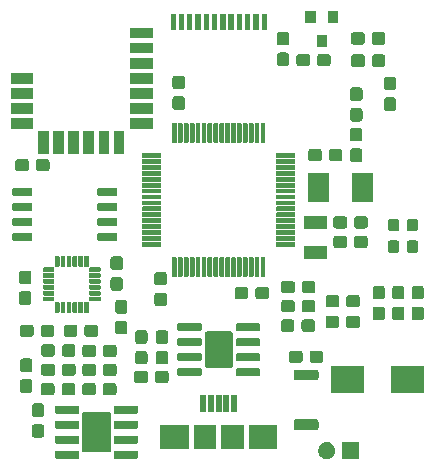
<source format=gbr>
G04 #@! TF.GenerationSoftware,KiCad,Pcbnew,(5.1.6-0-10_14)*
G04 #@! TF.CreationDate,2020-09-10T17:51:43+08:00*
G04 #@! TF.ProjectId,Watch_F4,57617463-685f-4463-942e-6b696361645f,rev?*
G04 #@! TF.SameCoordinates,Original*
G04 #@! TF.FileFunction,Soldermask,Top*
G04 #@! TF.FilePolarity,Negative*
%FSLAX46Y46*%
G04 Gerber Fmt 4.6, Leading zero omitted, Abs format (unit mm)*
G04 Created by KiCad (PCBNEW (5.1.6-0-10_14)) date 2020-09-10 17:51:43*
%MOMM*%
%LPD*%
G01*
G04 APERTURE LIST*
%ADD10C,0.100000*%
G04 APERTURE END LIST*
D10*
G36*
X159875000Y-124625000D02*
G01*
X158425000Y-124625000D01*
X158425000Y-123175000D01*
X159875000Y-123175000D01*
X159875000Y-124625000D01*
G37*
G36*
X157291440Y-123188930D02*
G01*
X157361475Y-123202861D01*
X157493416Y-123257513D01*
X157612161Y-123336856D01*
X157713144Y-123437839D01*
X157792487Y-123556584D01*
X157847139Y-123688525D01*
X157847139Y-123688527D01*
X157875000Y-123828592D01*
X157875000Y-123971408D01*
X157869772Y-123997691D01*
X157847139Y-124111475D01*
X157792487Y-124243416D01*
X157713144Y-124362161D01*
X157612161Y-124463144D01*
X157493416Y-124542487D01*
X157361475Y-124597139D01*
X157321954Y-124605000D01*
X157221408Y-124625000D01*
X157078592Y-124625000D01*
X156978046Y-124605000D01*
X156938525Y-124597139D01*
X156806584Y-124542487D01*
X156687839Y-124463144D01*
X156586856Y-124362161D01*
X156507513Y-124243416D01*
X156452861Y-124111475D01*
X156430228Y-123997691D01*
X156425000Y-123971408D01*
X156425000Y-123828592D01*
X156452861Y-123688527D01*
X156452861Y-123688525D01*
X156507513Y-123556584D01*
X156586856Y-123437839D01*
X156687839Y-123336856D01*
X156806584Y-123257513D01*
X156938525Y-123202861D01*
X157008560Y-123188930D01*
X157078592Y-123175000D01*
X157221408Y-123175000D01*
X157291440Y-123188930D01*
G37*
G36*
X141029216Y-123908119D02*
G01*
X141057309Y-123916641D01*
X141083204Y-123930483D01*
X141105896Y-123949104D01*
X141124517Y-123971796D01*
X141138359Y-123997691D01*
X141146881Y-124025784D01*
X141150000Y-124057454D01*
X141150000Y-124452546D01*
X141146881Y-124484216D01*
X141138359Y-124512309D01*
X141124517Y-124538204D01*
X141105896Y-124560896D01*
X141083204Y-124579517D01*
X141057309Y-124593359D01*
X141029216Y-124601881D01*
X140997546Y-124605000D01*
X139252454Y-124605000D01*
X139220784Y-124601881D01*
X139192691Y-124593359D01*
X139166796Y-124579517D01*
X139144104Y-124560896D01*
X139125483Y-124538204D01*
X139111641Y-124512309D01*
X139103119Y-124484216D01*
X139100000Y-124452546D01*
X139100000Y-124057454D01*
X139103119Y-124025784D01*
X139111641Y-123997691D01*
X139125483Y-123971796D01*
X139144104Y-123949104D01*
X139166796Y-123930483D01*
X139192691Y-123916641D01*
X139220784Y-123908119D01*
X139252454Y-123905000D01*
X140997546Y-123905000D01*
X141029216Y-123908119D01*
G37*
G36*
X136079216Y-123908119D02*
G01*
X136107309Y-123916641D01*
X136133204Y-123930483D01*
X136155896Y-123949104D01*
X136174517Y-123971796D01*
X136188359Y-123997691D01*
X136196881Y-124025784D01*
X136200000Y-124057454D01*
X136200000Y-124452546D01*
X136196881Y-124484216D01*
X136188359Y-124512309D01*
X136174517Y-124538204D01*
X136155896Y-124560896D01*
X136133204Y-124579517D01*
X136107309Y-124593359D01*
X136079216Y-124601881D01*
X136047546Y-124605000D01*
X134302454Y-124605000D01*
X134270784Y-124601881D01*
X134242691Y-124593359D01*
X134216796Y-124579517D01*
X134194104Y-124560896D01*
X134175483Y-124538204D01*
X134161641Y-124512309D01*
X134153119Y-124484216D01*
X134150000Y-124452546D01*
X134150000Y-124057454D01*
X134153119Y-124025784D01*
X134161641Y-123997691D01*
X134175483Y-123971796D01*
X134194104Y-123949104D01*
X134216796Y-123930483D01*
X134242691Y-123916641D01*
X134270784Y-123908119D01*
X134302454Y-123905000D01*
X136047546Y-123905000D01*
X136079216Y-123908119D01*
G37*
G36*
X138727271Y-120654478D02*
G01*
X138768637Y-120667026D01*
X138806759Y-120687404D01*
X138840174Y-120714826D01*
X138867596Y-120748241D01*
X138887974Y-120786363D01*
X138900522Y-120827729D01*
X138905000Y-120873199D01*
X138905000Y-123826801D01*
X138900522Y-123872271D01*
X138887974Y-123913637D01*
X138867596Y-123951759D01*
X138840174Y-123985174D01*
X138806759Y-124012596D01*
X138768637Y-124032974D01*
X138727271Y-124045522D01*
X138681801Y-124050000D01*
X136618199Y-124050000D01*
X136572729Y-124045522D01*
X136531363Y-124032974D01*
X136493241Y-124012596D01*
X136459826Y-123985174D01*
X136432404Y-123951759D01*
X136412026Y-123913637D01*
X136399478Y-123872271D01*
X136395000Y-123826801D01*
X136395000Y-120873199D01*
X136399478Y-120827729D01*
X136412026Y-120786363D01*
X136432404Y-120748241D01*
X136459826Y-120714826D01*
X136493241Y-120687404D01*
X136531363Y-120667026D01*
X136572729Y-120654478D01*
X136618199Y-120650000D01*
X138681801Y-120650000D01*
X138727271Y-120654478D01*
G37*
G36*
X145450000Y-123750000D02*
G01*
X143050000Y-123750000D01*
X143050000Y-121750000D01*
X145450000Y-121750000D01*
X145450000Y-123750000D01*
G37*
G36*
X147800000Y-123750000D02*
G01*
X145900000Y-123750000D01*
X145900000Y-121750000D01*
X147800000Y-121750000D01*
X147800000Y-123750000D01*
G37*
G36*
X150100000Y-123750000D02*
G01*
X148200000Y-123750000D01*
X148200000Y-121750000D01*
X150100000Y-121750000D01*
X150100000Y-123750000D01*
G37*
G36*
X152950000Y-123750000D02*
G01*
X150550000Y-123750000D01*
X150550000Y-121750000D01*
X152950000Y-121750000D01*
X152950000Y-123750000D01*
G37*
G36*
X141029216Y-122638119D02*
G01*
X141057309Y-122646641D01*
X141083204Y-122660483D01*
X141105896Y-122679104D01*
X141124517Y-122701796D01*
X141138359Y-122727691D01*
X141146881Y-122755784D01*
X141150000Y-122787454D01*
X141150000Y-123182546D01*
X141146881Y-123214216D01*
X141138359Y-123242309D01*
X141124517Y-123268204D01*
X141105896Y-123290896D01*
X141083204Y-123309517D01*
X141057309Y-123323359D01*
X141029216Y-123331881D01*
X140997546Y-123335000D01*
X139252454Y-123335000D01*
X139220784Y-123331881D01*
X139192691Y-123323359D01*
X139166796Y-123309517D01*
X139144104Y-123290896D01*
X139125483Y-123268204D01*
X139111641Y-123242309D01*
X139103119Y-123214216D01*
X139100000Y-123182546D01*
X139100000Y-122787454D01*
X139103119Y-122755784D01*
X139111641Y-122727691D01*
X139125483Y-122701796D01*
X139144104Y-122679104D01*
X139166796Y-122660483D01*
X139192691Y-122646641D01*
X139220784Y-122638119D01*
X139252454Y-122635000D01*
X140997546Y-122635000D01*
X141029216Y-122638119D01*
G37*
G36*
X136079216Y-122638119D02*
G01*
X136107309Y-122646641D01*
X136133204Y-122660483D01*
X136155896Y-122679104D01*
X136174517Y-122701796D01*
X136188359Y-122727691D01*
X136196881Y-122755784D01*
X136200000Y-122787454D01*
X136200000Y-123182546D01*
X136196881Y-123214216D01*
X136188359Y-123242309D01*
X136174517Y-123268204D01*
X136155896Y-123290896D01*
X136133204Y-123309517D01*
X136107309Y-123323359D01*
X136079216Y-123331881D01*
X136047546Y-123335000D01*
X134302454Y-123335000D01*
X134270784Y-123331881D01*
X134242691Y-123323359D01*
X134216796Y-123309517D01*
X134194104Y-123290896D01*
X134175483Y-123268204D01*
X134161641Y-123242309D01*
X134153119Y-123214216D01*
X134150000Y-123182546D01*
X134150000Y-122787454D01*
X134153119Y-122755784D01*
X134161641Y-122727691D01*
X134175483Y-122701796D01*
X134194104Y-122679104D01*
X134216796Y-122660483D01*
X134242691Y-122646641D01*
X134270784Y-122638119D01*
X134302454Y-122635000D01*
X136047546Y-122635000D01*
X136079216Y-122638119D01*
G37*
G36*
X133033785Y-121654800D02*
G01*
X133078292Y-121668302D01*
X133119316Y-121690229D01*
X133155266Y-121719734D01*
X133184771Y-121755684D01*
X133206698Y-121796708D01*
X133220200Y-121841215D01*
X133225000Y-121889954D01*
X133225000Y-122560046D01*
X133220200Y-122608785D01*
X133206698Y-122653292D01*
X133184771Y-122694316D01*
X133155266Y-122730266D01*
X133119316Y-122759771D01*
X133078292Y-122781698D01*
X133033785Y-122795200D01*
X132985046Y-122800000D01*
X132414954Y-122800000D01*
X132366215Y-122795200D01*
X132321708Y-122781698D01*
X132280684Y-122759771D01*
X132244734Y-122730266D01*
X132215229Y-122694316D01*
X132193302Y-122653292D01*
X132179800Y-122608785D01*
X132175000Y-122560046D01*
X132175000Y-121889954D01*
X132179800Y-121841215D01*
X132193302Y-121796708D01*
X132215229Y-121755684D01*
X132244734Y-121719734D01*
X132280684Y-121690229D01*
X132321708Y-121668302D01*
X132366215Y-121654800D01*
X132414954Y-121650000D01*
X132985046Y-121650000D01*
X133033785Y-121654800D01*
G37*
G36*
X156288970Y-121254080D02*
G01*
X156326446Y-121265448D01*
X156360978Y-121283905D01*
X156391250Y-121308750D01*
X156416095Y-121339022D01*
X156434552Y-121373554D01*
X156445920Y-121411030D01*
X156450000Y-121452454D01*
X156450000Y-121947546D01*
X156445920Y-121988970D01*
X156434552Y-122026446D01*
X156416095Y-122060978D01*
X156391250Y-122091250D01*
X156360978Y-122116095D01*
X156326446Y-122134552D01*
X156288970Y-122145920D01*
X156247546Y-122150000D01*
X154552454Y-122150000D01*
X154511030Y-122145920D01*
X154473554Y-122134552D01*
X154439022Y-122116095D01*
X154408750Y-122091250D01*
X154383905Y-122060978D01*
X154365448Y-122026446D01*
X154354080Y-121988970D01*
X154350000Y-121947546D01*
X154350000Y-121452454D01*
X154354080Y-121411030D01*
X154365448Y-121373554D01*
X154383905Y-121339022D01*
X154408750Y-121308750D01*
X154439022Y-121283905D01*
X154473554Y-121265448D01*
X154511030Y-121254080D01*
X154552454Y-121250000D01*
X156247546Y-121250000D01*
X156288970Y-121254080D01*
G37*
G36*
X141029216Y-121368119D02*
G01*
X141057309Y-121376641D01*
X141083204Y-121390483D01*
X141105896Y-121409104D01*
X141124517Y-121431796D01*
X141138359Y-121457691D01*
X141146881Y-121485784D01*
X141150000Y-121517454D01*
X141150000Y-121912546D01*
X141146881Y-121944216D01*
X141138359Y-121972309D01*
X141124517Y-121998204D01*
X141105896Y-122020896D01*
X141083204Y-122039517D01*
X141057309Y-122053359D01*
X141029216Y-122061881D01*
X140997546Y-122065000D01*
X139252454Y-122065000D01*
X139220784Y-122061881D01*
X139192691Y-122053359D01*
X139166796Y-122039517D01*
X139144104Y-122020896D01*
X139125483Y-121998204D01*
X139111641Y-121972309D01*
X139103119Y-121944216D01*
X139100000Y-121912546D01*
X139100000Y-121517454D01*
X139103119Y-121485784D01*
X139111641Y-121457691D01*
X139125483Y-121431796D01*
X139144104Y-121409104D01*
X139166796Y-121390483D01*
X139192691Y-121376641D01*
X139220784Y-121368119D01*
X139252454Y-121365000D01*
X140997546Y-121365000D01*
X141029216Y-121368119D01*
G37*
G36*
X136079216Y-121368119D02*
G01*
X136107309Y-121376641D01*
X136133204Y-121390483D01*
X136155896Y-121409104D01*
X136174517Y-121431796D01*
X136188359Y-121457691D01*
X136196881Y-121485784D01*
X136200000Y-121517454D01*
X136200000Y-121912546D01*
X136196881Y-121944216D01*
X136188359Y-121972309D01*
X136174517Y-121998204D01*
X136155896Y-122020896D01*
X136133204Y-122039517D01*
X136107309Y-122053359D01*
X136079216Y-122061881D01*
X136047546Y-122065000D01*
X134302454Y-122065000D01*
X134270784Y-122061881D01*
X134242691Y-122053359D01*
X134216796Y-122039517D01*
X134194104Y-122020896D01*
X134175483Y-121998204D01*
X134161641Y-121972309D01*
X134153119Y-121944216D01*
X134150000Y-121912546D01*
X134150000Y-121517454D01*
X134153119Y-121485784D01*
X134161641Y-121457691D01*
X134175483Y-121431796D01*
X134194104Y-121409104D01*
X134216796Y-121390483D01*
X134242691Y-121376641D01*
X134270784Y-121368119D01*
X134302454Y-121365000D01*
X136047546Y-121365000D01*
X136079216Y-121368119D01*
G37*
G36*
X133033785Y-119904800D02*
G01*
X133078292Y-119918302D01*
X133119316Y-119940229D01*
X133155266Y-119969734D01*
X133184771Y-120005684D01*
X133206698Y-120046708D01*
X133220200Y-120091215D01*
X133225000Y-120139954D01*
X133225000Y-120810046D01*
X133220200Y-120858785D01*
X133206698Y-120903292D01*
X133184771Y-120944316D01*
X133155266Y-120980266D01*
X133119316Y-121009771D01*
X133078292Y-121031698D01*
X133033785Y-121045200D01*
X132985046Y-121050000D01*
X132414954Y-121050000D01*
X132366215Y-121045200D01*
X132321708Y-121031698D01*
X132280684Y-121009771D01*
X132244734Y-120980266D01*
X132215229Y-120944316D01*
X132193302Y-120903292D01*
X132179800Y-120858785D01*
X132175000Y-120810046D01*
X132175000Y-120139954D01*
X132179800Y-120091215D01*
X132193302Y-120046708D01*
X132215229Y-120005684D01*
X132244734Y-119969734D01*
X132280684Y-119940229D01*
X132321708Y-119918302D01*
X132366215Y-119904800D01*
X132414954Y-119900000D01*
X132985046Y-119900000D01*
X133033785Y-119904800D01*
G37*
G36*
X141029216Y-120098119D02*
G01*
X141057309Y-120106641D01*
X141083204Y-120120483D01*
X141105896Y-120139104D01*
X141124517Y-120161796D01*
X141138359Y-120187691D01*
X141146881Y-120215784D01*
X141150000Y-120247454D01*
X141150000Y-120642546D01*
X141146881Y-120674216D01*
X141138359Y-120702309D01*
X141124517Y-120728204D01*
X141105896Y-120750896D01*
X141083204Y-120769517D01*
X141057309Y-120783359D01*
X141029216Y-120791881D01*
X140997546Y-120795000D01*
X139252454Y-120795000D01*
X139220784Y-120791881D01*
X139192691Y-120783359D01*
X139166796Y-120769517D01*
X139144104Y-120750896D01*
X139125483Y-120728204D01*
X139111641Y-120702309D01*
X139103119Y-120674216D01*
X139100000Y-120642546D01*
X139100000Y-120247454D01*
X139103119Y-120215784D01*
X139111641Y-120187691D01*
X139125483Y-120161796D01*
X139144104Y-120139104D01*
X139166796Y-120120483D01*
X139192691Y-120106641D01*
X139220784Y-120098119D01*
X139252454Y-120095000D01*
X140997546Y-120095000D01*
X141029216Y-120098119D01*
G37*
G36*
X136079216Y-120098119D02*
G01*
X136107309Y-120106641D01*
X136133204Y-120120483D01*
X136155896Y-120139104D01*
X136174517Y-120161796D01*
X136188359Y-120187691D01*
X136196881Y-120215784D01*
X136200000Y-120247454D01*
X136200000Y-120642546D01*
X136196881Y-120674216D01*
X136188359Y-120702309D01*
X136174517Y-120728204D01*
X136155896Y-120750896D01*
X136133204Y-120769517D01*
X136107309Y-120783359D01*
X136079216Y-120791881D01*
X136047546Y-120795000D01*
X134302454Y-120795000D01*
X134270784Y-120791881D01*
X134242691Y-120783359D01*
X134216796Y-120769517D01*
X134194104Y-120750896D01*
X134175483Y-120728204D01*
X134161641Y-120702309D01*
X134153119Y-120674216D01*
X134150000Y-120642546D01*
X134150000Y-120247454D01*
X134153119Y-120215784D01*
X134161641Y-120187691D01*
X134175483Y-120161796D01*
X134194104Y-120139104D01*
X134216796Y-120120483D01*
X134242691Y-120106641D01*
X134270784Y-120098119D01*
X134302454Y-120095000D01*
X136047546Y-120095000D01*
X136079216Y-120098119D01*
G37*
G36*
X146950000Y-120650000D02*
G01*
X146450000Y-120650000D01*
X146450000Y-119150000D01*
X146950000Y-119150000D01*
X146950000Y-120650000D01*
G37*
G36*
X147600000Y-120650000D02*
G01*
X147100000Y-120650000D01*
X147100000Y-119150000D01*
X147600000Y-119150000D01*
X147600000Y-120650000D01*
G37*
G36*
X148250000Y-120650000D02*
G01*
X147750000Y-120650000D01*
X147750000Y-119150000D01*
X148250000Y-119150000D01*
X148250000Y-120650000D01*
G37*
G36*
X148900000Y-120650000D02*
G01*
X148400000Y-120650000D01*
X148400000Y-119150000D01*
X148900000Y-119150000D01*
X148900000Y-120650000D01*
G37*
G36*
X149550000Y-120650000D02*
G01*
X149050000Y-120650000D01*
X149050000Y-119150000D01*
X149550000Y-119150000D01*
X149550000Y-120650000D01*
G37*
G36*
X139158785Y-118179800D02*
G01*
X139203292Y-118193302D01*
X139244316Y-118215229D01*
X139280266Y-118244734D01*
X139309771Y-118280684D01*
X139331698Y-118321708D01*
X139345200Y-118366215D01*
X139350000Y-118414954D01*
X139350000Y-118985046D01*
X139345200Y-119033785D01*
X139331698Y-119078292D01*
X139309771Y-119119316D01*
X139280266Y-119155266D01*
X139244316Y-119184771D01*
X139203292Y-119206698D01*
X139158785Y-119220200D01*
X139110046Y-119225000D01*
X138439954Y-119225000D01*
X138391215Y-119220200D01*
X138346708Y-119206698D01*
X138305684Y-119184771D01*
X138269734Y-119155266D01*
X138240229Y-119119316D01*
X138218302Y-119078292D01*
X138204800Y-119033785D01*
X138200000Y-118985046D01*
X138200000Y-118414954D01*
X138204800Y-118366215D01*
X138218302Y-118321708D01*
X138240229Y-118280684D01*
X138269734Y-118244734D01*
X138305684Y-118215229D01*
X138346708Y-118193302D01*
X138391215Y-118179800D01*
X138439954Y-118175000D01*
X139110046Y-118175000D01*
X139158785Y-118179800D01*
G37*
G36*
X133908785Y-118179800D02*
G01*
X133953292Y-118193302D01*
X133994316Y-118215229D01*
X134030266Y-118244734D01*
X134059771Y-118280684D01*
X134081698Y-118321708D01*
X134095200Y-118366215D01*
X134100000Y-118414954D01*
X134100000Y-118985046D01*
X134095200Y-119033785D01*
X134081698Y-119078292D01*
X134059771Y-119119316D01*
X134030266Y-119155266D01*
X133994316Y-119184771D01*
X133953292Y-119206698D01*
X133908785Y-119220200D01*
X133860046Y-119225000D01*
X133189954Y-119225000D01*
X133141215Y-119220200D01*
X133096708Y-119206698D01*
X133055684Y-119184771D01*
X133019734Y-119155266D01*
X132990229Y-119119316D01*
X132968302Y-119078292D01*
X132954800Y-119033785D01*
X132950000Y-118985046D01*
X132950000Y-118414954D01*
X132954800Y-118366215D01*
X132968302Y-118321708D01*
X132990229Y-118280684D01*
X133019734Y-118244734D01*
X133055684Y-118215229D01*
X133096708Y-118193302D01*
X133141215Y-118179800D01*
X133189954Y-118175000D01*
X133860046Y-118175000D01*
X133908785Y-118179800D01*
G37*
G36*
X135658785Y-118179800D02*
G01*
X135703292Y-118193302D01*
X135744316Y-118215229D01*
X135780266Y-118244734D01*
X135809771Y-118280684D01*
X135831698Y-118321708D01*
X135845200Y-118366215D01*
X135850000Y-118414954D01*
X135850000Y-118985046D01*
X135845200Y-119033785D01*
X135831698Y-119078292D01*
X135809771Y-119119316D01*
X135780266Y-119155266D01*
X135744316Y-119184771D01*
X135703292Y-119206698D01*
X135658785Y-119220200D01*
X135610046Y-119225000D01*
X134939954Y-119225000D01*
X134891215Y-119220200D01*
X134846708Y-119206698D01*
X134805684Y-119184771D01*
X134769734Y-119155266D01*
X134740229Y-119119316D01*
X134718302Y-119078292D01*
X134704800Y-119033785D01*
X134700000Y-118985046D01*
X134700000Y-118414954D01*
X134704800Y-118366215D01*
X134718302Y-118321708D01*
X134740229Y-118280684D01*
X134769734Y-118244734D01*
X134805684Y-118215229D01*
X134846708Y-118193302D01*
X134891215Y-118179800D01*
X134939954Y-118175000D01*
X135610046Y-118175000D01*
X135658785Y-118179800D01*
G37*
G36*
X137408785Y-118179800D02*
G01*
X137453292Y-118193302D01*
X137494316Y-118215229D01*
X137530266Y-118244734D01*
X137559771Y-118280684D01*
X137581698Y-118321708D01*
X137595200Y-118366215D01*
X137600000Y-118414954D01*
X137600000Y-118985046D01*
X137595200Y-119033785D01*
X137581698Y-119078292D01*
X137559771Y-119119316D01*
X137530266Y-119155266D01*
X137494316Y-119184771D01*
X137453292Y-119206698D01*
X137408785Y-119220200D01*
X137360046Y-119225000D01*
X136689954Y-119225000D01*
X136641215Y-119220200D01*
X136596708Y-119206698D01*
X136555684Y-119184771D01*
X136519734Y-119155266D01*
X136490229Y-119119316D01*
X136468302Y-119078292D01*
X136454800Y-119033785D01*
X136450000Y-118985046D01*
X136450000Y-118414954D01*
X136454800Y-118366215D01*
X136468302Y-118321708D01*
X136490229Y-118280684D01*
X136519734Y-118244734D01*
X136555684Y-118215229D01*
X136596708Y-118193302D01*
X136641215Y-118179800D01*
X136689954Y-118175000D01*
X137360046Y-118175000D01*
X137408785Y-118179800D01*
G37*
G36*
X160300000Y-119050000D02*
G01*
X157500000Y-119050000D01*
X157500000Y-116750000D01*
X160300000Y-116750000D01*
X160300000Y-119050000D01*
G37*
G36*
X165400000Y-119050000D02*
G01*
X162600000Y-119050000D01*
X162600000Y-116750000D01*
X165400000Y-116750000D01*
X165400000Y-119050000D01*
G37*
G36*
X132033785Y-117854800D02*
G01*
X132078292Y-117868302D01*
X132119316Y-117890229D01*
X132155266Y-117919734D01*
X132184771Y-117955684D01*
X132206698Y-117996708D01*
X132220200Y-118041215D01*
X132225000Y-118089954D01*
X132225000Y-118760046D01*
X132220200Y-118808785D01*
X132206698Y-118853292D01*
X132184771Y-118894316D01*
X132155266Y-118930266D01*
X132119316Y-118959771D01*
X132078292Y-118981698D01*
X132033785Y-118995200D01*
X131985046Y-119000000D01*
X131414954Y-119000000D01*
X131366215Y-118995200D01*
X131321708Y-118981698D01*
X131280684Y-118959771D01*
X131244734Y-118930266D01*
X131215229Y-118894316D01*
X131193302Y-118853292D01*
X131179800Y-118808785D01*
X131175000Y-118760046D01*
X131175000Y-118089954D01*
X131179800Y-118041215D01*
X131193302Y-117996708D01*
X131215229Y-117955684D01*
X131244734Y-117919734D01*
X131280684Y-117890229D01*
X131321708Y-117868302D01*
X131366215Y-117854800D01*
X131414954Y-117850000D01*
X131985046Y-117850000D01*
X132033785Y-117854800D01*
G37*
G36*
X143558785Y-117129800D02*
G01*
X143603292Y-117143302D01*
X143644316Y-117165229D01*
X143680266Y-117194734D01*
X143709771Y-117230684D01*
X143731698Y-117271708D01*
X143745200Y-117316215D01*
X143750000Y-117364954D01*
X143750000Y-117935046D01*
X143745200Y-117983785D01*
X143731698Y-118028292D01*
X143709771Y-118069316D01*
X143680266Y-118105266D01*
X143644316Y-118134771D01*
X143603292Y-118156698D01*
X143558785Y-118170200D01*
X143510046Y-118175000D01*
X142839954Y-118175000D01*
X142791215Y-118170200D01*
X142746708Y-118156698D01*
X142705684Y-118134771D01*
X142669734Y-118105266D01*
X142640229Y-118069316D01*
X142618302Y-118028292D01*
X142604800Y-117983785D01*
X142600000Y-117935046D01*
X142600000Y-117364954D01*
X142604800Y-117316215D01*
X142618302Y-117271708D01*
X142640229Y-117230684D01*
X142669734Y-117194734D01*
X142705684Y-117165229D01*
X142746708Y-117143302D01*
X142791215Y-117129800D01*
X142839954Y-117125000D01*
X143510046Y-117125000D01*
X143558785Y-117129800D01*
G37*
G36*
X141808785Y-117129800D02*
G01*
X141853292Y-117143302D01*
X141894316Y-117165229D01*
X141930266Y-117194734D01*
X141959771Y-117230684D01*
X141981698Y-117271708D01*
X141995200Y-117316215D01*
X142000000Y-117364954D01*
X142000000Y-117935046D01*
X141995200Y-117983785D01*
X141981698Y-118028292D01*
X141959771Y-118069316D01*
X141930266Y-118105266D01*
X141894316Y-118134771D01*
X141853292Y-118156698D01*
X141808785Y-118170200D01*
X141760046Y-118175000D01*
X141089954Y-118175000D01*
X141041215Y-118170200D01*
X140996708Y-118156698D01*
X140955684Y-118134771D01*
X140919734Y-118105266D01*
X140890229Y-118069316D01*
X140868302Y-118028292D01*
X140854800Y-117983785D01*
X140850000Y-117935046D01*
X140850000Y-117364954D01*
X140854800Y-117316215D01*
X140868302Y-117271708D01*
X140890229Y-117230684D01*
X140919734Y-117194734D01*
X140955684Y-117165229D01*
X140996708Y-117143302D01*
X141041215Y-117129800D01*
X141089954Y-117125000D01*
X141760046Y-117125000D01*
X141808785Y-117129800D01*
G37*
G36*
X156288970Y-117054080D02*
G01*
X156326446Y-117065448D01*
X156360978Y-117083905D01*
X156391250Y-117108750D01*
X156416095Y-117139022D01*
X156434552Y-117173554D01*
X156445920Y-117211030D01*
X156450000Y-117252454D01*
X156450000Y-117747546D01*
X156445920Y-117788970D01*
X156434552Y-117826446D01*
X156416095Y-117860978D01*
X156391250Y-117891250D01*
X156360978Y-117916095D01*
X156326446Y-117934552D01*
X156288970Y-117945920D01*
X156247546Y-117950000D01*
X154552454Y-117950000D01*
X154511030Y-117945920D01*
X154473554Y-117934552D01*
X154439022Y-117916095D01*
X154408750Y-117891250D01*
X154383905Y-117860978D01*
X154365448Y-117826446D01*
X154354080Y-117788970D01*
X154350000Y-117747546D01*
X154350000Y-117252454D01*
X154354080Y-117211030D01*
X154365448Y-117173554D01*
X154383905Y-117139022D01*
X154408750Y-117108750D01*
X154439022Y-117083905D01*
X154473554Y-117065448D01*
X154511030Y-117054080D01*
X154552454Y-117050000D01*
X156247546Y-117050000D01*
X156288970Y-117054080D01*
G37*
G36*
X146429216Y-116908119D02*
G01*
X146457309Y-116916641D01*
X146483204Y-116930483D01*
X146505896Y-116949104D01*
X146524517Y-116971796D01*
X146538359Y-116997691D01*
X146546881Y-117025784D01*
X146550000Y-117057454D01*
X146550000Y-117452546D01*
X146546881Y-117484216D01*
X146538359Y-117512309D01*
X146524517Y-117538204D01*
X146505896Y-117560896D01*
X146483204Y-117579517D01*
X146457309Y-117593359D01*
X146429216Y-117601881D01*
X146397546Y-117605000D01*
X144652454Y-117605000D01*
X144620784Y-117601881D01*
X144592691Y-117593359D01*
X144566796Y-117579517D01*
X144544104Y-117560896D01*
X144525483Y-117538204D01*
X144511641Y-117512309D01*
X144503119Y-117484216D01*
X144500000Y-117452546D01*
X144500000Y-117057454D01*
X144503119Y-117025784D01*
X144511641Y-116997691D01*
X144525483Y-116971796D01*
X144544104Y-116949104D01*
X144566796Y-116930483D01*
X144592691Y-116916641D01*
X144620784Y-116908119D01*
X144652454Y-116905000D01*
X146397546Y-116905000D01*
X146429216Y-116908119D01*
G37*
G36*
X151379216Y-116908119D02*
G01*
X151407309Y-116916641D01*
X151433204Y-116930483D01*
X151455896Y-116949104D01*
X151474517Y-116971796D01*
X151488359Y-116997691D01*
X151496881Y-117025784D01*
X151500000Y-117057454D01*
X151500000Y-117452546D01*
X151496881Y-117484216D01*
X151488359Y-117512309D01*
X151474517Y-117538204D01*
X151455896Y-117560896D01*
X151433204Y-117579517D01*
X151407309Y-117593359D01*
X151379216Y-117601881D01*
X151347546Y-117605000D01*
X149602454Y-117605000D01*
X149570784Y-117601881D01*
X149542691Y-117593359D01*
X149516796Y-117579517D01*
X149494104Y-117560896D01*
X149475483Y-117538204D01*
X149461641Y-117512309D01*
X149453119Y-117484216D01*
X149450000Y-117452546D01*
X149450000Y-117057454D01*
X149453119Y-117025784D01*
X149461641Y-116997691D01*
X149475483Y-116971796D01*
X149494104Y-116949104D01*
X149516796Y-116930483D01*
X149542691Y-116916641D01*
X149570784Y-116908119D01*
X149602454Y-116905000D01*
X151347546Y-116905000D01*
X151379216Y-116908119D01*
G37*
G36*
X139163785Y-116539800D02*
G01*
X139208292Y-116553302D01*
X139249316Y-116575229D01*
X139285266Y-116604734D01*
X139314771Y-116640684D01*
X139336698Y-116681708D01*
X139350200Y-116726215D01*
X139355000Y-116774954D01*
X139355000Y-117345046D01*
X139350200Y-117393785D01*
X139336698Y-117438292D01*
X139314771Y-117479316D01*
X139285266Y-117515266D01*
X139249316Y-117544771D01*
X139208292Y-117566698D01*
X139163785Y-117580200D01*
X139115046Y-117585000D01*
X138444954Y-117585000D01*
X138396215Y-117580200D01*
X138351708Y-117566698D01*
X138310684Y-117544771D01*
X138274734Y-117515266D01*
X138245229Y-117479316D01*
X138223302Y-117438292D01*
X138209800Y-117393785D01*
X138205000Y-117345046D01*
X138205000Y-116774954D01*
X138209800Y-116726215D01*
X138223302Y-116681708D01*
X138245229Y-116640684D01*
X138274734Y-116604734D01*
X138310684Y-116575229D01*
X138351708Y-116553302D01*
X138396215Y-116539800D01*
X138444954Y-116535000D01*
X139115046Y-116535000D01*
X139163785Y-116539800D01*
G37*
G36*
X137413785Y-116539800D02*
G01*
X137458292Y-116553302D01*
X137499316Y-116575229D01*
X137535266Y-116604734D01*
X137564771Y-116640684D01*
X137586698Y-116681708D01*
X137600200Y-116726215D01*
X137605000Y-116774954D01*
X137605000Y-117345046D01*
X137600200Y-117393785D01*
X137586698Y-117438292D01*
X137564771Y-117479316D01*
X137535266Y-117515266D01*
X137499316Y-117544771D01*
X137458292Y-117566698D01*
X137413785Y-117580200D01*
X137365046Y-117585000D01*
X136694954Y-117585000D01*
X136646215Y-117580200D01*
X136601708Y-117566698D01*
X136560684Y-117544771D01*
X136524734Y-117515266D01*
X136495229Y-117479316D01*
X136473302Y-117438292D01*
X136459800Y-117393785D01*
X136455000Y-117345046D01*
X136455000Y-116774954D01*
X136459800Y-116726215D01*
X136473302Y-116681708D01*
X136495229Y-116640684D01*
X136524734Y-116604734D01*
X136560684Y-116575229D01*
X136601708Y-116553302D01*
X136646215Y-116539800D01*
X136694954Y-116535000D01*
X137365046Y-116535000D01*
X137413785Y-116539800D01*
G37*
G36*
X135683785Y-116534800D02*
G01*
X135728292Y-116548302D01*
X135769316Y-116570229D01*
X135805266Y-116599734D01*
X135834771Y-116635684D01*
X135856698Y-116676708D01*
X135870200Y-116721215D01*
X135875000Y-116769954D01*
X135875000Y-117340046D01*
X135870200Y-117388785D01*
X135856698Y-117433292D01*
X135834771Y-117474316D01*
X135805266Y-117510266D01*
X135769316Y-117539771D01*
X135728292Y-117561698D01*
X135683785Y-117575200D01*
X135635046Y-117580000D01*
X134964954Y-117580000D01*
X134916215Y-117575200D01*
X134871708Y-117561698D01*
X134830684Y-117539771D01*
X134794734Y-117510266D01*
X134765229Y-117474316D01*
X134743302Y-117433292D01*
X134729800Y-117388785D01*
X134725000Y-117340046D01*
X134725000Y-116769954D01*
X134729800Y-116721215D01*
X134743302Y-116676708D01*
X134765229Y-116635684D01*
X134794734Y-116599734D01*
X134830684Y-116570229D01*
X134871708Y-116548302D01*
X134916215Y-116534800D01*
X134964954Y-116530000D01*
X135635046Y-116530000D01*
X135683785Y-116534800D01*
G37*
G36*
X133933785Y-116534800D02*
G01*
X133978292Y-116548302D01*
X134019316Y-116570229D01*
X134055266Y-116599734D01*
X134084771Y-116635684D01*
X134106698Y-116676708D01*
X134120200Y-116721215D01*
X134125000Y-116769954D01*
X134125000Y-117340046D01*
X134120200Y-117388785D01*
X134106698Y-117433292D01*
X134084771Y-117474316D01*
X134055266Y-117510266D01*
X134019316Y-117539771D01*
X133978292Y-117561698D01*
X133933785Y-117575200D01*
X133885046Y-117580000D01*
X133214954Y-117580000D01*
X133166215Y-117575200D01*
X133121708Y-117561698D01*
X133080684Y-117539771D01*
X133044734Y-117510266D01*
X133015229Y-117474316D01*
X132993302Y-117433292D01*
X132979800Y-117388785D01*
X132975000Y-117340046D01*
X132975000Y-116769954D01*
X132979800Y-116721215D01*
X132993302Y-116676708D01*
X133015229Y-116635684D01*
X133044734Y-116599734D01*
X133080684Y-116570229D01*
X133121708Y-116548302D01*
X133166215Y-116534800D01*
X133214954Y-116530000D01*
X133885046Y-116530000D01*
X133933785Y-116534800D01*
G37*
G36*
X132033785Y-116104800D02*
G01*
X132078292Y-116118302D01*
X132119316Y-116140229D01*
X132155266Y-116169734D01*
X132184771Y-116205684D01*
X132206698Y-116246708D01*
X132220200Y-116291215D01*
X132225000Y-116339954D01*
X132225000Y-117010046D01*
X132220200Y-117058785D01*
X132206698Y-117103292D01*
X132184771Y-117144316D01*
X132155266Y-117180266D01*
X132119316Y-117209771D01*
X132078292Y-117231698D01*
X132033785Y-117245200D01*
X131985046Y-117250000D01*
X131414954Y-117250000D01*
X131366215Y-117245200D01*
X131321708Y-117231698D01*
X131280684Y-117209771D01*
X131244734Y-117180266D01*
X131215229Y-117144316D01*
X131193302Y-117103292D01*
X131179800Y-117058785D01*
X131175000Y-117010046D01*
X131175000Y-116339954D01*
X131179800Y-116291215D01*
X131193302Y-116246708D01*
X131215229Y-116205684D01*
X131244734Y-116169734D01*
X131280684Y-116140229D01*
X131321708Y-116118302D01*
X131366215Y-116104800D01*
X131414954Y-116100000D01*
X131985046Y-116100000D01*
X132033785Y-116104800D01*
G37*
G36*
X149016396Y-113804499D02*
G01*
X149057967Y-113817110D01*
X149096274Y-113837585D01*
X149129855Y-113865145D01*
X149157415Y-113898726D01*
X149177890Y-113937033D01*
X149190501Y-113978604D01*
X149195000Y-114024288D01*
X149195000Y-116675712D01*
X149190501Y-116721396D01*
X149177890Y-116762967D01*
X149157415Y-116801274D01*
X149129855Y-116834855D01*
X149096274Y-116862415D01*
X149057967Y-116882890D01*
X149016396Y-116895501D01*
X148970712Y-116900000D01*
X147029288Y-116900000D01*
X146983604Y-116895501D01*
X146942033Y-116882890D01*
X146903726Y-116862415D01*
X146870145Y-116834855D01*
X146842585Y-116801274D01*
X146822110Y-116762967D01*
X146809499Y-116721396D01*
X146805000Y-116675712D01*
X146805000Y-114024288D01*
X146809499Y-113978604D01*
X146822110Y-113937033D01*
X146842585Y-113898726D01*
X146870145Y-113865145D01*
X146903726Y-113837585D01*
X146942033Y-113817110D01*
X146983604Y-113804499D01*
X147029288Y-113800000D01*
X148970712Y-113800000D01*
X149016396Y-113804499D01*
G37*
G36*
X143533785Y-115454800D02*
G01*
X143578292Y-115468302D01*
X143619316Y-115490229D01*
X143655266Y-115519734D01*
X143684771Y-115555684D01*
X143706698Y-115596708D01*
X143720200Y-115641215D01*
X143725000Y-115689954D01*
X143725000Y-116360046D01*
X143720200Y-116408785D01*
X143706698Y-116453292D01*
X143684771Y-116494316D01*
X143655266Y-116530266D01*
X143619316Y-116559771D01*
X143578292Y-116581698D01*
X143533785Y-116595200D01*
X143485046Y-116600000D01*
X142914954Y-116600000D01*
X142866215Y-116595200D01*
X142821708Y-116581698D01*
X142780684Y-116559771D01*
X142744734Y-116530266D01*
X142715229Y-116494316D01*
X142693302Y-116453292D01*
X142679800Y-116408785D01*
X142675000Y-116360046D01*
X142675000Y-115689954D01*
X142679800Y-115641215D01*
X142693302Y-115596708D01*
X142715229Y-115555684D01*
X142744734Y-115519734D01*
X142780684Y-115490229D01*
X142821708Y-115468302D01*
X142866215Y-115454800D01*
X142914954Y-115450000D01*
X143485046Y-115450000D01*
X143533785Y-115454800D01*
G37*
G36*
X141783785Y-115454800D02*
G01*
X141828292Y-115468302D01*
X141869316Y-115490229D01*
X141905266Y-115519734D01*
X141934771Y-115555684D01*
X141956698Y-115596708D01*
X141970200Y-115641215D01*
X141975000Y-115689954D01*
X141975000Y-116360046D01*
X141970200Y-116408785D01*
X141956698Y-116453292D01*
X141934771Y-116494316D01*
X141905266Y-116530266D01*
X141869316Y-116559771D01*
X141828292Y-116581698D01*
X141783785Y-116595200D01*
X141735046Y-116600000D01*
X141164954Y-116600000D01*
X141116215Y-116595200D01*
X141071708Y-116581698D01*
X141030684Y-116559771D01*
X140994734Y-116530266D01*
X140965229Y-116494316D01*
X140943302Y-116453292D01*
X140929800Y-116408785D01*
X140925000Y-116360046D01*
X140925000Y-115689954D01*
X140929800Y-115641215D01*
X140943302Y-115596708D01*
X140965229Y-115555684D01*
X140994734Y-115519734D01*
X141030684Y-115490229D01*
X141071708Y-115468302D01*
X141116215Y-115454800D01*
X141164954Y-115450000D01*
X141735046Y-115450000D01*
X141783785Y-115454800D01*
G37*
G36*
X156658785Y-115429800D02*
G01*
X156703292Y-115443302D01*
X156744316Y-115465229D01*
X156780266Y-115494734D01*
X156809771Y-115530684D01*
X156831698Y-115571708D01*
X156845200Y-115616215D01*
X156850000Y-115664954D01*
X156850000Y-116235046D01*
X156845200Y-116283785D01*
X156831698Y-116328292D01*
X156809771Y-116369316D01*
X156780266Y-116405266D01*
X156744316Y-116434771D01*
X156703292Y-116456698D01*
X156658785Y-116470200D01*
X156610046Y-116475000D01*
X155939954Y-116475000D01*
X155891215Y-116470200D01*
X155846708Y-116456698D01*
X155805684Y-116434771D01*
X155769734Y-116405266D01*
X155740229Y-116369316D01*
X155718302Y-116328292D01*
X155704800Y-116283785D01*
X155700000Y-116235046D01*
X155700000Y-115664954D01*
X155704800Y-115616215D01*
X155718302Y-115571708D01*
X155740229Y-115530684D01*
X155769734Y-115494734D01*
X155805684Y-115465229D01*
X155846708Y-115443302D01*
X155891215Y-115429800D01*
X155939954Y-115425000D01*
X156610046Y-115425000D01*
X156658785Y-115429800D01*
G37*
G36*
X154908785Y-115429800D02*
G01*
X154953292Y-115443302D01*
X154994316Y-115465229D01*
X155030266Y-115494734D01*
X155059771Y-115530684D01*
X155081698Y-115571708D01*
X155095200Y-115616215D01*
X155100000Y-115664954D01*
X155100000Y-116235046D01*
X155095200Y-116283785D01*
X155081698Y-116328292D01*
X155059771Y-116369316D01*
X155030266Y-116405266D01*
X154994316Y-116434771D01*
X154953292Y-116456698D01*
X154908785Y-116470200D01*
X154860046Y-116475000D01*
X154189954Y-116475000D01*
X154141215Y-116470200D01*
X154096708Y-116456698D01*
X154055684Y-116434771D01*
X154019734Y-116405266D01*
X153990229Y-116369316D01*
X153968302Y-116328292D01*
X153954800Y-116283785D01*
X153950000Y-116235046D01*
X153950000Y-115664954D01*
X153954800Y-115616215D01*
X153968302Y-115571708D01*
X153990229Y-115530684D01*
X154019734Y-115494734D01*
X154055684Y-115465229D01*
X154096708Y-115443302D01*
X154141215Y-115429800D01*
X154189954Y-115425000D01*
X154860046Y-115425000D01*
X154908785Y-115429800D01*
G37*
G36*
X151379216Y-115638119D02*
G01*
X151407309Y-115646641D01*
X151433204Y-115660483D01*
X151455896Y-115679104D01*
X151474517Y-115701796D01*
X151488359Y-115727691D01*
X151496881Y-115755784D01*
X151500000Y-115787454D01*
X151500000Y-116182546D01*
X151496881Y-116214216D01*
X151488359Y-116242309D01*
X151474517Y-116268204D01*
X151455896Y-116290896D01*
X151433204Y-116309517D01*
X151407309Y-116323359D01*
X151379216Y-116331881D01*
X151347546Y-116335000D01*
X149602454Y-116335000D01*
X149570784Y-116331881D01*
X149542691Y-116323359D01*
X149516796Y-116309517D01*
X149494104Y-116290896D01*
X149475483Y-116268204D01*
X149461641Y-116242309D01*
X149453119Y-116214216D01*
X149450000Y-116182546D01*
X149450000Y-115787454D01*
X149453119Y-115755784D01*
X149461641Y-115727691D01*
X149475483Y-115701796D01*
X149494104Y-115679104D01*
X149516796Y-115660483D01*
X149542691Y-115646641D01*
X149570784Y-115638119D01*
X149602454Y-115635000D01*
X151347546Y-115635000D01*
X151379216Y-115638119D01*
G37*
G36*
X146429216Y-115638119D02*
G01*
X146457309Y-115646641D01*
X146483204Y-115660483D01*
X146505896Y-115679104D01*
X146524517Y-115701796D01*
X146538359Y-115727691D01*
X146546881Y-115755784D01*
X146550000Y-115787454D01*
X146550000Y-116182546D01*
X146546881Y-116214216D01*
X146538359Y-116242309D01*
X146524517Y-116268204D01*
X146505896Y-116290896D01*
X146483204Y-116309517D01*
X146457309Y-116323359D01*
X146429216Y-116331881D01*
X146397546Y-116335000D01*
X144652454Y-116335000D01*
X144620784Y-116331881D01*
X144592691Y-116323359D01*
X144566796Y-116309517D01*
X144544104Y-116290896D01*
X144525483Y-116268204D01*
X144511641Y-116242309D01*
X144503119Y-116214216D01*
X144500000Y-116182546D01*
X144500000Y-115787454D01*
X144503119Y-115755784D01*
X144511641Y-115727691D01*
X144525483Y-115701796D01*
X144544104Y-115679104D01*
X144566796Y-115660483D01*
X144592691Y-115646641D01*
X144620784Y-115638119D01*
X144652454Y-115635000D01*
X146397546Y-115635000D01*
X146429216Y-115638119D01*
G37*
G36*
X139158785Y-114929800D02*
G01*
X139203292Y-114943302D01*
X139244316Y-114965229D01*
X139280266Y-114994734D01*
X139309771Y-115030684D01*
X139331698Y-115071708D01*
X139345200Y-115116215D01*
X139350000Y-115164954D01*
X139350000Y-115735046D01*
X139345200Y-115783785D01*
X139331698Y-115828292D01*
X139309771Y-115869316D01*
X139280266Y-115905266D01*
X139244316Y-115934771D01*
X139203292Y-115956698D01*
X139158785Y-115970200D01*
X139110046Y-115975000D01*
X138439954Y-115975000D01*
X138391215Y-115970200D01*
X138346708Y-115956698D01*
X138305684Y-115934771D01*
X138269734Y-115905266D01*
X138240229Y-115869316D01*
X138218302Y-115828292D01*
X138204800Y-115783785D01*
X138200000Y-115735046D01*
X138200000Y-115164954D01*
X138204800Y-115116215D01*
X138218302Y-115071708D01*
X138240229Y-115030684D01*
X138269734Y-114994734D01*
X138305684Y-114965229D01*
X138346708Y-114943302D01*
X138391215Y-114929800D01*
X138439954Y-114925000D01*
X139110046Y-114925000D01*
X139158785Y-114929800D01*
G37*
G36*
X137408785Y-114929800D02*
G01*
X137453292Y-114943302D01*
X137494316Y-114965229D01*
X137530266Y-114994734D01*
X137559771Y-115030684D01*
X137581698Y-115071708D01*
X137595200Y-115116215D01*
X137600000Y-115164954D01*
X137600000Y-115735046D01*
X137595200Y-115783785D01*
X137581698Y-115828292D01*
X137559771Y-115869316D01*
X137530266Y-115905266D01*
X137494316Y-115934771D01*
X137453292Y-115956698D01*
X137408785Y-115970200D01*
X137360046Y-115975000D01*
X136689954Y-115975000D01*
X136641215Y-115970200D01*
X136596708Y-115956698D01*
X136555684Y-115934771D01*
X136519734Y-115905266D01*
X136490229Y-115869316D01*
X136468302Y-115828292D01*
X136454800Y-115783785D01*
X136450000Y-115735046D01*
X136450000Y-115164954D01*
X136454800Y-115116215D01*
X136468302Y-115071708D01*
X136490229Y-115030684D01*
X136519734Y-114994734D01*
X136555684Y-114965229D01*
X136596708Y-114943302D01*
X136641215Y-114929800D01*
X136689954Y-114925000D01*
X137360046Y-114925000D01*
X137408785Y-114929800D01*
G37*
G36*
X135678785Y-114899800D02*
G01*
X135723292Y-114913302D01*
X135764316Y-114935229D01*
X135800266Y-114964734D01*
X135829771Y-115000684D01*
X135851698Y-115041708D01*
X135865200Y-115086215D01*
X135870000Y-115134954D01*
X135870000Y-115705046D01*
X135865200Y-115753785D01*
X135851698Y-115798292D01*
X135829771Y-115839316D01*
X135800266Y-115875266D01*
X135764316Y-115904771D01*
X135723292Y-115926698D01*
X135678785Y-115940200D01*
X135630046Y-115945000D01*
X134959954Y-115945000D01*
X134911215Y-115940200D01*
X134866708Y-115926698D01*
X134825684Y-115904771D01*
X134789734Y-115875266D01*
X134760229Y-115839316D01*
X134738302Y-115798292D01*
X134724800Y-115753785D01*
X134720000Y-115705046D01*
X134720000Y-115134954D01*
X134724800Y-115086215D01*
X134738302Y-115041708D01*
X134760229Y-115000684D01*
X134789734Y-114964734D01*
X134825684Y-114935229D01*
X134866708Y-114913302D01*
X134911215Y-114899800D01*
X134959954Y-114895000D01*
X135630046Y-114895000D01*
X135678785Y-114899800D01*
G37*
G36*
X133928785Y-114899800D02*
G01*
X133973292Y-114913302D01*
X134014316Y-114935229D01*
X134050266Y-114964734D01*
X134079771Y-115000684D01*
X134101698Y-115041708D01*
X134115200Y-115086215D01*
X134120000Y-115134954D01*
X134120000Y-115705046D01*
X134115200Y-115753785D01*
X134101698Y-115798292D01*
X134079771Y-115839316D01*
X134050266Y-115875266D01*
X134014316Y-115904771D01*
X133973292Y-115926698D01*
X133928785Y-115940200D01*
X133880046Y-115945000D01*
X133209954Y-115945000D01*
X133161215Y-115940200D01*
X133116708Y-115926698D01*
X133075684Y-115904771D01*
X133039734Y-115875266D01*
X133010229Y-115839316D01*
X132988302Y-115798292D01*
X132974800Y-115753785D01*
X132970000Y-115705046D01*
X132970000Y-115134954D01*
X132974800Y-115086215D01*
X132988302Y-115041708D01*
X133010229Y-115000684D01*
X133039734Y-114964734D01*
X133075684Y-114935229D01*
X133116708Y-114913302D01*
X133161215Y-114899800D01*
X133209954Y-114895000D01*
X133880046Y-114895000D01*
X133928785Y-114899800D01*
G37*
G36*
X151379216Y-114368119D02*
G01*
X151407309Y-114376641D01*
X151433204Y-114390483D01*
X151455896Y-114409104D01*
X151474517Y-114431796D01*
X151488359Y-114457691D01*
X151496881Y-114485784D01*
X151500000Y-114517454D01*
X151500000Y-114912546D01*
X151496881Y-114944216D01*
X151488359Y-114972309D01*
X151474517Y-114998204D01*
X151455896Y-115020896D01*
X151433204Y-115039517D01*
X151407309Y-115053359D01*
X151379216Y-115061881D01*
X151347546Y-115065000D01*
X149602454Y-115065000D01*
X149570784Y-115061881D01*
X149542691Y-115053359D01*
X149516796Y-115039517D01*
X149494104Y-115020896D01*
X149475483Y-114998204D01*
X149461641Y-114972309D01*
X149453119Y-114944216D01*
X149450000Y-114912546D01*
X149450000Y-114517454D01*
X149453119Y-114485784D01*
X149461641Y-114457691D01*
X149475483Y-114431796D01*
X149494104Y-114409104D01*
X149516796Y-114390483D01*
X149542691Y-114376641D01*
X149570784Y-114368119D01*
X149602454Y-114365000D01*
X151347546Y-114365000D01*
X151379216Y-114368119D01*
G37*
G36*
X146429216Y-114368119D02*
G01*
X146457309Y-114376641D01*
X146483204Y-114390483D01*
X146505896Y-114409104D01*
X146524517Y-114431796D01*
X146538359Y-114457691D01*
X146546881Y-114485784D01*
X146550000Y-114517454D01*
X146550000Y-114912546D01*
X146546881Y-114944216D01*
X146538359Y-114972309D01*
X146524517Y-114998204D01*
X146505896Y-115020896D01*
X146483204Y-115039517D01*
X146457309Y-115053359D01*
X146429216Y-115061881D01*
X146397546Y-115065000D01*
X144652454Y-115065000D01*
X144620784Y-115061881D01*
X144592691Y-115053359D01*
X144566796Y-115039517D01*
X144544104Y-115020896D01*
X144525483Y-114998204D01*
X144511641Y-114972309D01*
X144503119Y-114944216D01*
X144500000Y-114912546D01*
X144500000Y-114517454D01*
X144503119Y-114485784D01*
X144511641Y-114457691D01*
X144525483Y-114431796D01*
X144544104Y-114409104D01*
X144566796Y-114390483D01*
X144592691Y-114376641D01*
X144620784Y-114368119D01*
X144652454Y-114365000D01*
X146397546Y-114365000D01*
X146429216Y-114368119D01*
G37*
G36*
X141783785Y-113704800D02*
G01*
X141828292Y-113718302D01*
X141869316Y-113740229D01*
X141905266Y-113769734D01*
X141934771Y-113805684D01*
X141956698Y-113846708D01*
X141970200Y-113891215D01*
X141975000Y-113939954D01*
X141975000Y-114610046D01*
X141970200Y-114658785D01*
X141956698Y-114703292D01*
X141934771Y-114744316D01*
X141905266Y-114780266D01*
X141869316Y-114809771D01*
X141828292Y-114831698D01*
X141783785Y-114845200D01*
X141735046Y-114850000D01*
X141164954Y-114850000D01*
X141116215Y-114845200D01*
X141071708Y-114831698D01*
X141030684Y-114809771D01*
X140994734Y-114780266D01*
X140965229Y-114744316D01*
X140943302Y-114703292D01*
X140929800Y-114658785D01*
X140925000Y-114610046D01*
X140925000Y-113939954D01*
X140929800Y-113891215D01*
X140943302Y-113846708D01*
X140965229Y-113805684D01*
X140994734Y-113769734D01*
X141030684Y-113740229D01*
X141071708Y-113718302D01*
X141116215Y-113704800D01*
X141164954Y-113700000D01*
X141735046Y-113700000D01*
X141783785Y-113704800D01*
G37*
G36*
X143533785Y-113704800D02*
G01*
X143578292Y-113718302D01*
X143619316Y-113740229D01*
X143655266Y-113769734D01*
X143684771Y-113805684D01*
X143706698Y-113846708D01*
X143720200Y-113891215D01*
X143725000Y-113939954D01*
X143725000Y-114610046D01*
X143720200Y-114658785D01*
X143706698Y-114703292D01*
X143684771Y-114744316D01*
X143655266Y-114780266D01*
X143619316Y-114809771D01*
X143578292Y-114831698D01*
X143533785Y-114845200D01*
X143485046Y-114850000D01*
X142914954Y-114850000D01*
X142866215Y-114845200D01*
X142821708Y-114831698D01*
X142780684Y-114809771D01*
X142744734Y-114780266D01*
X142715229Y-114744316D01*
X142693302Y-114703292D01*
X142679800Y-114658785D01*
X142675000Y-114610046D01*
X142675000Y-113939954D01*
X142679800Y-113891215D01*
X142693302Y-113846708D01*
X142715229Y-113805684D01*
X142744734Y-113769734D01*
X142780684Y-113740229D01*
X142821708Y-113718302D01*
X142866215Y-113704800D01*
X142914954Y-113700000D01*
X143485046Y-113700000D01*
X143533785Y-113704800D01*
G37*
G36*
X137588785Y-113229800D02*
G01*
X137633292Y-113243302D01*
X137674316Y-113265229D01*
X137710266Y-113294734D01*
X137739771Y-113330684D01*
X137761698Y-113371708D01*
X137775200Y-113416215D01*
X137780000Y-113464954D01*
X137780000Y-114035046D01*
X137775200Y-114083785D01*
X137761698Y-114128292D01*
X137739771Y-114169316D01*
X137710266Y-114205266D01*
X137674316Y-114234771D01*
X137633292Y-114256698D01*
X137588785Y-114270200D01*
X137540046Y-114275000D01*
X136869954Y-114275000D01*
X136821215Y-114270200D01*
X136776708Y-114256698D01*
X136735684Y-114234771D01*
X136699734Y-114205266D01*
X136670229Y-114169316D01*
X136648302Y-114128292D01*
X136634800Y-114083785D01*
X136630000Y-114035046D01*
X136630000Y-113464954D01*
X136634800Y-113416215D01*
X136648302Y-113371708D01*
X136670229Y-113330684D01*
X136699734Y-113294734D01*
X136735684Y-113265229D01*
X136776708Y-113243302D01*
X136821215Y-113229800D01*
X136869954Y-113225000D01*
X137540046Y-113225000D01*
X137588785Y-113229800D01*
G37*
G36*
X135838785Y-113229800D02*
G01*
X135883292Y-113243302D01*
X135924316Y-113265229D01*
X135960266Y-113294734D01*
X135989771Y-113330684D01*
X136011698Y-113371708D01*
X136025200Y-113416215D01*
X136030000Y-113464954D01*
X136030000Y-114035046D01*
X136025200Y-114083785D01*
X136011698Y-114128292D01*
X135989771Y-114169316D01*
X135960266Y-114205266D01*
X135924316Y-114234771D01*
X135883292Y-114256698D01*
X135838785Y-114270200D01*
X135790046Y-114275000D01*
X135119954Y-114275000D01*
X135071215Y-114270200D01*
X135026708Y-114256698D01*
X134985684Y-114234771D01*
X134949734Y-114205266D01*
X134920229Y-114169316D01*
X134898302Y-114128292D01*
X134884800Y-114083785D01*
X134880000Y-114035046D01*
X134880000Y-113464954D01*
X134884800Y-113416215D01*
X134898302Y-113371708D01*
X134920229Y-113330684D01*
X134949734Y-113294734D01*
X134985684Y-113265229D01*
X135026708Y-113243302D01*
X135071215Y-113229800D01*
X135119954Y-113225000D01*
X135790046Y-113225000D01*
X135838785Y-113229800D01*
G37*
G36*
X133888785Y-113229800D02*
G01*
X133933292Y-113243302D01*
X133974316Y-113265229D01*
X134010266Y-113294734D01*
X134039771Y-113330684D01*
X134061698Y-113371708D01*
X134075200Y-113416215D01*
X134080000Y-113464954D01*
X134080000Y-114035046D01*
X134075200Y-114083785D01*
X134061698Y-114128292D01*
X134039771Y-114169316D01*
X134010266Y-114205266D01*
X133974316Y-114234771D01*
X133933292Y-114256698D01*
X133888785Y-114270200D01*
X133840046Y-114275000D01*
X133169954Y-114275000D01*
X133121215Y-114270200D01*
X133076708Y-114256698D01*
X133035684Y-114234771D01*
X132999734Y-114205266D01*
X132970229Y-114169316D01*
X132948302Y-114128292D01*
X132934800Y-114083785D01*
X132930000Y-114035046D01*
X132930000Y-113464954D01*
X132934800Y-113416215D01*
X132948302Y-113371708D01*
X132970229Y-113330684D01*
X132999734Y-113294734D01*
X133035684Y-113265229D01*
X133076708Y-113243302D01*
X133121215Y-113229800D01*
X133169954Y-113225000D01*
X133840046Y-113225000D01*
X133888785Y-113229800D01*
G37*
G36*
X132138785Y-113229800D02*
G01*
X132183292Y-113243302D01*
X132224316Y-113265229D01*
X132260266Y-113294734D01*
X132289771Y-113330684D01*
X132311698Y-113371708D01*
X132325200Y-113416215D01*
X132330000Y-113464954D01*
X132330000Y-114035046D01*
X132325200Y-114083785D01*
X132311698Y-114128292D01*
X132289771Y-114169316D01*
X132260266Y-114205266D01*
X132224316Y-114234771D01*
X132183292Y-114256698D01*
X132138785Y-114270200D01*
X132090046Y-114275000D01*
X131419954Y-114275000D01*
X131371215Y-114270200D01*
X131326708Y-114256698D01*
X131285684Y-114234771D01*
X131249734Y-114205266D01*
X131220229Y-114169316D01*
X131198302Y-114128292D01*
X131184800Y-114083785D01*
X131180000Y-114035046D01*
X131180000Y-113464954D01*
X131184800Y-113416215D01*
X131198302Y-113371708D01*
X131220229Y-113330684D01*
X131249734Y-113294734D01*
X131285684Y-113265229D01*
X131326708Y-113243302D01*
X131371215Y-113229800D01*
X131419954Y-113225000D01*
X132090046Y-113225000D01*
X132138785Y-113229800D01*
G37*
G36*
X140083785Y-112904800D02*
G01*
X140128292Y-112918302D01*
X140169316Y-112940229D01*
X140205266Y-112969734D01*
X140234771Y-113005684D01*
X140256698Y-113046708D01*
X140270200Y-113091215D01*
X140275000Y-113139954D01*
X140275000Y-113810046D01*
X140270200Y-113858785D01*
X140256698Y-113903292D01*
X140234771Y-113944316D01*
X140205266Y-113980266D01*
X140169316Y-114009771D01*
X140128292Y-114031698D01*
X140083785Y-114045200D01*
X140035046Y-114050000D01*
X139464954Y-114050000D01*
X139416215Y-114045200D01*
X139371708Y-114031698D01*
X139330684Y-114009771D01*
X139294734Y-113980266D01*
X139265229Y-113944316D01*
X139243302Y-113903292D01*
X139229800Y-113858785D01*
X139225000Y-113810046D01*
X139225000Y-113139954D01*
X139229800Y-113091215D01*
X139243302Y-113046708D01*
X139265229Y-113005684D01*
X139294734Y-112969734D01*
X139330684Y-112940229D01*
X139371708Y-112918302D01*
X139416215Y-112904800D01*
X139464954Y-112900000D01*
X140035046Y-112900000D01*
X140083785Y-112904800D01*
G37*
G36*
X155963785Y-112789800D02*
G01*
X156008292Y-112803302D01*
X156049316Y-112825229D01*
X156085266Y-112854734D01*
X156114771Y-112890684D01*
X156136698Y-112931708D01*
X156150200Y-112976215D01*
X156155000Y-113024954D01*
X156155000Y-113595046D01*
X156150200Y-113643785D01*
X156136698Y-113688292D01*
X156114771Y-113729316D01*
X156085266Y-113765266D01*
X156049316Y-113794771D01*
X156008292Y-113816698D01*
X155963785Y-113830200D01*
X155915046Y-113835000D01*
X155244954Y-113835000D01*
X155196215Y-113830200D01*
X155151708Y-113816698D01*
X155110684Y-113794771D01*
X155074734Y-113765266D01*
X155045229Y-113729316D01*
X155023302Y-113688292D01*
X155009800Y-113643785D01*
X155005000Y-113595046D01*
X155005000Y-113024954D01*
X155009800Y-112976215D01*
X155023302Y-112931708D01*
X155045229Y-112890684D01*
X155074734Y-112854734D01*
X155110684Y-112825229D01*
X155151708Y-112803302D01*
X155196215Y-112789800D01*
X155244954Y-112785000D01*
X155915046Y-112785000D01*
X155963785Y-112789800D01*
G37*
G36*
X154213785Y-112789800D02*
G01*
X154258292Y-112803302D01*
X154299316Y-112825229D01*
X154335266Y-112854734D01*
X154364771Y-112890684D01*
X154386698Y-112931708D01*
X154400200Y-112976215D01*
X154405000Y-113024954D01*
X154405000Y-113595046D01*
X154400200Y-113643785D01*
X154386698Y-113688292D01*
X154364771Y-113729316D01*
X154335266Y-113765266D01*
X154299316Y-113794771D01*
X154258292Y-113816698D01*
X154213785Y-113830200D01*
X154165046Y-113835000D01*
X153494954Y-113835000D01*
X153446215Y-113830200D01*
X153401708Y-113816698D01*
X153360684Y-113794771D01*
X153324734Y-113765266D01*
X153295229Y-113729316D01*
X153273302Y-113688292D01*
X153259800Y-113643785D01*
X153255000Y-113595046D01*
X153255000Y-113024954D01*
X153259800Y-112976215D01*
X153273302Y-112931708D01*
X153295229Y-112890684D01*
X153324734Y-112854734D01*
X153360684Y-112825229D01*
X153401708Y-112803302D01*
X153446215Y-112789800D01*
X153494954Y-112785000D01*
X154165046Y-112785000D01*
X154213785Y-112789800D01*
G37*
G36*
X151379216Y-113098119D02*
G01*
X151407309Y-113106641D01*
X151433204Y-113120483D01*
X151455896Y-113139104D01*
X151474517Y-113161796D01*
X151488359Y-113187691D01*
X151496881Y-113215784D01*
X151500000Y-113247454D01*
X151500000Y-113642546D01*
X151496881Y-113674216D01*
X151488359Y-113702309D01*
X151474517Y-113728204D01*
X151455896Y-113750896D01*
X151433204Y-113769517D01*
X151407309Y-113783359D01*
X151379216Y-113791881D01*
X151347546Y-113795000D01*
X149602454Y-113795000D01*
X149570784Y-113791881D01*
X149542691Y-113783359D01*
X149516796Y-113769517D01*
X149494104Y-113750896D01*
X149475483Y-113728204D01*
X149461641Y-113702309D01*
X149453119Y-113674216D01*
X149450000Y-113642546D01*
X149450000Y-113247454D01*
X149453119Y-113215784D01*
X149461641Y-113187691D01*
X149475483Y-113161796D01*
X149494104Y-113139104D01*
X149516796Y-113120483D01*
X149542691Y-113106641D01*
X149570784Y-113098119D01*
X149602454Y-113095000D01*
X151347546Y-113095000D01*
X151379216Y-113098119D01*
G37*
G36*
X146429216Y-113098119D02*
G01*
X146457309Y-113106641D01*
X146483204Y-113120483D01*
X146505896Y-113139104D01*
X146524517Y-113161796D01*
X146538359Y-113187691D01*
X146546881Y-113215784D01*
X146550000Y-113247454D01*
X146550000Y-113642546D01*
X146546881Y-113674216D01*
X146538359Y-113702309D01*
X146524517Y-113728204D01*
X146505896Y-113750896D01*
X146483204Y-113769517D01*
X146457309Y-113783359D01*
X146429216Y-113791881D01*
X146397546Y-113795000D01*
X144652454Y-113795000D01*
X144620784Y-113791881D01*
X144592691Y-113783359D01*
X144566796Y-113769517D01*
X144544104Y-113750896D01*
X144525483Y-113728204D01*
X144511641Y-113702309D01*
X144503119Y-113674216D01*
X144500000Y-113642546D01*
X144500000Y-113247454D01*
X144503119Y-113215784D01*
X144511641Y-113187691D01*
X144525483Y-113161796D01*
X144544104Y-113139104D01*
X144566796Y-113120483D01*
X144592691Y-113106641D01*
X144620784Y-113098119D01*
X144652454Y-113095000D01*
X146397546Y-113095000D01*
X146429216Y-113098119D01*
G37*
G36*
X159758785Y-112479800D02*
G01*
X159803292Y-112493302D01*
X159844316Y-112515229D01*
X159880266Y-112544734D01*
X159909771Y-112580684D01*
X159931698Y-112621708D01*
X159945200Y-112666215D01*
X159950000Y-112714954D01*
X159950000Y-113285046D01*
X159945200Y-113333785D01*
X159931698Y-113378292D01*
X159909771Y-113419316D01*
X159880266Y-113455266D01*
X159844316Y-113484771D01*
X159803292Y-113506698D01*
X159758785Y-113520200D01*
X159710046Y-113525000D01*
X159039954Y-113525000D01*
X158991215Y-113520200D01*
X158946708Y-113506698D01*
X158905684Y-113484771D01*
X158869734Y-113455266D01*
X158840229Y-113419316D01*
X158818302Y-113378292D01*
X158804800Y-113333785D01*
X158800000Y-113285046D01*
X158800000Y-112714954D01*
X158804800Y-112666215D01*
X158818302Y-112621708D01*
X158840229Y-112580684D01*
X158869734Y-112544734D01*
X158905684Y-112515229D01*
X158946708Y-112493302D01*
X158991215Y-112479800D01*
X159039954Y-112475000D01*
X159710046Y-112475000D01*
X159758785Y-112479800D01*
G37*
G36*
X158008785Y-112479800D02*
G01*
X158053292Y-112493302D01*
X158094316Y-112515229D01*
X158130266Y-112544734D01*
X158159771Y-112580684D01*
X158181698Y-112621708D01*
X158195200Y-112666215D01*
X158200000Y-112714954D01*
X158200000Y-113285046D01*
X158195200Y-113333785D01*
X158181698Y-113378292D01*
X158159771Y-113419316D01*
X158130266Y-113455266D01*
X158094316Y-113484771D01*
X158053292Y-113506698D01*
X158008785Y-113520200D01*
X157960046Y-113525000D01*
X157289954Y-113525000D01*
X157241215Y-113520200D01*
X157196708Y-113506698D01*
X157155684Y-113484771D01*
X157119734Y-113455266D01*
X157090229Y-113419316D01*
X157068302Y-113378292D01*
X157054800Y-113333785D01*
X157050000Y-113285046D01*
X157050000Y-112714954D01*
X157054800Y-112666215D01*
X157068302Y-112621708D01*
X157090229Y-112580684D01*
X157119734Y-112544734D01*
X157155684Y-112515229D01*
X157196708Y-112493302D01*
X157241215Y-112479800D01*
X157289954Y-112475000D01*
X157960046Y-112475000D01*
X158008785Y-112479800D01*
G37*
G36*
X165183785Y-111704800D02*
G01*
X165228292Y-111718302D01*
X165269316Y-111740229D01*
X165305266Y-111769734D01*
X165334771Y-111805684D01*
X165356698Y-111846708D01*
X165370200Y-111891215D01*
X165375000Y-111939954D01*
X165375000Y-112610046D01*
X165370200Y-112658785D01*
X165356698Y-112703292D01*
X165334771Y-112744316D01*
X165305266Y-112780266D01*
X165269316Y-112809771D01*
X165228292Y-112831698D01*
X165183785Y-112845200D01*
X165135046Y-112850000D01*
X164564954Y-112850000D01*
X164516215Y-112845200D01*
X164471708Y-112831698D01*
X164430684Y-112809771D01*
X164394734Y-112780266D01*
X164365229Y-112744316D01*
X164343302Y-112703292D01*
X164329800Y-112658785D01*
X164325000Y-112610046D01*
X164325000Y-111939954D01*
X164329800Y-111891215D01*
X164343302Y-111846708D01*
X164365229Y-111805684D01*
X164394734Y-111769734D01*
X164430684Y-111740229D01*
X164471708Y-111718302D01*
X164516215Y-111704800D01*
X164564954Y-111700000D01*
X165135046Y-111700000D01*
X165183785Y-111704800D01*
G37*
G36*
X163533785Y-111704800D02*
G01*
X163578292Y-111718302D01*
X163619316Y-111740229D01*
X163655266Y-111769734D01*
X163684771Y-111805684D01*
X163706698Y-111846708D01*
X163720200Y-111891215D01*
X163725000Y-111939954D01*
X163725000Y-112610046D01*
X163720200Y-112658785D01*
X163706698Y-112703292D01*
X163684771Y-112744316D01*
X163655266Y-112780266D01*
X163619316Y-112809771D01*
X163578292Y-112831698D01*
X163533785Y-112845200D01*
X163485046Y-112850000D01*
X162914954Y-112850000D01*
X162866215Y-112845200D01*
X162821708Y-112831698D01*
X162780684Y-112809771D01*
X162744734Y-112780266D01*
X162715229Y-112744316D01*
X162693302Y-112703292D01*
X162679800Y-112658785D01*
X162675000Y-112610046D01*
X162675000Y-111939954D01*
X162679800Y-111891215D01*
X162693302Y-111846708D01*
X162715229Y-111805684D01*
X162744734Y-111769734D01*
X162780684Y-111740229D01*
X162821708Y-111718302D01*
X162866215Y-111704800D01*
X162914954Y-111700000D01*
X163485046Y-111700000D01*
X163533785Y-111704800D01*
G37*
G36*
X161883785Y-111704800D02*
G01*
X161928292Y-111718302D01*
X161969316Y-111740229D01*
X162005266Y-111769734D01*
X162034771Y-111805684D01*
X162056698Y-111846708D01*
X162070200Y-111891215D01*
X162075000Y-111939954D01*
X162075000Y-112610046D01*
X162070200Y-112658785D01*
X162056698Y-112703292D01*
X162034771Y-112744316D01*
X162005266Y-112780266D01*
X161969316Y-112809771D01*
X161928292Y-112831698D01*
X161883785Y-112845200D01*
X161835046Y-112850000D01*
X161264954Y-112850000D01*
X161216215Y-112845200D01*
X161171708Y-112831698D01*
X161130684Y-112809771D01*
X161094734Y-112780266D01*
X161065229Y-112744316D01*
X161043302Y-112703292D01*
X161029800Y-112658785D01*
X161025000Y-112610046D01*
X161025000Y-111939954D01*
X161029800Y-111891215D01*
X161043302Y-111846708D01*
X161065229Y-111805684D01*
X161094734Y-111769734D01*
X161130684Y-111740229D01*
X161171708Y-111718302D01*
X161216215Y-111704800D01*
X161264954Y-111700000D01*
X161835046Y-111700000D01*
X161883785Y-111704800D01*
G37*
G36*
X140083785Y-111154800D02*
G01*
X140128292Y-111168302D01*
X140169316Y-111190229D01*
X140205266Y-111219734D01*
X140234771Y-111255684D01*
X140256698Y-111296708D01*
X140270200Y-111341215D01*
X140275000Y-111389954D01*
X140275000Y-112060046D01*
X140270200Y-112108785D01*
X140256698Y-112153292D01*
X140234771Y-112194316D01*
X140205266Y-112230266D01*
X140169316Y-112259771D01*
X140128292Y-112281698D01*
X140083785Y-112295200D01*
X140035046Y-112300000D01*
X139464954Y-112300000D01*
X139416215Y-112295200D01*
X139371708Y-112281698D01*
X139330684Y-112259771D01*
X139294734Y-112230266D01*
X139265229Y-112194316D01*
X139243302Y-112153292D01*
X139229800Y-112108785D01*
X139225000Y-112060046D01*
X139225000Y-111389954D01*
X139229800Y-111341215D01*
X139243302Y-111296708D01*
X139265229Y-111255684D01*
X139294734Y-111219734D01*
X139330684Y-111190229D01*
X139371708Y-111168302D01*
X139416215Y-111154800D01*
X139464954Y-111150000D01*
X140035046Y-111150000D01*
X140083785Y-111154800D01*
G37*
G36*
X134459584Y-111296678D02*
G01*
X134473611Y-111300933D01*
X134486532Y-111307840D01*
X134497862Y-111317138D01*
X134507160Y-111328468D01*
X134514067Y-111341389D01*
X134518322Y-111355416D01*
X134520000Y-111372454D01*
X134520000Y-112167546D01*
X134518322Y-112184584D01*
X134514067Y-112198611D01*
X134507160Y-112211532D01*
X134497862Y-112222862D01*
X134486532Y-112232160D01*
X134473611Y-112239067D01*
X134459584Y-112243322D01*
X134442546Y-112245000D01*
X134197454Y-112245000D01*
X134180416Y-112243322D01*
X134166389Y-112239067D01*
X134153468Y-112232160D01*
X134142138Y-112222862D01*
X134132840Y-112211532D01*
X134125933Y-112198611D01*
X134121678Y-112184584D01*
X134120000Y-112167546D01*
X134120000Y-111372454D01*
X134121678Y-111355416D01*
X134125933Y-111341389D01*
X134132840Y-111328468D01*
X134137135Y-111323234D01*
X134141580Y-111316581D01*
X134148234Y-111312135D01*
X134153468Y-111307840D01*
X134166389Y-111300933D01*
X134180416Y-111296678D01*
X134197454Y-111295000D01*
X134442546Y-111295000D01*
X134459584Y-111296678D01*
G37*
G36*
X135959584Y-111296678D02*
G01*
X135973611Y-111300933D01*
X135986532Y-111307840D01*
X135997862Y-111317138D01*
X136007160Y-111328468D01*
X136014067Y-111341389D01*
X136018322Y-111355416D01*
X136020000Y-111372454D01*
X136020000Y-112167546D01*
X136018322Y-112184584D01*
X136014067Y-112198611D01*
X136007160Y-112211532D01*
X135997862Y-112222862D01*
X135986532Y-112232160D01*
X135973611Y-112239067D01*
X135959584Y-112243322D01*
X135942546Y-112245000D01*
X135697454Y-112245000D01*
X135680416Y-112243322D01*
X135666389Y-112239067D01*
X135653468Y-112232160D01*
X135642138Y-112222862D01*
X135632840Y-112211532D01*
X135625933Y-112198611D01*
X135621678Y-112184584D01*
X135620000Y-112167546D01*
X135620000Y-111372454D01*
X135621678Y-111355416D01*
X135625933Y-111341389D01*
X135632840Y-111328468D01*
X135642138Y-111317138D01*
X135653468Y-111307840D01*
X135666389Y-111300933D01*
X135680416Y-111296678D01*
X135697454Y-111295000D01*
X135942546Y-111295000D01*
X135959584Y-111296678D01*
G37*
G36*
X136459584Y-111296678D02*
G01*
X136473611Y-111300933D01*
X136486532Y-111307840D01*
X136497862Y-111317138D01*
X136507160Y-111328468D01*
X136514067Y-111341389D01*
X136518322Y-111355416D01*
X136520000Y-111372454D01*
X136520000Y-112167546D01*
X136518322Y-112184584D01*
X136514067Y-112198611D01*
X136507160Y-112211532D01*
X136497862Y-112222862D01*
X136486532Y-112232160D01*
X136473611Y-112239067D01*
X136459584Y-112243322D01*
X136442546Y-112245000D01*
X136197454Y-112245000D01*
X136180416Y-112243322D01*
X136166389Y-112239067D01*
X136153468Y-112232160D01*
X136142138Y-112222862D01*
X136132840Y-112211532D01*
X136125933Y-112198611D01*
X136121678Y-112184584D01*
X136120000Y-112167546D01*
X136120000Y-111372454D01*
X136121678Y-111355416D01*
X136125933Y-111341389D01*
X136132840Y-111328468D01*
X136142138Y-111317138D01*
X136153468Y-111307840D01*
X136166389Y-111300933D01*
X136180416Y-111296678D01*
X136197454Y-111295000D01*
X136442546Y-111295000D01*
X136459584Y-111296678D01*
G37*
G36*
X136959584Y-111296678D02*
G01*
X136973611Y-111300933D01*
X136986532Y-111307840D01*
X136991766Y-111312135D01*
X136998419Y-111316580D01*
X137002865Y-111323234D01*
X137007160Y-111328468D01*
X137014067Y-111341389D01*
X137018322Y-111355416D01*
X137020000Y-111372454D01*
X137020000Y-112167546D01*
X137018322Y-112184584D01*
X137014067Y-112198611D01*
X137007160Y-112211532D01*
X136997862Y-112222862D01*
X136986532Y-112232160D01*
X136973611Y-112239067D01*
X136959584Y-112243322D01*
X136942546Y-112245000D01*
X136697454Y-112245000D01*
X136680416Y-112243322D01*
X136666389Y-112239067D01*
X136653468Y-112232160D01*
X136642138Y-112222862D01*
X136632840Y-112211532D01*
X136625933Y-112198611D01*
X136621678Y-112184584D01*
X136620000Y-112167546D01*
X136620000Y-111372454D01*
X136621678Y-111355416D01*
X136625933Y-111341389D01*
X136632840Y-111328468D01*
X136642138Y-111317138D01*
X136653468Y-111307840D01*
X136666389Y-111300933D01*
X136680416Y-111296678D01*
X136697454Y-111295000D01*
X136942546Y-111295000D01*
X136959584Y-111296678D01*
G37*
G36*
X135459584Y-111296678D02*
G01*
X135473611Y-111300933D01*
X135486532Y-111307840D01*
X135497862Y-111317138D01*
X135507160Y-111328468D01*
X135514067Y-111341389D01*
X135518322Y-111355416D01*
X135520000Y-111372454D01*
X135520000Y-112167546D01*
X135518322Y-112184584D01*
X135514067Y-112198611D01*
X135507160Y-112211532D01*
X135497862Y-112222862D01*
X135486532Y-112232160D01*
X135473611Y-112239067D01*
X135459584Y-112243322D01*
X135442546Y-112245000D01*
X135197454Y-112245000D01*
X135180416Y-112243322D01*
X135166389Y-112239067D01*
X135153468Y-112232160D01*
X135142138Y-112222862D01*
X135132840Y-112211532D01*
X135125933Y-112198611D01*
X135121678Y-112184584D01*
X135120000Y-112167546D01*
X135120000Y-111372454D01*
X135121678Y-111355416D01*
X135125933Y-111341389D01*
X135132840Y-111328468D01*
X135142138Y-111317138D01*
X135153468Y-111307840D01*
X135166389Y-111300933D01*
X135180416Y-111296678D01*
X135197454Y-111295000D01*
X135442546Y-111295000D01*
X135459584Y-111296678D01*
G37*
G36*
X134959584Y-111296678D02*
G01*
X134973611Y-111300933D01*
X134986532Y-111307840D01*
X134997862Y-111317138D01*
X135007160Y-111328468D01*
X135014067Y-111341389D01*
X135018322Y-111355416D01*
X135020000Y-111372454D01*
X135020000Y-112167546D01*
X135018322Y-112184584D01*
X135014067Y-112198611D01*
X135007160Y-112211532D01*
X134997862Y-112222862D01*
X134986532Y-112232160D01*
X134973611Y-112239067D01*
X134959584Y-112243322D01*
X134942546Y-112245000D01*
X134697454Y-112245000D01*
X134680416Y-112243322D01*
X134666389Y-112239067D01*
X134653468Y-112232160D01*
X134642138Y-112222862D01*
X134632840Y-112211532D01*
X134625933Y-112198611D01*
X134621678Y-112184584D01*
X134620000Y-112167546D01*
X134620000Y-111372454D01*
X134621678Y-111355416D01*
X134625933Y-111341389D01*
X134632840Y-111328468D01*
X134642138Y-111317138D01*
X134653468Y-111307840D01*
X134666389Y-111300933D01*
X134680416Y-111296678D01*
X134697454Y-111295000D01*
X134942546Y-111295000D01*
X134959584Y-111296678D01*
G37*
G36*
X154238785Y-111154800D02*
G01*
X154283292Y-111168302D01*
X154324316Y-111190229D01*
X154360266Y-111219734D01*
X154389771Y-111255684D01*
X154411698Y-111296708D01*
X154425200Y-111341215D01*
X154430000Y-111389954D01*
X154430000Y-111960046D01*
X154425200Y-112008785D01*
X154411698Y-112053292D01*
X154389771Y-112094316D01*
X154360266Y-112130266D01*
X154324316Y-112159771D01*
X154283292Y-112181698D01*
X154238785Y-112195200D01*
X154190046Y-112200000D01*
X153519954Y-112200000D01*
X153471215Y-112195200D01*
X153426708Y-112181698D01*
X153385684Y-112159771D01*
X153349734Y-112130266D01*
X153320229Y-112094316D01*
X153298302Y-112053292D01*
X153284800Y-112008785D01*
X153280000Y-111960046D01*
X153280000Y-111389954D01*
X153284800Y-111341215D01*
X153298302Y-111296708D01*
X153320229Y-111255684D01*
X153349734Y-111219734D01*
X153385684Y-111190229D01*
X153426708Y-111168302D01*
X153471215Y-111154800D01*
X153519954Y-111150000D01*
X154190046Y-111150000D01*
X154238785Y-111154800D01*
G37*
G36*
X155988785Y-111154800D02*
G01*
X156033292Y-111168302D01*
X156074316Y-111190229D01*
X156110266Y-111219734D01*
X156139771Y-111255684D01*
X156161698Y-111296708D01*
X156175200Y-111341215D01*
X156180000Y-111389954D01*
X156180000Y-111960046D01*
X156175200Y-112008785D01*
X156161698Y-112053292D01*
X156139771Y-112094316D01*
X156110266Y-112130266D01*
X156074316Y-112159771D01*
X156033292Y-112181698D01*
X155988785Y-112195200D01*
X155940046Y-112200000D01*
X155269954Y-112200000D01*
X155221215Y-112195200D01*
X155176708Y-112181698D01*
X155135684Y-112159771D01*
X155099734Y-112130266D01*
X155070229Y-112094316D01*
X155048302Y-112053292D01*
X155034800Y-112008785D01*
X155030000Y-111960046D01*
X155030000Y-111389954D01*
X155034800Y-111341215D01*
X155048302Y-111296708D01*
X155070229Y-111255684D01*
X155099734Y-111219734D01*
X155135684Y-111190229D01*
X155176708Y-111168302D01*
X155221215Y-111154800D01*
X155269954Y-111150000D01*
X155940046Y-111150000D01*
X155988785Y-111154800D01*
G37*
G36*
X158008785Y-110729800D02*
G01*
X158053292Y-110743302D01*
X158094316Y-110765229D01*
X158130266Y-110794734D01*
X158159771Y-110830684D01*
X158181698Y-110871708D01*
X158195200Y-110916215D01*
X158200000Y-110964954D01*
X158200000Y-111535046D01*
X158195200Y-111583785D01*
X158181698Y-111628292D01*
X158159771Y-111669316D01*
X158130266Y-111705266D01*
X158094316Y-111734771D01*
X158053292Y-111756698D01*
X158008785Y-111770200D01*
X157960046Y-111775000D01*
X157289954Y-111775000D01*
X157241215Y-111770200D01*
X157196708Y-111756698D01*
X157155684Y-111734771D01*
X157119734Y-111705266D01*
X157090229Y-111669316D01*
X157068302Y-111628292D01*
X157054800Y-111583785D01*
X157050000Y-111535046D01*
X157050000Y-110964954D01*
X157054800Y-110916215D01*
X157068302Y-110871708D01*
X157090229Y-110830684D01*
X157119734Y-110794734D01*
X157155684Y-110765229D01*
X157196708Y-110743302D01*
X157241215Y-110729800D01*
X157289954Y-110725000D01*
X157960046Y-110725000D01*
X158008785Y-110729800D01*
G37*
G36*
X159758785Y-110729800D02*
G01*
X159803292Y-110743302D01*
X159844316Y-110765229D01*
X159880266Y-110794734D01*
X159909771Y-110830684D01*
X159931698Y-110871708D01*
X159945200Y-110916215D01*
X159950000Y-110964954D01*
X159950000Y-111535046D01*
X159945200Y-111583785D01*
X159931698Y-111628292D01*
X159909771Y-111669316D01*
X159880266Y-111705266D01*
X159844316Y-111734771D01*
X159803292Y-111756698D01*
X159758785Y-111770200D01*
X159710046Y-111775000D01*
X159039954Y-111775000D01*
X158991215Y-111770200D01*
X158946708Y-111756698D01*
X158905684Y-111734771D01*
X158869734Y-111705266D01*
X158840229Y-111669316D01*
X158818302Y-111628292D01*
X158804800Y-111583785D01*
X158800000Y-111535046D01*
X158800000Y-110964954D01*
X158804800Y-110916215D01*
X158818302Y-110871708D01*
X158840229Y-110830684D01*
X158869734Y-110794734D01*
X158905684Y-110765229D01*
X158946708Y-110743302D01*
X158991215Y-110729800D01*
X159039954Y-110725000D01*
X159710046Y-110725000D01*
X159758785Y-110729800D01*
G37*
G36*
X143413785Y-110519800D02*
G01*
X143458292Y-110533302D01*
X143499316Y-110555229D01*
X143535266Y-110584734D01*
X143564771Y-110620684D01*
X143586698Y-110661708D01*
X143600200Y-110706215D01*
X143605000Y-110754954D01*
X143605000Y-111425046D01*
X143600200Y-111473785D01*
X143586698Y-111518292D01*
X143564771Y-111559316D01*
X143535266Y-111595266D01*
X143499316Y-111624771D01*
X143458292Y-111646698D01*
X143413785Y-111660200D01*
X143365046Y-111665000D01*
X142794954Y-111665000D01*
X142746215Y-111660200D01*
X142701708Y-111646698D01*
X142660684Y-111624771D01*
X142624734Y-111595266D01*
X142595229Y-111559316D01*
X142573302Y-111518292D01*
X142559800Y-111473785D01*
X142555000Y-111425046D01*
X142555000Y-110754954D01*
X142559800Y-110706215D01*
X142573302Y-110661708D01*
X142595229Y-110620684D01*
X142624734Y-110584734D01*
X142660684Y-110555229D01*
X142701708Y-110533302D01*
X142746215Y-110519800D01*
X142794954Y-110515000D01*
X143365046Y-110515000D01*
X143413785Y-110519800D01*
G37*
G36*
X131943785Y-110409800D02*
G01*
X131988292Y-110423302D01*
X132029316Y-110445229D01*
X132065266Y-110474734D01*
X132094771Y-110510684D01*
X132116698Y-110551708D01*
X132130200Y-110596215D01*
X132135000Y-110644954D01*
X132135000Y-111315046D01*
X132130200Y-111363785D01*
X132116698Y-111408292D01*
X132094771Y-111449316D01*
X132065266Y-111485266D01*
X132029316Y-111514771D01*
X131988292Y-111536698D01*
X131943785Y-111550200D01*
X131895046Y-111555000D01*
X131324954Y-111555000D01*
X131276215Y-111550200D01*
X131231708Y-111536698D01*
X131190684Y-111514771D01*
X131154734Y-111485266D01*
X131125229Y-111449316D01*
X131103302Y-111408292D01*
X131089800Y-111363785D01*
X131085000Y-111315046D01*
X131085000Y-110644954D01*
X131089800Y-110596215D01*
X131103302Y-110551708D01*
X131125229Y-110510684D01*
X131154734Y-110474734D01*
X131190684Y-110445229D01*
X131231708Y-110423302D01*
X131276215Y-110409800D01*
X131324954Y-110405000D01*
X131895046Y-110405000D01*
X131943785Y-110409800D01*
G37*
G36*
X134034584Y-110871678D02*
G01*
X134048611Y-110875933D01*
X134061532Y-110882840D01*
X134072862Y-110892138D01*
X134082160Y-110903468D01*
X134089067Y-110916389D01*
X134093322Y-110930416D01*
X134095000Y-110947454D01*
X134095000Y-111192546D01*
X134093322Y-111209584D01*
X134089067Y-111223611D01*
X134082160Y-111236532D01*
X134077865Y-111241766D01*
X134073420Y-111248419D01*
X134066766Y-111252865D01*
X134061532Y-111257160D01*
X134048611Y-111264067D01*
X134034584Y-111268322D01*
X134017546Y-111270000D01*
X133222454Y-111270000D01*
X133205416Y-111268322D01*
X133191389Y-111264067D01*
X133178468Y-111257160D01*
X133167138Y-111247862D01*
X133157840Y-111236532D01*
X133150933Y-111223611D01*
X133146678Y-111209584D01*
X133145000Y-111192546D01*
X133145000Y-110947454D01*
X133146678Y-110930416D01*
X133150933Y-110916389D01*
X133157840Y-110903468D01*
X133167138Y-110892138D01*
X133178468Y-110882840D01*
X133191389Y-110875933D01*
X133205416Y-110871678D01*
X133222454Y-110870000D01*
X134017546Y-110870000D01*
X134034584Y-110871678D01*
G37*
G36*
X137934584Y-110871678D02*
G01*
X137948611Y-110875933D01*
X137961532Y-110882840D01*
X137972862Y-110892138D01*
X137982160Y-110903468D01*
X137989067Y-110916389D01*
X137993322Y-110930416D01*
X137995000Y-110947454D01*
X137995000Y-111192546D01*
X137993322Y-111209584D01*
X137989067Y-111223611D01*
X137982160Y-111236532D01*
X137972862Y-111247862D01*
X137961532Y-111257160D01*
X137948611Y-111264067D01*
X137934584Y-111268322D01*
X137917546Y-111270000D01*
X137122454Y-111270000D01*
X137105416Y-111268322D01*
X137091389Y-111264067D01*
X137078468Y-111257160D01*
X137073234Y-111252865D01*
X137066581Y-111248420D01*
X137062135Y-111241766D01*
X137057840Y-111236532D01*
X137050933Y-111223611D01*
X137046678Y-111209584D01*
X137045000Y-111192546D01*
X137045000Y-110947454D01*
X137046678Y-110930416D01*
X137050933Y-110916389D01*
X137057840Y-110903468D01*
X137067138Y-110892138D01*
X137078468Y-110882840D01*
X137091389Y-110875933D01*
X137105416Y-110871678D01*
X137122454Y-110870000D01*
X137917546Y-110870000D01*
X137934584Y-110871678D01*
G37*
G36*
X165183785Y-109954800D02*
G01*
X165228292Y-109968302D01*
X165269316Y-109990229D01*
X165305266Y-110019734D01*
X165334771Y-110055684D01*
X165356698Y-110096708D01*
X165370200Y-110141215D01*
X165375000Y-110189954D01*
X165375000Y-110860046D01*
X165370200Y-110908785D01*
X165356698Y-110953292D01*
X165334771Y-110994316D01*
X165305266Y-111030266D01*
X165269316Y-111059771D01*
X165228292Y-111081698D01*
X165183785Y-111095200D01*
X165135046Y-111100000D01*
X164564954Y-111100000D01*
X164516215Y-111095200D01*
X164471708Y-111081698D01*
X164430684Y-111059771D01*
X164394734Y-111030266D01*
X164365229Y-110994316D01*
X164343302Y-110953292D01*
X164329800Y-110908785D01*
X164325000Y-110860046D01*
X164325000Y-110189954D01*
X164329800Y-110141215D01*
X164343302Y-110096708D01*
X164365229Y-110055684D01*
X164394734Y-110019734D01*
X164430684Y-109990229D01*
X164471708Y-109968302D01*
X164516215Y-109954800D01*
X164564954Y-109950000D01*
X165135046Y-109950000D01*
X165183785Y-109954800D01*
G37*
G36*
X163533785Y-109954800D02*
G01*
X163578292Y-109968302D01*
X163619316Y-109990229D01*
X163655266Y-110019734D01*
X163684771Y-110055684D01*
X163706698Y-110096708D01*
X163720200Y-110141215D01*
X163725000Y-110189954D01*
X163725000Y-110860046D01*
X163720200Y-110908785D01*
X163706698Y-110953292D01*
X163684771Y-110994316D01*
X163655266Y-111030266D01*
X163619316Y-111059771D01*
X163578292Y-111081698D01*
X163533785Y-111095200D01*
X163485046Y-111100000D01*
X162914954Y-111100000D01*
X162866215Y-111095200D01*
X162821708Y-111081698D01*
X162780684Y-111059771D01*
X162744734Y-111030266D01*
X162715229Y-110994316D01*
X162693302Y-110953292D01*
X162679800Y-110908785D01*
X162675000Y-110860046D01*
X162675000Y-110189954D01*
X162679800Y-110141215D01*
X162693302Y-110096708D01*
X162715229Y-110055684D01*
X162744734Y-110019734D01*
X162780684Y-109990229D01*
X162821708Y-109968302D01*
X162866215Y-109954800D01*
X162914954Y-109950000D01*
X163485046Y-109950000D01*
X163533785Y-109954800D01*
G37*
G36*
X161883785Y-109954800D02*
G01*
X161928292Y-109968302D01*
X161969316Y-109990229D01*
X162005266Y-110019734D01*
X162034771Y-110055684D01*
X162056698Y-110096708D01*
X162070200Y-110141215D01*
X162075000Y-110189954D01*
X162075000Y-110860046D01*
X162070200Y-110908785D01*
X162056698Y-110953292D01*
X162034771Y-110994316D01*
X162005266Y-111030266D01*
X161969316Y-111059771D01*
X161928292Y-111081698D01*
X161883785Y-111095200D01*
X161835046Y-111100000D01*
X161264954Y-111100000D01*
X161216215Y-111095200D01*
X161171708Y-111081698D01*
X161130684Y-111059771D01*
X161094734Y-111030266D01*
X161065229Y-110994316D01*
X161043302Y-110953292D01*
X161029800Y-110908785D01*
X161025000Y-110860046D01*
X161025000Y-110189954D01*
X161029800Y-110141215D01*
X161043302Y-110096708D01*
X161065229Y-110055684D01*
X161094734Y-110019734D01*
X161130684Y-109990229D01*
X161171708Y-109968302D01*
X161216215Y-109954800D01*
X161264954Y-109950000D01*
X161835046Y-109950000D01*
X161883785Y-109954800D01*
G37*
G36*
X152058785Y-110029800D02*
G01*
X152103292Y-110043302D01*
X152144316Y-110065229D01*
X152180266Y-110094734D01*
X152209771Y-110130684D01*
X152231698Y-110171708D01*
X152245200Y-110216215D01*
X152250000Y-110264954D01*
X152250000Y-110835046D01*
X152245200Y-110883785D01*
X152231698Y-110928292D01*
X152209771Y-110969316D01*
X152180266Y-111005266D01*
X152144316Y-111034771D01*
X152103292Y-111056698D01*
X152058785Y-111070200D01*
X152010046Y-111075000D01*
X151339954Y-111075000D01*
X151291215Y-111070200D01*
X151246708Y-111056698D01*
X151205684Y-111034771D01*
X151169734Y-111005266D01*
X151140229Y-110969316D01*
X151118302Y-110928292D01*
X151104800Y-110883785D01*
X151100000Y-110835046D01*
X151100000Y-110264954D01*
X151104800Y-110216215D01*
X151118302Y-110171708D01*
X151140229Y-110130684D01*
X151169734Y-110094734D01*
X151205684Y-110065229D01*
X151246708Y-110043302D01*
X151291215Y-110029800D01*
X151339954Y-110025000D01*
X152010046Y-110025000D01*
X152058785Y-110029800D01*
G37*
G36*
X150308785Y-110029800D02*
G01*
X150353292Y-110043302D01*
X150394316Y-110065229D01*
X150430266Y-110094734D01*
X150459771Y-110130684D01*
X150481698Y-110171708D01*
X150495200Y-110216215D01*
X150500000Y-110264954D01*
X150500000Y-110835046D01*
X150495200Y-110883785D01*
X150481698Y-110928292D01*
X150459771Y-110969316D01*
X150430266Y-111005266D01*
X150394316Y-111034771D01*
X150353292Y-111056698D01*
X150308785Y-111070200D01*
X150260046Y-111075000D01*
X149589954Y-111075000D01*
X149541215Y-111070200D01*
X149496708Y-111056698D01*
X149455684Y-111034771D01*
X149419734Y-111005266D01*
X149390229Y-110969316D01*
X149368302Y-110928292D01*
X149354800Y-110883785D01*
X149350000Y-110835046D01*
X149350000Y-110264954D01*
X149354800Y-110216215D01*
X149368302Y-110171708D01*
X149390229Y-110130684D01*
X149419734Y-110094734D01*
X149455684Y-110065229D01*
X149496708Y-110043302D01*
X149541215Y-110029800D01*
X149589954Y-110025000D01*
X150260046Y-110025000D01*
X150308785Y-110029800D01*
G37*
G36*
X134034584Y-110371678D02*
G01*
X134048611Y-110375933D01*
X134061532Y-110382840D01*
X134072862Y-110392138D01*
X134082160Y-110403468D01*
X134089067Y-110416389D01*
X134093322Y-110430416D01*
X134095000Y-110447454D01*
X134095000Y-110692546D01*
X134093322Y-110709584D01*
X134089067Y-110723611D01*
X134082160Y-110736532D01*
X134072862Y-110747862D01*
X134061532Y-110757160D01*
X134048611Y-110764067D01*
X134034584Y-110768322D01*
X134017546Y-110770000D01*
X133222454Y-110770000D01*
X133205416Y-110768322D01*
X133191389Y-110764067D01*
X133178468Y-110757160D01*
X133167138Y-110747862D01*
X133157840Y-110736532D01*
X133150933Y-110723611D01*
X133146678Y-110709584D01*
X133145000Y-110692546D01*
X133145000Y-110447454D01*
X133146678Y-110430416D01*
X133150933Y-110416389D01*
X133157840Y-110403468D01*
X133167138Y-110392138D01*
X133178468Y-110382840D01*
X133191389Y-110375933D01*
X133205416Y-110371678D01*
X133222454Y-110370000D01*
X134017546Y-110370000D01*
X134034584Y-110371678D01*
G37*
G36*
X137934584Y-110371678D02*
G01*
X137948611Y-110375933D01*
X137961532Y-110382840D01*
X137972862Y-110392138D01*
X137982160Y-110403468D01*
X137989067Y-110416389D01*
X137993322Y-110430416D01*
X137995000Y-110447454D01*
X137995000Y-110692546D01*
X137993322Y-110709584D01*
X137989067Y-110723611D01*
X137982160Y-110736532D01*
X137972862Y-110747862D01*
X137961532Y-110757160D01*
X137948611Y-110764067D01*
X137934584Y-110768322D01*
X137917546Y-110770000D01*
X137122454Y-110770000D01*
X137105416Y-110768322D01*
X137091389Y-110764067D01*
X137078468Y-110757160D01*
X137067138Y-110747862D01*
X137057840Y-110736532D01*
X137050933Y-110723611D01*
X137046678Y-110709584D01*
X137045000Y-110692546D01*
X137045000Y-110447454D01*
X137046678Y-110430416D01*
X137050933Y-110416389D01*
X137057840Y-110403468D01*
X137067138Y-110392138D01*
X137078468Y-110382840D01*
X137091389Y-110375933D01*
X137105416Y-110371678D01*
X137122454Y-110370000D01*
X137917546Y-110370000D01*
X137934584Y-110371678D01*
G37*
G36*
X154243785Y-109519800D02*
G01*
X154288292Y-109533302D01*
X154329316Y-109555229D01*
X154365266Y-109584734D01*
X154394771Y-109620684D01*
X154416698Y-109661708D01*
X154430200Y-109706215D01*
X154435000Y-109754954D01*
X154435000Y-110325046D01*
X154430200Y-110373785D01*
X154416698Y-110418292D01*
X154394771Y-110459316D01*
X154365266Y-110495266D01*
X154329316Y-110524771D01*
X154288292Y-110546698D01*
X154243785Y-110560200D01*
X154195046Y-110565000D01*
X153524954Y-110565000D01*
X153476215Y-110560200D01*
X153431708Y-110546698D01*
X153390684Y-110524771D01*
X153354734Y-110495266D01*
X153325229Y-110459316D01*
X153303302Y-110418292D01*
X153289800Y-110373785D01*
X153285000Y-110325046D01*
X153285000Y-109754954D01*
X153289800Y-109706215D01*
X153303302Y-109661708D01*
X153325229Y-109620684D01*
X153354734Y-109584734D01*
X153390684Y-109555229D01*
X153431708Y-109533302D01*
X153476215Y-109519800D01*
X153524954Y-109515000D01*
X154195046Y-109515000D01*
X154243785Y-109519800D01*
G37*
G36*
X155993785Y-109519800D02*
G01*
X156038292Y-109533302D01*
X156079316Y-109555229D01*
X156115266Y-109584734D01*
X156144771Y-109620684D01*
X156166698Y-109661708D01*
X156180200Y-109706215D01*
X156185000Y-109754954D01*
X156185000Y-110325046D01*
X156180200Y-110373785D01*
X156166698Y-110418292D01*
X156144771Y-110459316D01*
X156115266Y-110495266D01*
X156079316Y-110524771D01*
X156038292Y-110546698D01*
X155993785Y-110560200D01*
X155945046Y-110565000D01*
X155274954Y-110565000D01*
X155226215Y-110560200D01*
X155181708Y-110546698D01*
X155140684Y-110524771D01*
X155104734Y-110495266D01*
X155075229Y-110459316D01*
X155053302Y-110418292D01*
X155039800Y-110373785D01*
X155035000Y-110325046D01*
X155035000Y-109754954D01*
X155039800Y-109706215D01*
X155053302Y-109661708D01*
X155075229Y-109620684D01*
X155104734Y-109584734D01*
X155140684Y-109555229D01*
X155181708Y-109533302D01*
X155226215Y-109519800D01*
X155274954Y-109515000D01*
X155945046Y-109515000D01*
X155993785Y-109519800D01*
G37*
G36*
X139693785Y-109209800D02*
G01*
X139738292Y-109223302D01*
X139779316Y-109245229D01*
X139815266Y-109274734D01*
X139844771Y-109310684D01*
X139866698Y-109351708D01*
X139880200Y-109396215D01*
X139885000Y-109444954D01*
X139885000Y-110115046D01*
X139880200Y-110163785D01*
X139866698Y-110208292D01*
X139844771Y-110249316D01*
X139815266Y-110285266D01*
X139779316Y-110314771D01*
X139738292Y-110336698D01*
X139693785Y-110350200D01*
X139645046Y-110355000D01*
X139074954Y-110355000D01*
X139026215Y-110350200D01*
X138981708Y-110336698D01*
X138940684Y-110314771D01*
X138904734Y-110285266D01*
X138875229Y-110249316D01*
X138853302Y-110208292D01*
X138839800Y-110163785D01*
X138835000Y-110115046D01*
X138835000Y-109444954D01*
X138839800Y-109396215D01*
X138853302Y-109351708D01*
X138875229Y-109310684D01*
X138904734Y-109274734D01*
X138940684Y-109245229D01*
X138981708Y-109223302D01*
X139026215Y-109209800D01*
X139074954Y-109205000D01*
X139645046Y-109205000D01*
X139693785Y-109209800D01*
G37*
G36*
X137934584Y-109871678D02*
G01*
X137948611Y-109875933D01*
X137961532Y-109882840D01*
X137972862Y-109892138D01*
X137982160Y-109903468D01*
X137989067Y-109916389D01*
X137993322Y-109930416D01*
X137995000Y-109947454D01*
X137995000Y-110192546D01*
X137993322Y-110209584D01*
X137989067Y-110223611D01*
X137982160Y-110236532D01*
X137972862Y-110247862D01*
X137961532Y-110257160D01*
X137948611Y-110264067D01*
X137934584Y-110268322D01*
X137917546Y-110270000D01*
X137122454Y-110270000D01*
X137105416Y-110268322D01*
X137091389Y-110264067D01*
X137078468Y-110257160D01*
X137067138Y-110247862D01*
X137057840Y-110236532D01*
X137050933Y-110223611D01*
X137046678Y-110209584D01*
X137045000Y-110192546D01*
X137045000Y-109947454D01*
X137046678Y-109930416D01*
X137050933Y-109916389D01*
X137057840Y-109903468D01*
X137067138Y-109892138D01*
X137078468Y-109882840D01*
X137091389Y-109875933D01*
X137105416Y-109871678D01*
X137122454Y-109870000D01*
X137917546Y-109870000D01*
X137934584Y-109871678D01*
G37*
G36*
X134034584Y-109871678D02*
G01*
X134048611Y-109875933D01*
X134061532Y-109882840D01*
X134072862Y-109892138D01*
X134082160Y-109903468D01*
X134089067Y-109916389D01*
X134093322Y-109930416D01*
X134095000Y-109947454D01*
X134095000Y-110192546D01*
X134093322Y-110209584D01*
X134089067Y-110223611D01*
X134082160Y-110236532D01*
X134072862Y-110247862D01*
X134061532Y-110257160D01*
X134048611Y-110264067D01*
X134034584Y-110268322D01*
X134017546Y-110270000D01*
X133222454Y-110270000D01*
X133205416Y-110268322D01*
X133191389Y-110264067D01*
X133178468Y-110257160D01*
X133167138Y-110247862D01*
X133157840Y-110236532D01*
X133150933Y-110223611D01*
X133146678Y-110209584D01*
X133145000Y-110192546D01*
X133145000Y-109947454D01*
X133146678Y-109930416D01*
X133150933Y-109916389D01*
X133157840Y-109903468D01*
X133167138Y-109892138D01*
X133178468Y-109882840D01*
X133191389Y-109875933D01*
X133205416Y-109871678D01*
X133222454Y-109870000D01*
X134017546Y-109870000D01*
X134034584Y-109871678D01*
G37*
G36*
X143413785Y-108769800D02*
G01*
X143458292Y-108783302D01*
X143499316Y-108805229D01*
X143535266Y-108834734D01*
X143564771Y-108870684D01*
X143586698Y-108911708D01*
X143600200Y-108956215D01*
X143605000Y-109004954D01*
X143605000Y-109675046D01*
X143600200Y-109723785D01*
X143586698Y-109768292D01*
X143564771Y-109809316D01*
X143535266Y-109845266D01*
X143499316Y-109874771D01*
X143458292Y-109896698D01*
X143413785Y-109910200D01*
X143365046Y-109915000D01*
X142794954Y-109915000D01*
X142746215Y-109910200D01*
X142701708Y-109896698D01*
X142660684Y-109874771D01*
X142624734Y-109845266D01*
X142595229Y-109809316D01*
X142573302Y-109768292D01*
X142559800Y-109723785D01*
X142555000Y-109675046D01*
X142555000Y-109004954D01*
X142559800Y-108956215D01*
X142573302Y-108911708D01*
X142595229Y-108870684D01*
X142624734Y-108834734D01*
X142660684Y-108805229D01*
X142701708Y-108783302D01*
X142746215Y-108769800D01*
X142794954Y-108765000D01*
X143365046Y-108765000D01*
X143413785Y-108769800D01*
G37*
G36*
X131943785Y-108659800D02*
G01*
X131988292Y-108673302D01*
X132029316Y-108695229D01*
X132065266Y-108724734D01*
X132094771Y-108760684D01*
X132116698Y-108801708D01*
X132130200Y-108846215D01*
X132135000Y-108894954D01*
X132135000Y-109565046D01*
X132130200Y-109613785D01*
X132116698Y-109658292D01*
X132094771Y-109699316D01*
X132065266Y-109735266D01*
X132029316Y-109764771D01*
X131988292Y-109786698D01*
X131943785Y-109800200D01*
X131895046Y-109805000D01*
X131324954Y-109805000D01*
X131276215Y-109800200D01*
X131231708Y-109786698D01*
X131190684Y-109764771D01*
X131154734Y-109735266D01*
X131125229Y-109699316D01*
X131103302Y-109658292D01*
X131089800Y-109613785D01*
X131085000Y-109565046D01*
X131085000Y-108894954D01*
X131089800Y-108846215D01*
X131103302Y-108801708D01*
X131125229Y-108760684D01*
X131154734Y-108724734D01*
X131190684Y-108695229D01*
X131231708Y-108673302D01*
X131276215Y-108659800D01*
X131324954Y-108655000D01*
X131895046Y-108655000D01*
X131943785Y-108659800D01*
G37*
G36*
X134034584Y-109371678D02*
G01*
X134048611Y-109375933D01*
X134061532Y-109382840D01*
X134072862Y-109392138D01*
X134082160Y-109403468D01*
X134089067Y-109416389D01*
X134093322Y-109430416D01*
X134095000Y-109447454D01*
X134095000Y-109692546D01*
X134093322Y-109709584D01*
X134089067Y-109723611D01*
X134082160Y-109736532D01*
X134072862Y-109747862D01*
X134061532Y-109757160D01*
X134048611Y-109764067D01*
X134034584Y-109768322D01*
X134017546Y-109770000D01*
X133222454Y-109770000D01*
X133205416Y-109768322D01*
X133191389Y-109764067D01*
X133178468Y-109757160D01*
X133167138Y-109747862D01*
X133157840Y-109736532D01*
X133150933Y-109723611D01*
X133146678Y-109709584D01*
X133145000Y-109692546D01*
X133145000Y-109447454D01*
X133146678Y-109430416D01*
X133150933Y-109416389D01*
X133157840Y-109403468D01*
X133167138Y-109392138D01*
X133178468Y-109382840D01*
X133191389Y-109375933D01*
X133205416Y-109371678D01*
X133222454Y-109370000D01*
X134017546Y-109370000D01*
X134034584Y-109371678D01*
G37*
G36*
X137934584Y-109371678D02*
G01*
X137948611Y-109375933D01*
X137961532Y-109382840D01*
X137972862Y-109392138D01*
X137982160Y-109403468D01*
X137989067Y-109416389D01*
X137993322Y-109430416D01*
X137995000Y-109447454D01*
X137995000Y-109692546D01*
X137993322Y-109709584D01*
X137989067Y-109723611D01*
X137982160Y-109736532D01*
X137972862Y-109747862D01*
X137961532Y-109757160D01*
X137948611Y-109764067D01*
X137934584Y-109768322D01*
X137917546Y-109770000D01*
X137122454Y-109770000D01*
X137105416Y-109768322D01*
X137091389Y-109764067D01*
X137078468Y-109757160D01*
X137067138Y-109747862D01*
X137057840Y-109736532D01*
X137050933Y-109723611D01*
X137046678Y-109709584D01*
X137045000Y-109692546D01*
X137045000Y-109447454D01*
X137046678Y-109430416D01*
X137050933Y-109416389D01*
X137057840Y-109403468D01*
X137067138Y-109392138D01*
X137078468Y-109382840D01*
X137091389Y-109375933D01*
X137105416Y-109371678D01*
X137122454Y-109370000D01*
X137917546Y-109370000D01*
X137934584Y-109371678D01*
G37*
G36*
X134034584Y-108871678D02*
G01*
X134048611Y-108875933D01*
X134061532Y-108882840D01*
X134072862Y-108892138D01*
X134082160Y-108903468D01*
X134089067Y-108916389D01*
X134093322Y-108930416D01*
X134095000Y-108947454D01*
X134095000Y-109192546D01*
X134093322Y-109209584D01*
X134089067Y-109223611D01*
X134082160Y-109236532D01*
X134072862Y-109247862D01*
X134061532Y-109257160D01*
X134048611Y-109264067D01*
X134034584Y-109268322D01*
X134017546Y-109270000D01*
X133222454Y-109270000D01*
X133205416Y-109268322D01*
X133191389Y-109264067D01*
X133178468Y-109257160D01*
X133167138Y-109247862D01*
X133157840Y-109236532D01*
X133150933Y-109223611D01*
X133146678Y-109209584D01*
X133145000Y-109192546D01*
X133145000Y-108947454D01*
X133146678Y-108930416D01*
X133150933Y-108916389D01*
X133157840Y-108903468D01*
X133167138Y-108892138D01*
X133178468Y-108882840D01*
X133191389Y-108875933D01*
X133205416Y-108871678D01*
X133222454Y-108870000D01*
X134017546Y-108870000D01*
X134034584Y-108871678D01*
G37*
G36*
X137934584Y-108871678D02*
G01*
X137948611Y-108875933D01*
X137961532Y-108882840D01*
X137972862Y-108892138D01*
X137982160Y-108903468D01*
X137989067Y-108916389D01*
X137993322Y-108930416D01*
X137995000Y-108947454D01*
X137995000Y-109192546D01*
X137993322Y-109209584D01*
X137989067Y-109223611D01*
X137982160Y-109236532D01*
X137972862Y-109247862D01*
X137961532Y-109257160D01*
X137948611Y-109264067D01*
X137934584Y-109268322D01*
X137917546Y-109270000D01*
X137122454Y-109270000D01*
X137105416Y-109268322D01*
X137091389Y-109264067D01*
X137078468Y-109257160D01*
X137067138Y-109247862D01*
X137057840Y-109236532D01*
X137050933Y-109223611D01*
X137046678Y-109209584D01*
X137045000Y-109192546D01*
X137045000Y-108947454D01*
X137046678Y-108930416D01*
X137050933Y-108916389D01*
X137057840Y-108903468D01*
X137067138Y-108892138D01*
X137078468Y-108882840D01*
X137091389Y-108875933D01*
X137105416Y-108871678D01*
X137122454Y-108870000D01*
X137917546Y-108870000D01*
X137934584Y-108871678D01*
G37*
G36*
X148389584Y-107531678D02*
G01*
X148403611Y-107535933D01*
X148416532Y-107542840D01*
X148427862Y-107552138D01*
X148437160Y-107563468D01*
X148444067Y-107576389D01*
X148448322Y-107590416D01*
X148450000Y-107607454D01*
X148450000Y-109102546D01*
X148448322Y-109119584D01*
X148444067Y-109133611D01*
X148437160Y-109146532D01*
X148427862Y-109157862D01*
X148416532Y-109167160D01*
X148403611Y-109174067D01*
X148389584Y-109178322D01*
X148372546Y-109180000D01*
X148127454Y-109180000D01*
X148110416Y-109178322D01*
X148096389Y-109174067D01*
X148083468Y-109167160D01*
X148072138Y-109157862D01*
X148062840Y-109146532D01*
X148055933Y-109133611D01*
X148051678Y-109119584D01*
X148050000Y-109102546D01*
X148050000Y-107607454D01*
X148051678Y-107590416D01*
X148055933Y-107576389D01*
X148062840Y-107563468D01*
X148072138Y-107552138D01*
X148083468Y-107542840D01*
X148096389Y-107535933D01*
X148110416Y-107531678D01*
X148127454Y-107530000D01*
X148372546Y-107530000D01*
X148389584Y-107531678D01*
G37*
G36*
X150389584Y-107531678D02*
G01*
X150403611Y-107535933D01*
X150416532Y-107542840D01*
X150427862Y-107552138D01*
X150437160Y-107563468D01*
X150444067Y-107576389D01*
X150448322Y-107590416D01*
X150450000Y-107607454D01*
X150450000Y-109102546D01*
X150448322Y-109119584D01*
X150444067Y-109133611D01*
X150437160Y-109146532D01*
X150427862Y-109157862D01*
X150416532Y-109167160D01*
X150403611Y-109174067D01*
X150389584Y-109178322D01*
X150372546Y-109180000D01*
X150127454Y-109180000D01*
X150110416Y-109178322D01*
X150096389Y-109174067D01*
X150083468Y-109167160D01*
X150072138Y-109157862D01*
X150062840Y-109146532D01*
X150055933Y-109133611D01*
X150051678Y-109119584D01*
X150050000Y-109102546D01*
X150050000Y-107607454D01*
X150051678Y-107590416D01*
X150055933Y-107576389D01*
X150062840Y-107563468D01*
X150072138Y-107552138D01*
X150083468Y-107542840D01*
X150096389Y-107535933D01*
X150110416Y-107531678D01*
X150127454Y-107530000D01*
X150372546Y-107530000D01*
X150389584Y-107531678D01*
G37*
G36*
X149889584Y-107531678D02*
G01*
X149903611Y-107535933D01*
X149916532Y-107542840D01*
X149927862Y-107552138D01*
X149937160Y-107563468D01*
X149944067Y-107576389D01*
X149948322Y-107590416D01*
X149950000Y-107607454D01*
X149950000Y-109102546D01*
X149948322Y-109119584D01*
X149944067Y-109133611D01*
X149937160Y-109146532D01*
X149927862Y-109157862D01*
X149916532Y-109167160D01*
X149903611Y-109174067D01*
X149889584Y-109178322D01*
X149872546Y-109180000D01*
X149627454Y-109180000D01*
X149610416Y-109178322D01*
X149596389Y-109174067D01*
X149583468Y-109167160D01*
X149572138Y-109157862D01*
X149562840Y-109146532D01*
X149555933Y-109133611D01*
X149551678Y-109119584D01*
X149550000Y-109102546D01*
X149550000Y-107607454D01*
X149551678Y-107590416D01*
X149555933Y-107576389D01*
X149562840Y-107563468D01*
X149572138Y-107552138D01*
X149583468Y-107542840D01*
X149596389Y-107535933D01*
X149610416Y-107531678D01*
X149627454Y-107530000D01*
X149872546Y-107530000D01*
X149889584Y-107531678D01*
G37*
G36*
X145389584Y-107531678D02*
G01*
X145403611Y-107535933D01*
X145416532Y-107542840D01*
X145427862Y-107552138D01*
X145437160Y-107563468D01*
X145444067Y-107576389D01*
X145448322Y-107590416D01*
X145450000Y-107607454D01*
X145450000Y-109102546D01*
X145448322Y-109119584D01*
X145444067Y-109133611D01*
X145437160Y-109146532D01*
X145427862Y-109157862D01*
X145416532Y-109167160D01*
X145403611Y-109174067D01*
X145389584Y-109178322D01*
X145372546Y-109180000D01*
X145127454Y-109180000D01*
X145110416Y-109178322D01*
X145096389Y-109174067D01*
X145083468Y-109167160D01*
X145072138Y-109157862D01*
X145062840Y-109146532D01*
X145055933Y-109133611D01*
X145051678Y-109119584D01*
X145050000Y-109102546D01*
X145050000Y-107607454D01*
X145051678Y-107590416D01*
X145055933Y-107576389D01*
X145062840Y-107563468D01*
X145072138Y-107552138D01*
X145083468Y-107542840D01*
X145096389Y-107535933D01*
X145110416Y-107531678D01*
X145127454Y-107530000D01*
X145372546Y-107530000D01*
X145389584Y-107531678D01*
G37*
G36*
X145889584Y-107531678D02*
G01*
X145903611Y-107535933D01*
X145916532Y-107542840D01*
X145927862Y-107552138D01*
X145937160Y-107563468D01*
X145944067Y-107576389D01*
X145948322Y-107590416D01*
X145950000Y-107607454D01*
X145950000Y-109102546D01*
X145948322Y-109119584D01*
X145944067Y-109133611D01*
X145937160Y-109146532D01*
X145927862Y-109157862D01*
X145916532Y-109167160D01*
X145903611Y-109174067D01*
X145889584Y-109178322D01*
X145872546Y-109180000D01*
X145627454Y-109180000D01*
X145610416Y-109178322D01*
X145596389Y-109174067D01*
X145583468Y-109167160D01*
X145572138Y-109157862D01*
X145562840Y-109146532D01*
X145555933Y-109133611D01*
X145551678Y-109119584D01*
X145550000Y-109102546D01*
X145550000Y-107607454D01*
X145551678Y-107590416D01*
X145555933Y-107576389D01*
X145562840Y-107563468D01*
X145572138Y-107552138D01*
X145583468Y-107542840D01*
X145596389Y-107535933D01*
X145610416Y-107531678D01*
X145627454Y-107530000D01*
X145872546Y-107530000D01*
X145889584Y-107531678D01*
G37*
G36*
X146389584Y-107531678D02*
G01*
X146403611Y-107535933D01*
X146416532Y-107542840D01*
X146427862Y-107552138D01*
X146437160Y-107563468D01*
X146444067Y-107576389D01*
X146448322Y-107590416D01*
X146450000Y-107607454D01*
X146450000Y-109102546D01*
X146448322Y-109119584D01*
X146444067Y-109133611D01*
X146437160Y-109146532D01*
X146427862Y-109157862D01*
X146416532Y-109167160D01*
X146403611Y-109174067D01*
X146389584Y-109178322D01*
X146372546Y-109180000D01*
X146127454Y-109180000D01*
X146110416Y-109178322D01*
X146096389Y-109174067D01*
X146083468Y-109167160D01*
X146072138Y-109157862D01*
X146062840Y-109146532D01*
X146055933Y-109133611D01*
X146051678Y-109119584D01*
X146050000Y-109102546D01*
X146050000Y-107607454D01*
X146051678Y-107590416D01*
X146055933Y-107576389D01*
X146062840Y-107563468D01*
X146072138Y-107552138D01*
X146083468Y-107542840D01*
X146096389Y-107535933D01*
X146110416Y-107531678D01*
X146127454Y-107530000D01*
X146372546Y-107530000D01*
X146389584Y-107531678D01*
G37*
G36*
X146889584Y-107531678D02*
G01*
X146903611Y-107535933D01*
X146916532Y-107542840D01*
X146927862Y-107552138D01*
X146937160Y-107563468D01*
X146944067Y-107576389D01*
X146948322Y-107590416D01*
X146950000Y-107607454D01*
X146950000Y-109102546D01*
X146948322Y-109119584D01*
X146944067Y-109133611D01*
X146937160Y-109146532D01*
X146927862Y-109157862D01*
X146916532Y-109167160D01*
X146903611Y-109174067D01*
X146889584Y-109178322D01*
X146872546Y-109180000D01*
X146627454Y-109180000D01*
X146610416Y-109178322D01*
X146596389Y-109174067D01*
X146583468Y-109167160D01*
X146572138Y-109157862D01*
X146562840Y-109146532D01*
X146555933Y-109133611D01*
X146551678Y-109119584D01*
X146550000Y-109102546D01*
X146550000Y-107607454D01*
X146551678Y-107590416D01*
X146555933Y-107576389D01*
X146562840Y-107563468D01*
X146572138Y-107552138D01*
X146583468Y-107542840D01*
X146596389Y-107535933D01*
X146610416Y-107531678D01*
X146627454Y-107530000D01*
X146872546Y-107530000D01*
X146889584Y-107531678D01*
G37*
G36*
X147389584Y-107531678D02*
G01*
X147403611Y-107535933D01*
X147416532Y-107542840D01*
X147427862Y-107552138D01*
X147437160Y-107563468D01*
X147444067Y-107576389D01*
X147448322Y-107590416D01*
X147450000Y-107607454D01*
X147450000Y-109102546D01*
X147448322Y-109119584D01*
X147444067Y-109133611D01*
X147437160Y-109146532D01*
X147427862Y-109157862D01*
X147416532Y-109167160D01*
X147403611Y-109174067D01*
X147389584Y-109178322D01*
X147372546Y-109180000D01*
X147127454Y-109180000D01*
X147110416Y-109178322D01*
X147096389Y-109174067D01*
X147083468Y-109167160D01*
X147072138Y-109157862D01*
X147062840Y-109146532D01*
X147055933Y-109133611D01*
X147051678Y-109119584D01*
X147050000Y-109102546D01*
X147050000Y-107607454D01*
X147051678Y-107590416D01*
X147055933Y-107576389D01*
X147062840Y-107563468D01*
X147072138Y-107552138D01*
X147083468Y-107542840D01*
X147096389Y-107535933D01*
X147110416Y-107531678D01*
X147127454Y-107530000D01*
X147372546Y-107530000D01*
X147389584Y-107531678D01*
G37*
G36*
X147889584Y-107531678D02*
G01*
X147903611Y-107535933D01*
X147916532Y-107542840D01*
X147927862Y-107552138D01*
X147937160Y-107563468D01*
X147944067Y-107576389D01*
X147948322Y-107590416D01*
X147950000Y-107607454D01*
X147950000Y-109102546D01*
X147948322Y-109119584D01*
X147944067Y-109133611D01*
X147937160Y-109146532D01*
X147927862Y-109157862D01*
X147916532Y-109167160D01*
X147903611Y-109174067D01*
X147889584Y-109178322D01*
X147872546Y-109180000D01*
X147627454Y-109180000D01*
X147610416Y-109178322D01*
X147596389Y-109174067D01*
X147583468Y-109167160D01*
X147572138Y-109157862D01*
X147562840Y-109146532D01*
X147555933Y-109133611D01*
X147551678Y-109119584D01*
X147550000Y-109102546D01*
X147550000Y-107607454D01*
X147551678Y-107590416D01*
X147555933Y-107576389D01*
X147562840Y-107563468D01*
X147572138Y-107552138D01*
X147583468Y-107542840D01*
X147596389Y-107535933D01*
X147610416Y-107531678D01*
X147627454Y-107530000D01*
X147872546Y-107530000D01*
X147889584Y-107531678D01*
G37*
G36*
X148889584Y-107531678D02*
G01*
X148903611Y-107535933D01*
X148916532Y-107542840D01*
X148927862Y-107552138D01*
X148937160Y-107563468D01*
X148944067Y-107576389D01*
X148948322Y-107590416D01*
X148950000Y-107607454D01*
X148950000Y-109102546D01*
X148948322Y-109119584D01*
X148944067Y-109133611D01*
X148937160Y-109146532D01*
X148927862Y-109157862D01*
X148916532Y-109167160D01*
X148903611Y-109174067D01*
X148889584Y-109178322D01*
X148872546Y-109180000D01*
X148627454Y-109180000D01*
X148610416Y-109178322D01*
X148596389Y-109174067D01*
X148583468Y-109167160D01*
X148572138Y-109157862D01*
X148562840Y-109146532D01*
X148555933Y-109133611D01*
X148551678Y-109119584D01*
X148550000Y-109102546D01*
X148550000Y-107607454D01*
X148551678Y-107590416D01*
X148555933Y-107576389D01*
X148562840Y-107563468D01*
X148572138Y-107552138D01*
X148583468Y-107542840D01*
X148596389Y-107535933D01*
X148610416Y-107531678D01*
X148627454Y-107530000D01*
X148872546Y-107530000D01*
X148889584Y-107531678D01*
G37*
G36*
X149389584Y-107531678D02*
G01*
X149403611Y-107535933D01*
X149416532Y-107542840D01*
X149427862Y-107552138D01*
X149437160Y-107563468D01*
X149444067Y-107576389D01*
X149448322Y-107590416D01*
X149450000Y-107607454D01*
X149450000Y-109102546D01*
X149448322Y-109119584D01*
X149444067Y-109133611D01*
X149437160Y-109146532D01*
X149427862Y-109157862D01*
X149416532Y-109167160D01*
X149403611Y-109174067D01*
X149389584Y-109178322D01*
X149372546Y-109180000D01*
X149127454Y-109180000D01*
X149110416Y-109178322D01*
X149096389Y-109174067D01*
X149083468Y-109167160D01*
X149072138Y-109157862D01*
X149062840Y-109146532D01*
X149055933Y-109133611D01*
X149051678Y-109119584D01*
X149050000Y-109102546D01*
X149050000Y-107607454D01*
X149051678Y-107590416D01*
X149055933Y-107576389D01*
X149062840Y-107563468D01*
X149072138Y-107552138D01*
X149083468Y-107542840D01*
X149096389Y-107535933D01*
X149110416Y-107531678D01*
X149127454Y-107530000D01*
X149372546Y-107530000D01*
X149389584Y-107531678D01*
G37*
G36*
X150889584Y-107531678D02*
G01*
X150903611Y-107535933D01*
X150916532Y-107542840D01*
X150927862Y-107552138D01*
X150937160Y-107563468D01*
X150944067Y-107576389D01*
X150948322Y-107590416D01*
X150950000Y-107607454D01*
X150950000Y-109102546D01*
X150948322Y-109119584D01*
X150944067Y-109133611D01*
X150937160Y-109146532D01*
X150927862Y-109157862D01*
X150916532Y-109167160D01*
X150903611Y-109174067D01*
X150889584Y-109178322D01*
X150872546Y-109180000D01*
X150627454Y-109180000D01*
X150610416Y-109178322D01*
X150596389Y-109174067D01*
X150583468Y-109167160D01*
X150572138Y-109157862D01*
X150562840Y-109146532D01*
X150555933Y-109133611D01*
X150551678Y-109119584D01*
X150550000Y-109102546D01*
X150550000Y-107607454D01*
X150551678Y-107590416D01*
X150555933Y-107576389D01*
X150562840Y-107563468D01*
X150572138Y-107552138D01*
X150583468Y-107542840D01*
X150596389Y-107535933D01*
X150610416Y-107531678D01*
X150627454Y-107530000D01*
X150872546Y-107530000D01*
X150889584Y-107531678D01*
G37*
G36*
X151389584Y-107531678D02*
G01*
X151403611Y-107535933D01*
X151416532Y-107542840D01*
X151427862Y-107552138D01*
X151437160Y-107563468D01*
X151444067Y-107576389D01*
X151448322Y-107590416D01*
X151450000Y-107607454D01*
X151450000Y-109102546D01*
X151448322Y-109119584D01*
X151444067Y-109133611D01*
X151437160Y-109146532D01*
X151427862Y-109157862D01*
X151416532Y-109167160D01*
X151403611Y-109174067D01*
X151389584Y-109178322D01*
X151372546Y-109180000D01*
X151127454Y-109180000D01*
X151110416Y-109178322D01*
X151096389Y-109174067D01*
X151083468Y-109167160D01*
X151072138Y-109157862D01*
X151062840Y-109146532D01*
X151055933Y-109133611D01*
X151051678Y-109119584D01*
X151050000Y-109102546D01*
X151050000Y-107607454D01*
X151051678Y-107590416D01*
X151055933Y-107576389D01*
X151062840Y-107563468D01*
X151072138Y-107552138D01*
X151083468Y-107542840D01*
X151096389Y-107535933D01*
X151110416Y-107531678D01*
X151127454Y-107530000D01*
X151372546Y-107530000D01*
X151389584Y-107531678D01*
G37*
G36*
X151889584Y-107531678D02*
G01*
X151903611Y-107535933D01*
X151916532Y-107542840D01*
X151927862Y-107552138D01*
X151937160Y-107563468D01*
X151944067Y-107576389D01*
X151948322Y-107590416D01*
X151950000Y-107607454D01*
X151950000Y-109102546D01*
X151948322Y-109119584D01*
X151944067Y-109133611D01*
X151937160Y-109146532D01*
X151927862Y-109157862D01*
X151916532Y-109167160D01*
X151903611Y-109174067D01*
X151889584Y-109178322D01*
X151872546Y-109180000D01*
X151627454Y-109180000D01*
X151610416Y-109178322D01*
X151596389Y-109174067D01*
X151583468Y-109167160D01*
X151572138Y-109157862D01*
X151562840Y-109146532D01*
X151555933Y-109133611D01*
X151551678Y-109119584D01*
X151550000Y-109102546D01*
X151550000Y-107607454D01*
X151551678Y-107590416D01*
X151555933Y-107576389D01*
X151562840Y-107563468D01*
X151572138Y-107552138D01*
X151583468Y-107542840D01*
X151596389Y-107535933D01*
X151610416Y-107531678D01*
X151627454Y-107530000D01*
X151872546Y-107530000D01*
X151889584Y-107531678D01*
G37*
G36*
X144389584Y-107531678D02*
G01*
X144403611Y-107535933D01*
X144416532Y-107542840D01*
X144427862Y-107552138D01*
X144437160Y-107563468D01*
X144444067Y-107576389D01*
X144448322Y-107590416D01*
X144450000Y-107607454D01*
X144450000Y-109102546D01*
X144448322Y-109119584D01*
X144444067Y-109133611D01*
X144437160Y-109146532D01*
X144427862Y-109157862D01*
X144416532Y-109167160D01*
X144403611Y-109174067D01*
X144389584Y-109178322D01*
X144372546Y-109180000D01*
X144127454Y-109180000D01*
X144110416Y-109178322D01*
X144096389Y-109174067D01*
X144083468Y-109167160D01*
X144072138Y-109157862D01*
X144062840Y-109146532D01*
X144055933Y-109133611D01*
X144051678Y-109119584D01*
X144050000Y-109102546D01*
X144050000Y-107607454D01*
X144051678Y-107590416D01*
X144055933Y-107576389D01*
X144062840Y-107563468D01*
X144072138Y-107552138D01*
X144083468Y-107542840D01*
X144096389Y-107535933D01*
X144110416Y-107531678D01*
X144127454Y-107530000D01*
X144372546Y-107530000D01*
X144389584Y-107531678D01*
G37*
G36*
X144889584Y-107531678D02*
G01*
X144903611Y-107535933D01*
X144916532Y-107542840D01*
X144927862Y-107552138D01*
X144937160Y-107563468D01*
X144944067Y-107576389D01*
X144948322Y-107590416D01*
X144950000Y-107607454D01*
X144950000Y-109102546D01*
X144948322Y-109119584D01*
X144944067Y-109133611D01*
X144937160Y-109146532D01*
X144927862Y-109157862D01*
X144916532Y-109167160D01*
X144903611Y-109174067D01*
X144889584Y-109178322D01*
X144872546Y-109180000D01*
X144627454Y-109180000D01*
X144610416Y-109178322D01*
X144596389Y-109174067D01*
X144583468Y-109167160D01*
X144572138Y-109157862D01*
X144562840Y-109146532D01*
X144555933Y-109133611D01*
X144551678Y-109119584D01*
X144550000Y-109102546D01*
X144550000Y-107607454D01*
X144551678Y-107590416D01*
X144555933Y-107576389D01*
X144562840Y-107563468D01*
X144572138Y-107552138D01*
X144583468Y-107542840D01*
X144596389Y-107535933D01*
X144610416Y-107531678D01*
X144627454Y-107530000D01*
X144872546Y-107530000D01*
X144889584Y-107531678D01*
G37*
G36*
X137934584Y-108371678D02*
G01*
X137948611Y-108375933D01*
X137961532Y-108382840D01*
X137972862Y-108392138D01*
X137982160Y-108403468D01*
X137989067Y-108416389D01*
X137993322Y-108430416D01*
X137995000Y-108447454D01*
X137995000Y-108692546D01*
X137993322Y-108709584D01*
X137989067Y-108723611D01*
X137982160Y-108736532D01*
X137972862Y-108747862D01*
X137961532Y-108757160D01*
X137948611Y-108764067D01*
X137934584Y-108768322D01*
X137917546Y-108770000D01*
X137122454Y-108770000D01*
X137105416Y-108768322D01*
X137091389Y-108764067D01*
X137078468Y-108757160D01*
X137067138Y-108747862D01*
X137057840Y-108736532D01*
X137050933Y-108723611D01*
X137046678Y-108709584D01*
X137045000Y-108692546D01*
X137045000Y-108447454D01*
X137046678Y-108430416D01*
X137050933Y-108416389D01*
X137057840Y-108403468D01*
X137062135Y-108398234D01*
X137066580Y-108391581D01*
X137073234Y-108387135D01*
X137078468Y-108382840D01*
X137091389Y-108375933D01*
X137105416Y-108371678D01*
X137122454Y-108370000D01*
X137917546Y-108370000D01*
X137934584Y-108371678D01*
G37*
G36*
X134034584Y-108371678D02*
G01*
X134048611Y-108375933D01*
X134061532Y-108382840D01*
X134066766Y-108387135D01*
X134073419Y-108391580D01*
X134077865Y-108398234D01*
X134082160Y-108403468D01*
X134089067Y-108416389D01*
X134093322Y-108430416D01*
X134095000Y-108447454D01*
X134095000Y-108692546D01*
X134093322Y-108709584D01*
X134089067Y-108723611D01*
X134082160Y-108736532D01*
X134072862Y-108747862D01*
X134061532Y-108757160D01*
X134048611Y-108764067D01*
X134034584Y-108768322D01*
X134017546Y-108770000D01*
X133222454Y-108770000D01*
X133205416Y-108768322D01*
X133191389Y-108764067D01*
X133178468Y-108757160D01*
X133167138Y-108747862D01*
X133157840Y-108736532D01*
X133150933Y-108723611D01*
X133146678Y-108709584D01*
X133145000Y-108692546D01*
X133145000Y-108447454D01*
X133146678Y-108430416D01*
X133150933Y-108416389D01*
X133157840Y-108403468D01*
X133167138Y-108392138D01*
X133178468Y-108382840D01*
X133191389Y-108375933D01*
X133205416Y-108371678D01*
X133222454Y-108370000D01*
X134017546Y-108370000D01*
X134034584Y-108371678D01*
G37*
G36*
X139693785Y-107459800D02*
G01*
X139738292Y-107473302D01*
X139779316Y-107495229D01*
X139815266Y-107524734D01*
X139844771Y-107560684D01*
X139866698Y-107601708D01*
X139880200Y-107646215D01*
X139885000Y-107694954D01*
X139885000Y-108365046D01*
X139880200Y-108413785D01*
X139866698Y-108458292D01*
X139844771Y-108499316D01*
X139815266Y-108535266D01*
X139779316Y-108564771D01*
X139738292Y-108586698D01*
X139693785Y-108600200D01*
X139645046Y-108605000D01*
X139074954Y-108605000D01*
X139026215Y-108600200D01*
X138981708Y-108586698D01*
X138940684Y-108564771D01*
X138904734Y-108535266D01*
X138875229Y-108499316D01*
X138853302Y-108458292D01*
X138839800Y-108413785D01*
X138835000Y-108365046D01*
X138835000Y-107694954D01*
X138839800Y-107646215D01*
X138853302Y-107601708D01*
X138875229Y-107560684D01*
X138904734Y-107524734D01*
X138940684Y-107495229D01*
X138981708Y-107473302D01*
X139026215Y-107459800D01*
X139074954Y-107455000D01*
X139645046Y-107455000D01*
X139693785Y-107459800D01*
G37*
G36*
X135959584Y-107396678D02*
G01*
X135973611Y-107400933D01*
X135986532Y-107407840D01*
X135997862Y-107417138D01*
X136007160Y-107428468D01*
X136014067Y-107441389D01*
X136018322Y-107455416D01*
X136020000Y-107472454D01*
X136020000Y-108267546D01*
X136018322Y-108284584D01*
X136014067Y-108298611D01*
X136007160Y-108311532D01*
X135997862Y-108322862D01*
X135986532Y-108332160D01*
X135973611Y-108339067D01*
X135959584Y-108343322D01*
X135942546Y-108345000D01*
X135697454Y-108345000D01*
X135680416Y-108343322D01*
X135666389Y-108339067D01*
X135653468Y-108332160D01*
X135642138Y-108322862D01*
X135632840Y-108311532D01*
X135625933Y-108298611D01*
X135621678Y-108284584D01*
X135620000Y-108267546D01*
X135620000Y-107472454D01*
X135621678Y-107455416D01*
X135625933Y-107441389D01*
X135632840Y-107428468D01*
X135642138Y-107417138D01*
X135653468Y-107407840D01*
X135666389Y-107400933D01*
X135680416Y-107396678D01*
X135697454Y-107395000D01*
X135942546Y-107395000D01*
X135959584Y-107396678D01*
G37*
G36*
X135459584Y-107396678D02*
G01*
X135473611Y-107400933D01*
X135486532Y-107407840D01*
X135497862Y-107417138D01*
X135507160Y-107428468D01*
X135514067Y-107441389D01*
X135518322Y-107455416D01*
X135520000Y-107472454D01*
X135520000Y-108267546D01*
X135518322Y-108284584D01*
X135514067Y-108298611D01*
X135507160Y-108311532D01*
X135497862Y-108322862D01*
X135486532Y-108332160D01*
X135473611Y-108339067D01*
X135459584Y-108343322D01*
X135442546Y-108345000D01*
X135197454Y-108345000D01*
X135180416Y-108343322D01*
X135166389Y-108339067D01*
X135153468Y-108332160D01*
X135142138Y-108322862D01*
X135132840Y-108311532D01*
X135125933Y-108298611D01*
X135121678Y-108284584D01*
X135120000Y-108267546D01*
X135120000Y-107472454D01*
X135121678Y-107455416D01*
X135125933Y-107441389D01*
X135132840Y-107428468D01*
X135142138Y-107417138D01*
X135153468Y-107407840D01*
X135166389Y-107400933D01*
X135180416Y-107396678D01*
X135197454Y-107395000D01*
X135442546Y-107395000D01*
X135459584Y-107396678D01*
G37*
G36*
X134959584Y-107396678D02*
G01*
X134973611Y-107400933D01*
X134986532Y-107407840D01*
X134997862Y-107417138D01*
X135007160Y-107428468D01*
X135014067Y-107441389D01*
X135018322Y-107455416D01*
X135020000Y-107472454D01*
X135020000Y-108267546D01*
X135018322Y-108284584D01*
X135014067Y-108298611D01*
X135007160Y-108311532D01*
X134997862Y-108322862D01*
X134986532Y-108332160D01*
X134973611Y-108339067D01*
X134959584Y-108343322D01*
X134942546Y-108345000D01*
X134697454Y-108345000D01*
X134680416Y-108343322D01*
X134666389Y-108339067D01*
X134653468Y-108332160D01*
X134642138Y-108322862D01*
X134632840Y-108311532D01*
X134625933Y-108298611D01*
X134621678Y-108284584D01*
X134620000Y-108267546D01*
X134620000Y-107472454D01*
X134621678Y-107455416D01*
X134625933Y-107441389D01*
X134632840Y-107428468D01*
X134642138Y-107417138D01*
X134653468Y-107407840D01*
X134666389Y-107400933D01*
X134680416Y-107396678D01*
X134697454Y-107395000D01*
X134942546Y-107395000D01*
X134959584Y-107396678D01*
G37*
G36*
X134459584Y-107396678D02*
G01*
X134473611Y-107400933D01*
X134486532Y-107407840D01*
X134497862Y-107417138D01*
X134507160Y-107428468D01*
X134514067Y-107441389D01*
X134518322Y-107455416D01*
X134520000Y-107472454D01*
X134520000Y-108267546D01*
X134518322Y-108284584D01*
X134514067Y-108298611D01*
X134507160Y-108311532D01*
X134497862Y-108322862D01*
X134486532Y-108332160D01*
X134473611Y-108339067D01*
X134459584Y-108343322D01*
X134442546Y-108345000D01*
X134197454Y-108345000D01*
X134180416Y-108343322D01*
X134166389Y-108339067D01*
X134153468Y-108332160D01*
X134148234Y-108327865D01*
X134141581Y-108323420D01*
X134137135Y-108316766D01*
X134132840Y-108311532D01*
X134125933Y-108298611D01*
X134121678Y-108284584D01*
X134120000Y-108267546D01*
X134120000Y-107472454D01*
X134121678Y-107455416D01*
X134125933Y-107441389D01*
X134132840Y-107428468D01*
X134142138Y-107417138D01*
X134153468Y-107407840D01*
X134166389Y-107400933D01*
X134180416Y-107396678D01*
X134197454Y-107395000D01*
X134442546Y-107395000D01*
X134459584Y-107396678D01*
G37*
G36*
X136959584Y-107396678D02*
G01*
X136973611Y-107400933D01*
X136986532Y-107407840D01*
X136997862Y-107417138D01*
X137007160Y-107428468D01*
X137014067Y-107441389D01*
X137018322Y-107455416D01*
X137020000Y-107472454D01*
X137020000Y-108267546D01*
X137018322Y-108284584D01*
X137014067Y-108298611D01*
X137007160Y-108311532D01*
X137002865Y-108316766D01*
X136998420Y-108323419D01*
X136991766Y-108327865D01*
X136986532Y-108332160D01*
X136973611Y-108339067D01*
X136959584Y-108343322D01*
X136942546Y-108345000D01*
X136697454Y-108345000D01*
X136680416Y-108343322D01*
X136666389Y-108339067D01*
X136653468Y-108332160D01*
X136642138Y-108322862D01*
X136632840Y-108311532D01*
X136625933Y-108298611D01*
X136621678Y-108284584D01*
X136620000Y-108267546D01*
X136620000Y-107472454D01*
X136621678Y-107455416D01*
X136625933Y-107441389D01*
X136632840Y-107428468D01*
X136642138Y-107417138D01*
X136653468Y-107407840D01*
X136666389Y-107400933D01*
X136680416Y-107396678D01*
X136697454Y-107395000D01*
X136942546Y-107395000D01*
X136959584Y-107396678D01*
G37*
G36*
X136459584Y-107396678D02*
G01*
X136473611Y-107400933D01*
X136486532Y-107407840D01*
X136497862Y-107417138D01*
X136507160Y-107428468D01*
X136514067Y-107441389D01*
X136518322Y-107455416D01*
X136520000Y-107472454D01*
X136520000Y-108267546D01*
X136518322Y-108284584D01*
X136514067Y-108298611D01*
X136507160Y-108311532D01*
X136497862Y-108322862D01*
X136486532Y-108332160D01*
X136473611Y-108339067D01*
X136459584Y-108343322D01*
X136442546Y-108345000D01*
X136197454Y-108345000D01*
X136180416Y-108343322D01*
X136166389Y-108339067D01*
X136153468Y-108332160D01*
X136142138Y-108322862D01*
X136132840Y-108311532D01*
X136125933Y-108298611D01*
X136121678Y-108284584D01*
X136120000Y-108267546D01*
X136120000Y-107472454D01*
X136121678Y-107455416D01*
X136125933Y-107441389D01*
X136132840Y-107428468D01*
X136142138Y-107417138D01*
X136153468Y-107407840D01*
X136166389Y-107400933D01*
X136180416Y-107396678D01*
X136197454Y-107395000D01*
X136442546Y-107395000D01*
X136459584Y-107396678D01*
G37*
G36*
X157140000Y-107650000D02*
G01*
X155240000Y-107650000D01*
X155240000Y-106550000D01*
X157140000Y-106550000D01*
X157140000Y-107650000D01*
G37*
G36*
X164698879Y-106099440D02*
G01*
X164739870Y-106111874D01*
X164777645Y-106132065D01*
X164810758Y-106159242D01*
X164837935Y-106192355D01*
X164858126Y-106230130D01*
X164870560Y-106271121D01*
X164875000Y-106316204D01*
X164875000Y-106923796D01*
X164870560Y-106968879D01*
X164858126Y-107009870D01*
X164837935Y-107047645D01*
X164810758Y-107080758D01*
X164777645Y-107107935D01*
X164739870Y-107128126D01*
X164698879Y-107140560D01*
X164653796Y-107145000D01*
X164121204Y-107145000D01*
X164076121Y-107140560D01*
X164035130Y-107128126D01*
X163997355Y-107107935D01*
X163964242Y-107080758D01*
X163937065Y-107047645D01*
X163916874Y-107009870D01*
X163904440Y-106968879D01*
X163900000Y-106923796D01*
X163900000Y-106316204D01*
X163904440Y-106271121D01*
X163916874Y-106230130D01*
X163937065Y-106192355D01*
X163964242Y-106159242D01*
X163997355Y-106132065D01*
X164035130Y-106111874D01*
X164076121Y-106099440D01*
X164121204Y-106095000D01*
X164653796Y-106095000D01*
X164698879Y-106099440D01*
G37*
G36*
X163123879Y-106099440D02*
G01*
X163164870Y-106111874D01*
X163202645Y-106132065D01*
X163235758Y-106159242D01*
X163262935Y-106192355D01*
X163283126Y-106230130D01*
X163295560Y-106271121D01*
X163300000Y-106316204D01*
X163300000Y-106923796D01*
X163295560Y-106968879D01*
X163283126Y-107009870D01*
X163262935Y-107047645D01*
X163235758Y-107080758D01*
X163202645Y-107107935D01*
X163164870Y-107128126D01*
X163123879Y-107140560D01*
X163078796Y-107145000D01*
X162546204Y-107145000D01*
X162501121Y-107140560D01*
X162460130Y-107128126D01*
X162422355Y-107107935D01*
X162389242Y-107080758D01*
X162362065Y-107047645D01*
X162341874Y-107009870D01*
X162329440Y-106968879D01*
X162325000Y-106923796D01*
X162325000Y-106316204D01*
X162329440Y-106271121D01*
X162341874Y-106230130D01*
X162362065Y-106192355D01*
X162389242Y-106159242D01*
X162422355Y-106132065D01*
X162460130Y-106111874D01*
X162501121Y-106099440D01*
X162546204Y-106095000D01*
X163078796Y-106095000D01*
X163123879Y-106099440D01*
G37*
G36*
X160423785Y-105699800D02*
G01*
X160468292Y-105713302D01*
X160509316Y-105735229D01*
X160545266Y-105764734D01*
X160574771Y-105800684D01*
X160596698Y-105841708D01*
X160610200Y-105886215D01*
X160615000Y-105934954D01*
X160615000Y-106505046D01*
X160610200Y-106553785D01*
X160596698Y-106598292D01*
X160574771Y-106639316D01*
X160545266Y-106675266D01*
X160509316Y-106704771D01*
X160468292Y-106726698D01*
X160423785Y-106740200D01*
X160375046Y-106745000D01*
X159704954Y-106745000D01*
X159656215Y-106740200D01*
X159611708Y-106726698D01*
X159570684Y-106704771D01*
X159534734Y-106675266D01*
X159505229Y-106639316D01*
X159483302Y-106598292D01*
X159469800Y-106553785D01*
X159465000Y-106505046D01*
X159465000Y-105934954D01*
X159469800Y-105886215D01*
X159483302Y-105841708D01*
X159505229Y-105800684D01*
X159534734Y-105764734D01*
X159570684Y-105735229D01*
X159611708Y-105713302D01*
X159656215Y-105699800D01*
X159704954Y-105695000D01*
X160375046Y-105695000D01*
X160423785Y-105699800D01*
G37*
G36*
X158673785Y-105699800D02*
G01*
X158718292Y-105713302D01*
X158759316Y-105735229D01*
X158795266Y-105764734D01*
X158824771Y-105800684D01*
X158846698Y-105841708D01*
X158860200Y-105886215D01*
X158865000Y-105934954D01*
X158865000Y-106505046D01*
X158860200Y-106553785D01*
X158846698Y-106598292D01*
X158824771Y-106639316D01*
X158795266Y-106675266D01*
X158759316Y-106704771D01*
X158718292Y-106726698D01*
X158673785Y-106740200D01*
X158625046Y-106745000D01*
X157954954Y-106745000D01*
X157906215Y-106740200D01*
X157861708Y-106726698D01*
X157820684Y-106704771D01*
X157784734Y-106675266D01*
X157755229Y-106639316D01*
X157733302Y-106598292D01*
X157719800Y-106553785D01*
X157715000Y-106505046D01*
X157715000Y-105934954D01*
X157719800Y-105886215D01*
X157733302Y-105841708D01*
X157755229Y-105800684D01*
X157784734Y-105764734D01*
X157820684Y-105735229D01*
X157861708Y-105713302D01*
X157906215Y-105699800D01*
X157954954Y-105695000D01*
X158625046Y-105695000D01*
X158673785Y-105699800D01*
G37*
G36*
X143089584Y-106231678D02*
G01*
X143103611Y-106235933D01*
X143116532Y-106242840D01*
X143127862Y-106252138D01*
X143137160Y-106263468D01*
X143144067Y-106276389D01*
X143148322Y-106290416D01*
X143150000Y-106307454D01*
X143150000Y-106552546D01*
X143148322Y-106569584D01*
X143144067Y-106583611D01*
X143137160Y-106596532D01*
X143127862Y-106607862D01*
X143116532Y-106617160D01*
X143103611Y-106624067D01*
X143089584Y-106628322D01*
X143072546Y-106630000D01*
X141577454Y-106630000D01*
X141560416Y-106628322D01*
X141546389Y-106624067D01*
X141533468Y-106617160D01*
X141522138Y-106607862D01*
X141512840Y-106596532D01*
X141505933Y-106583611D01*
X141501678Y-106569584D01*
X141500000Y-106552546D01*
X141500000Y-106307454D01*
X141501678Y-106290416D01*
X141505933Y-106276389D01*
X141512840Y-106263468D01*
X141522138Y-106252138D01*
X141533468Y-106242840D01*
X141546389Y-106235933D01*
X141560416Y-106231678D01*
X141577454Y-106230000D01*
X143072546Y-106230000D01*
X143089584Y-106231678D01*
G37*
G36*
X154439584Y-106231678D02*
G01*
X154453611Y-106235933D01*
X154466532Y-106242840D01*
X154477862Y-106252138D01*
X154487160Y-106263468D01*
X154494067Y-106276389D01*
X154498322Y-106290416D01*
X154500000Y-106307454D01*
X154500000Y-106552546D01*
X154498322Y-106569584D01*
X154494067Y-106583611D01*
X154487160Y-106596532D01*
X154477862Y-106607862D01*
X154466532Y-106617160D01*
X154453611Y-106624067D01*
X154439584Y-106628322D01*
X154422546Y-106630000D01*
X152927454Y-106630000D01*
X152910416Y-106628322D01*
X152896389Y-106624067D01*
X152883468Y-106617160D01*
X152872138Y-106607862D01*
X152862840Y-106596532D01*
X152855933Y-106583611D01*
X152851678Y-106569584D01*
X152850000Y-106552546D01*
X152850000Y-106307454D01*
X152851678Y-106290416D01*
X152855933Y-106276389D01*
X152862840Y-106263468D01*
X152872138Y-106252138D01*
X152883468Y-106242840D01*
X152896389Y-106235933D01*
X152910416Y-106231678D01*
X152927454Y-106230000D01*
X154422546Y-106230000D01*
X154439584Y-106231678D01*
G37*
G36*
X132109216Y-105448119D02*
G01*
X132137309Y-105456641D01*
X132163204Y-105470483D01*
X132185896Y-105489104D01*
X132204517Y-105511796D01*
X132218359Y-105537691D01*
X132226881Y-105565784D01*
X132230000Y-105597454D01*
X132230000Y-105992546D01*
X132226881Y-106024216D01*
X132218359Y-106052309D01*
X132204517Y-106078204D01*
X132185896Y-106100896D01*
X132163204Y-106119517D01*
X132137309Y-106133359D01*
X132109216Y-106141881D01*
X132077546Y-106145000D01*
X130682454Y-106145000D01*
X130650784Y-106141881D01*
X130622691Y-106133359D01*
X130596796Y-106119517D01*
X130574104Y-106100896D01*
X130555483Y-106078204D01*
X130541641Y-106052309D01*
X130533119Y-106024216D01*
X130530000Y-105992546D01*
X130530000Y-105597454D01*
X130533119Y-105565784D01*
X130541641Y-105537691D01*
X130555483Y-105511796D01*
X130574104Y-105489104D01*
X130596796Y-105470483D01*
X130622691Y-105456641D01*
X130650784Y-105448119D01*
X130682454Y-105445000D01*
X132077546Y-105445000D01*
X132109216Y-105448119D01*
G37*
G36*
X139309216Y-105448119D02*
G01*
X139337309Y-105456641D01*
X139363204Y-105470483D01*
X139385896Y-105489104D01*
X139404517Y-105511796D01*
X139418359Y-105537691D01*
X139426881Y-105565784D01*
X139430000Y-105597454D01*
X139430000Y-105992546D01*
X139426881Y-106024216D01*
X139418359Y-106052309D01*
X139404517Y-106078204D01*
X139385896Y-106100896D01*
X139363204Y-106119517D01*
X139337309Y-106133359D01*
X139309216Y-106141881D01*
X139277546Y-106145000D01*
X137882454Y-106145000D01*
X137850784Y-106141881D01*
X137822691Y-106133359D01*
X137796796Y-106119517D01*
X137774104Y-106100896D01*
X137755483Y-106078204D01*
X137741641Y-106052309D01*
X137733119Y-106024216D01*
X137730000Y-105992546D01*
X137730000Y-105597454D01*
X137733119Y-105565784D01*
X137741641Y-105537691D01*
X137755483Y-105511796D01*
X137774104Y-105489104D01*
X137796796Y-105470483D01*
X137822691Y-105456641D01*
X137850784Y-105448119D01*
X137882454Y-105445000D01*
X139277546Y-105445000D01*
X139309216Y-105448119D01*
G37*
G36*
X154439584Y-105731678D02*
G01*
X154453611Y-105735933D01*
X154466532Y-105742840D01*
X154477862Y-105752138D01*
X154487160Y-105763468D01*
X154494067Y-105776389D01*
X154498322Y-105790416D01*
X154500000Y-105807454D01*
X154500000Y-106052546D01*
X154498322Y-106069584D01*
X154494067Y-106083611D01*
X154487160Y-106096532D01*
X154477862Y-106107862D01*
X154466532Y-106117160D01*
X154453611Y-106124067D01*
X154439584Y-106128322D01*
X154422546Y-106130000D01*
X152927454Y-106130000D01*
X152910416Y-106128322D01*
X152896389Y-106124067D01*
X152883468Y-106117160D01*
X152872138Y-106107862D01*
X152862840Y-106096532D01*
X152855933Y-106083611D01*
X152851678Y-106069584D01*
X152850000Y-106052546D01*
X152850000Y-105807454D01*
X152851678Y-105790416D01*
X152855933Y-105776389D01*
X152862840Y-105763468D01*
X152872138Y-105752138D01*
X152883468Y-105742840D01*
X152896389Y-105735933D01*
X152910416Y-105731678D01*
X152927454Y-105730000D01*
X154422546Y-105730000D01*
X154439584Y-105731678D01*
G37*
G36*
X143089584Y-105731678D02*
G01*
X143103611Y-105735933D01*
X143116532Y-105742840D01*
X143127862Y-105752138D01*
X143137160Y-105763468D01*
X143144067Y-105776389D01*
X143148322Y-105790416D01*
X143150000Y-105807454D01*
X143150000Y-106052546D01*
X143148322Y-106069584D01*
X143144067Y-106083611D01*
X143137160Y-106096532D01*
X143127862Y-106107862D01*
X143116532Y-106117160D01*
X143103611Y-106124067D01*
X143089584Y-106128322D01*
X143072546Y-106130000D01*
X141577454Y-106130000D01*
X141560416Y-106128322D01*
X141546389Y-106124067D01*
X141533468Y-106117160D01*
X141522138Y-106107862D01*
X141512840Y-106096532D01*
X141505933Y-106083611D01*
X141501678Y-106069584D01*
X141500000Y-106052546D01*
X141500000Y-105807454D01*
X141501678Y-105790416D01*
X141505933Y-105776389D01*
X141512840Y-105763468D01*
X141522138Y-105752138D01*
X141533468Y-105742840D01*
X141546389Y-105735933D01*
X141560416Y-105731678D01*
X141577454Y-105730000D01*
X143072546Y-105730000D01*
X143089584Y-105731678D01*
G37*
G36*
X154439584Y-105231678D02*
G01*
X154453611Y-105235933D01*
X154466532Y-105242840D01*
X154477862Y-105252138D01*
X154487160Y-105263468D01*
X154494067Y-105276389D01*
X154498322Y-105290416D01*
X154500000Y-105307454D01*
X154500000Y-105552546D01*
X154498322Y-105569584D01*
X154494067Y-105583611D01*
X154487160Y-105596532D01*
X154477862Y-105607862D01*
X154466532Y-105617160D01*
X154453611Y-105624067D01*
X154439584Y-105628322D01*
X154422546Y-105630000D01*
X152927454Y-105630000D01*
X152910416Y-105628322D01*
X152896389Y-105624067D01*
X152883468Y-105617160D01*
X152872138Y-105607862D01*
X152862840Y-105596532D01*
X152855933Y-105583611D01*
X152851678Y-105569584D01*
X152850000Y-105552546D01*
X152850000Y-105307454D01*
X152851678Y-105290416D01*
X152855933Y-105276389D01*
X152862840Y-105263468D01*
X152872138Y-105252138D01*
X152883468Y-105242840D01*
X152896389Y-105235933D01*
X152910416Y-105231678D01*
X152927454Y-105230000D01*
X154422546Y-105230000D01*
X154439584Y-105231678D01*
G37*
G36*
X143089584Y-105231678D02*
G01*
X143103611Y-105235933D01*
X143116532Y-105242840D01*
X143127862Y-105252138D01*
X143137160Y-105263468D01*
X143144067Y-105276389D01*
X143148322Y-105290416D01*
X143150000Y-105307454D01*
X143150000Y-105552546D01*
X143148322Y-105569584D01*
X143144067Y-105583611D01*
X143137160Y-105596532D01*
X143127862Y-105607862D01*
X143116532Y-105617160D01*
X143103611Y-105624067D01*
X143089584Y-105628322D01*
X143072546Y-105630000D01*
X141577454Y-105630000D01*
X141560416Y-105628322D01*
X141546389Y-105624067D01*
X141533468Y-105617160D01*
X141522138Y-105607862D01*
X141512840Y-105596532D01*
X141505933Y-105583611D01*
X141501678Y-105569584D01*
X141500000Y-105552546D01*
X141500000Y-105307454D01*
X141501678Y-105290416D01*
X141505933Y-105276389D01*
X141512840Y-105263468D01*
X141522138Y-105252138D01*
X141533468Y-105242840D01*
X141546389Y-105235933D01*
X141560416Y-105231678D01*
X141577454Y-105230000D01*
X143072546Y-105230000D01*
X143089584Y-105231678D01*
G37*
G36*
X163123879Y-104279440D02*
G01*
X163164870Y-104291874D01*
X163202645Y-104312065D01*
X163235758Y-104339242D01*
X163262935Y-104372355D01*
X163283126Y-104410130D01*
X163295560Y-104451121D01*
X163300000Y-104496204D01*
X163300000Y-105103796D01*
X163295560Y-105148879D01*
X163283126Y-105189870D01*
X163262935Y-105227645D01*
X163235758Y-105260758D01*
X163202645Y-105287935D01*
X163164870Y-105308126D01*
X163123879Y-105320560D01*
X163078796Y-105325000D01*
X162546204Y-105325000D01*
X162501121Y-105320560D01*
X162460130Y-105308126D01*
X162422355Y-105287935D01*
X162389242Y-105260758D01*
X162362065Y-105227645D01*
X162341874Y-105189870D01*
X162329440Y-105148879D01*
X162325000Y-105103796D01*
X162325000Y-104496204D01*
X162329440Y-104451121D01*
X162341874Y-104410130D01*
X162362065Y-104372355D01*
X162389242Y-104339242D01*
X162422355Y-104312065D01*
X162460130Y-104291874D01*
X162501121Y-104279440D01*
X162546204Y-104275000D01*
X163078796Y-104275000D01*
X163123879Y-104279440D01*
G37*
G36*
X164698879Y-104279440D02*
G01*
X164739870Y-104291874D01*
X164777645Y-104312065D01*
X164810758Y-104339242D01*
X164837935Y-104372355D01*
X164858126Y-104410130D01*
X164870560Y-104451121D01*
X164875000Y-104496204D01*
X164875000Y-105103796D01*
X164870560Y-105148879D01*
X164858126Y-105189870D01*
X164837935Y-105227645D01*
X164810758Y-105260758D01*
X164777645Y-105287935D01*
X164739870Y-105308126D01*
X164698879Y-105320560D01*
X164653796Y-105325000D01*
X164121204Y-105325000D01*
X164076121Y-105320560D01*
X164035130Y-105308126D01*
X163997355Y-105287935D01*
X163964242Y-105260758D01*
X163937065Y-105227645D01*
X163916874Y-105189870D01*
X163904440Y-105148879D01*
X163900000Y-105103796D01*
X163900000Y-104496204D01*
X163904440Y-104451121D01*
X163916874Y-104410130D01*
X163937065Y-104372355D01*
X163964242Y-104339242D01*
X163997355Y-104312065D01*
X164035130Y-104291874D01*
X164076121Y-104279440D01*
X164121204Y-104275000D01*
X164653796Y-104275000D01*
X164698879Y-104279440D01*
G37*
G36*
X157140000Y-105150000D02*
G01*
X155240000Y-105150000D01*
X155240000Y-104050000D01*
X157140000Y-104050000D01*
X157140000Y-105150000D01*
G37*
G36*
X143089584Y-104731678D02*
G01*
X143103611Y-104735933D01*
X143116532Y-104742840D01*
X143127862Y-104752138D01*
X143137160Y-104763468D01*
X143144067Y-104776389D01*
X143148322Y-104790416D01*
X143150000Y-104807454D01*
X143150000Y-105052546D01*
X143148322Y-105069584D01*
X143144067Y-105083611D01*
X143137160Y-105096532D01*
X143127862Y-105107862D01*
X143116532Y-105117160D01*
X143103611Y-105124067D01*
X143089584Y-105128322D01*
X143072546Y-105130000D01*
X141577454Y-105130000D01*
X141560416Y-105128322D01*
X141546389Y-105124067D01*
X141533468Y-105117160D01*
X141522138Y-105107862D01*
X141512840Y-105096532D01*
X141505933Y-105083611D01*
X141501678Y-105069584D01*
X141500000Y-105052546D01*
X141500000Y-104807454D01*
X141501678Y-104790416D01*
X141505933Y-104776389D01*
X141512840Y-104763468D01*
X141522138Y-104752138D01*
X141533468Y-104742840D01*
X141546389Y-104735933D01*
X141560416Y-104731678D01*
X141577454Y-104730000D01*
X143072546Y-104730000D01*
X143089584Y-104731678D01*
G37*
G36*
X154439584Y-104731678D02*
G01*
X154453611Y-104735933D01*
X154466532Y-104742840D01*
X154477862Y-104752138D01*
X154487160Y-104763468D01*
X154494067Y-104776389D01*
X154498322Y-104790416D01*
X154500000Y-104807454D01*
X154500000Y-105052546D01*
X154498322Y-105069584D01*
X154494067Y-105083611D01*
X154487160Y-105096532D01*
X154477862Y-105107862D01*
X154466532Y-105117160D01*
X154453611Y-105124067D01*
X154439584Y-105128322D01*
X154422546Y-105130000D01*
X152927454Y-105130000D01*
X152910416Y-105128322D01*
X152896389Y-105124067D01*
X152883468Y-105117160D01*
X152872138Y-105107862D01*
X152862840Y-105096532D01*
X152855933Y-105083611D01*
X152851678Y-105069584D01*
X152850000Y-105052546D01*
X152850000Y-104807454D01*
X152851678Y-104790416D01*
X152855933Y-104776389D01*
X152862840Y-104763468D01*
X152872138Y-104752138D01*
X152883468Y-104742840D01*
X152896389Y-104735933D01*
X152910416Y-104731678D01*
X152927454Y-104730000D01*
X154422546Y-104730000D01*
X154439584Y-104731678D01*
G37*
G36*
X158668785Y-104049800D02*
G01*
X158713292Y-104063302D01*
X158754316Y-104085229D01*
X158790266Y-104114734D01*
X158819771Y-104150684D01*
X158841698Y-104191708D01*
X158855200Y-104236215D01*
X158860000Y-104284954D01*
X158860000Y-104855046D01*
X158855200Y-104903785D01*
X158841698Y-104948292D01*
X158819771Y-104989316D01*
X158790266Y-105025266D01*
X158754316Y-105054771D01*
X158713292Y-105076698D01*
X158668785Y-105090200D01*
X158620046Y-105095000D01*
X157949954Y-105095000D01*
X157901215Y-105090200D01*
X157856708Y-105076698D01*
X157815684Y-105054771D01*
X157779734Y-105025266D01*
X157750229Y-104989316D01*
X157728302Y-104948292D01*
X157714800Y-104903785D01*
X157710000Y-104855046D01*
X157710000Y-104284954D01*
X157714800Y-104236215D01*
X157728302Y-104191708D01*
X157750229Y-104150684D01*
X157779734Y-104114734D01*
X157815684Y-104085229D01*
X157856708Y-104063302D01*
X157901215Y-104049800D01*
X157949954Y-104045000D01*
X158620046Y-104045000D01*
X158668785Y-104049800D01*
G37*
G36*
X160418785Y-104049800D02*
G01*
X160463292Y-104063302D01*
X160504316Y-104085229D01*
X160540266Y-104114734D01*
X160569771Y-104150684D01*
X160591698Y-104191708D01*
X160605200Y-104236215D01*
X160610000Y-104284954D01*
X160610000Y-104855046D01*
X160605200Y-104903785D01*
X160591698Y-104948292D01*
X160569771Y-104989316D01*
X160540266Y-105025266D01*
X160504316Y-105054771D01*
X160463292Y-105076698D01*
X160418785Y-105090200D01*
X160370046Y-105095000D01*
X159699954Y-105095000D01*
X159651215Y-105090200D01*
X159606708Y-105076698D01*
X159565684Y-105054771D01*
X159529734Y-105025266D01*
X159500229Y-104989316D01*
X159478302Y-104948292D01*
X159464800Y-104903785D01*
X159460000Y-104855046D01*
X159460000Y-104284954D01*
X159464800Y-104236215D01*
X159478302Y-104191708D01*
X159500229Y-104150684D01*
X159529734Y-104114734D01*
X159565684Y-104085229D01*
X159606708Y-104063302D01*
X159651215Y-104049800D01*
X159699954Y-104045000D01*
X160370046Y-104045000D01*
X160418785Y-104049800D01*
G37*
G36*
X132109216Y-104178119D02*
G01*
X132137309Y-104186641D01*
X132163204Y-104200483D01*
X132185896Y-104219104D01*
X132204517Y-104241796D01*
X132218359Y-104267691D01*
X132226881Y-104295784D01*
X132230000Y-104327454D01*
X132230000Y-104722546D01*
X132226881Y-104754216D01*
X132218359Y-104782309D01*
X132204517Y-104808204D01*
X132185896Y-104830896D01*
X132163204Y-104849517D01*
X132137309Y-104863359D01*
X132109216Y-104871881D01*
X132077546Y-104875000D01*
X130682454Y-104875000D01*
X130650784Y-104871881D01*
X130622691Y-104863359D01*
X130596796Y-104849517D01*
X130574104Y-104830896D01*
X130555483Y-104808204D01*
X130541641Y-104782309D01*
X130533119Y-104754216D01*
X130530000Y-104722546D01*
X130530000Y-104327454D01*
X130533119Y-104295784D01*
X130541641Y-104267691D01*
X130555483Y-104241796D01*
X130574104Y-104219104D01*
X130596796Y-104200483D01*
X130622691Y-104186641D01*
X130650784Y-104178119D01*
X130682454Y-104175000D01*
X132077546Y-104175000D01*
X132109216Y-104178119D01*
G37*
G36*
X139309216Y-104178119D02*
G01*
X139337309Y-104186641D01*
X139363204Y-104200483D01*
X139385896Y-104219104D01*
X139404517Y-104241796D01*
X139418359Y-104267691D01*
X139426881Y-104295784D01*
X139430000Y-104327454D01*
X139430000Y-104722546D01*
X139426881Y-104754216D01*
X139418359Y-104782309D01*
X139404517Y-104808204D01*
X139385896Y-104830896D01*
X139363204Y-104849517D01*
X139337309Y-104863359D01*
X139309216Y-104871881D01*
X139277546Y-104875000D01*
X137882454Y-104875000D01*
X137850784Y-104871881D01*
X137822691Y-104863359D01*
X137796796Y-104849517D01*
X137774104Y-104830896D01*
X137755483Y-104808204D01*
X137741641Y-104782309D01*
X137733119Y-104754216D01*
X137730000Y-104722546D01*
X137730000Y-104327454D01*
X137733119Y-104295784D01*
X137741641Y-104267691D01*
X137755483Y-104241796D01*
X137774104Y-104219104D01*
X137796796Y-104200483D01*
X137822691Y-104186641D01*
X137850784Y-104178119D01*
X137882454Y-104175000D01*
X139277546Y-104175000D01*
X139309216Y-104178119D01*
G37*
G36*
X154439584Y-104231678D02*
G01*
X154453611Y-104235933D01*
X154466532Y-104242840D01*
X154477862Y-104252138D01*
X154487160Y-104263468D01*
X154494067Y-104276389D01*
X154498322Y-104290416D01*
X154500000Y-104307454D01*
X154500000Y-104552546D01*
X154498322Y-104569584D01*
X154494067Y-104583611D01*
X154487160Y-104596532D01*
X154477862Y-104607862D01*
X154466532Y-104617160D01*
X154453611Y-104624067D01*
X154439584Y-104628322D01*
X154422546Y-104630000D01*
X152927454Y-104630000D01*
X152910416Y-104628322D01*
X152896389Y-104624067D01*
X152883468Y-104617160D01*
X152872138Y-104607862D01*
X152862840Y-104596532D01*
X152855933Y-104583611D01*
X152851678Y-104569584D01*
X152850000Y-104552546D01*
X152850000Y-104307454D01*
X152851678Y-104290416D01*
X152855933Y-104276389D01*
X152862840Y-104263468D01*
X152872138Y-104252138D01*
X152883468Y-104242840D01*
X152896389Y-104235933D01*
X152910416Y-104231678D01*
X152927454Y-104230000D01*
X154422546Y-104230000D01*
X154439584Y-104231678D01*
G37*
G36*
X143089584Y-104231678D02*
G01*
X143103611Y-104235933D01*
X143116532Y-104242840D01*
X143127862Y-104252138D01*
X143137160Y-104263468D01*
X143144067Y-104276389D01*
X143148322Y-104290416D01*
X143150000Y-104307454D01*
X143150000Y-104552546D01*
X143148322Y-104569584D01*
X143144067Y-104583611D01*
X143137160Y-104596532D01*
X143127862Y-104607862D01*
X143116532Y-104617160D01*
X143103611Y-104624067D01*
X143089584Y-104628322D01*
X143072546Y-104630000D01*
X141577454Y-104630000D01*
X141560416Y-104628322D01*
X141546389Y-104624067D01*
X141533468Y-104617160D01*
X141522138Y-104607862D01*
X141512840Y-104596532D01*
X141505933Y-104583611D01*
X141501678Y-104569584D01*
X141500000Y-104552546D01*
X141500000Y-104307454D01*
X141501678Y-104290416D01*
X141505933Y-104276389D01*
X141512840Y-104263468D01*
X141522138Y-104252138D01*
X141533468Y-104242840D01*
X141546389Y-104235933D01*
X141560416Y-104231678D01*
X141577454Y-104230000D01*
X143072546Y-104230000D01*
X143089584Y-104231678D01*
G37*
G36*
X154439584Y-103731678D02*
G01*
X154453611Y-103735933D01*
X154466532Y-103742840D01*
X154477862Y-103752138D01*
X154487160Y-103763468D01*
X154494067Y-103776389D01*
X154498322Y-103790416D01*
X154500000Y-103807454D01*
X154500000Y-104052546D01*
X154498322Y-104069584D01*
X154494067Y-104083611D01*
X154487160Y-104096532D01*
X154477862Y-104107862D01*
X154466532Y-104117160D01*
X154453611Y-104124067D01*
X154439584Y-104128322D01*
X154422546Y-104130000D01*
X152927454Y-104130000D01*
X152910416Y-104128322D01*
X152896389Y-104124067D01*
X152883468Y-104117160D01*
X152872138Y-104107862D01*
X152862840Y-104096532D01*
X152855933Y-104083611D01*
X152851678Y-104069584D01*
X152850000Y-104052546D01*
X152850000Y-103807454D01*
X152851678Y-103790416D01*
X152855933Y-103776389D01*
X152862840Y-103763468D01*
X152872138Y-103752138D01*
X152883468Y-103742840D01*
X152896389Y-103735933D01*
X152910416Y-103731678D01*
X152927454Y-103730000D01*
X154422546Y-103730000D01*
X154439584Y-103731678D01*
G37*
G36*
X143089584Y-103731678D02*
G01*
X143103611Y-103735933D01*
X143116532Y-103742840D01*
X143127862Y-103752138D01*
X143137160Y-103763468D01*
X143144067Y-103776389D01*
X143148322Y-103790416D01*
X143150000Y-103807454D01*
X143150000Y-104052546D01*
X143148322Y-104069584D01*
X143144067Y-104083611D01*
X143137160Y-104096532D01*
X143127862Y-104107862D01*
X143116532Y-104117160D01*
X143103611Y-104124067D01*
X143089584Y-104128322D01*
X143072546Y-104130000D01*
X141577454Y-104130000D01*
X141560416Y-104128322D01*
X141546389Y-104124067D01*
X141533468Y-104117160D01*
X141522138Y-104107862D01*
X141512840Y-104096532D01*
X141505933Y-104083611D01*
X141501678Y-104069584D01*
X141500000Y-104052546D01*
X141500000Y-103807454D01*
X141501678Y-103790416D01*
X141505933Y-103776389D01*
X141512840Y-103763468D01*
X141522138Y-103752138D01*
X141533468Y-103742840D01*
X141546389Y-103735933D01*
X141560416Y-103731678D01*
X141577454Y-103730000D01*
X143072546Y-103730000D01*
X143089584Y-103731678D01*
G37*
G36*
X154439584Y-103231678D02*
G01*
X154453611Y-103235933D01*
X154466532Y-103242840D01*
X154477862Y-103252138D01*
X154487160Y-103263468D01*
X154494067Y-103276389D01*
X154498322Y-103290416D01*
X154500000Y-103307454D01*
X154500000Y-103552546D01*
X154498322Y-103569584D01*
X154494067Y-103583611D01*
X154487160Y-103596532D01*
X154477862Y-103607862D01*
X154466532Y-103617160D01*
X154453611Y-103624067D01*
X154439584Y-103628322D01*
X154422546Y-103630000D01*
X152927454Y-103630000D01*
X152910416Y-103628322D01*
X152896389Y-103624067D01*
X152883468Y-103617160D01*
X152872138Y-103607862D01*
X152862840Y-103596532D01*
X152855933Y-103583611D01*
X152851678Y-103569584D01*
X152850000Y-103552546D01*
X152850000Y-103307454D01*
X152851678Y-103290416D01*
X152855933Y-103276389D01*
X152862840Y-103263468D01*
X152872138Y-103252138D01*
X152883468Y-103242840D01*
X152896389Y-103235933D01*
X152910416Y-103231678D01*
X152927454Y-103230000D01*
X154422546Y-103230000D01*
X154439584Y-103231678D01*
G37*
G36*
X143089584Y-103231678D02*
G01*
X143103611Y-103235933D01*
X143116532Y-103242840D01*
X143127862Y-103252138D01*
X143137160Y-103263468D01*
X143144067Y-103276389D01*
X143148322Y-103290416D01*
X143150000Y-103307454D01*
X143150000Y-103552546D01*
X143148322Y-103569584D01*
X143144067Y-103583611D01*
X143137160Y-103596532D01*
X143127862Y-103607862D01*
X143116532Y-103617160D01*
X143103611Y-103624067D01*
X143089584Y-103628322D01*
X143072546Y-103630000D01*
X141577454Y-103630000D01*
X141560416Y-103628322D01*
X141546389Y-103624067D01*
X141533468Y-103617160D01*
X141522138Y-103607862D01*
X141512840Y-103596532D01*
X141505933Y-103583611D01*
X141501678Y-103569584D01*
X141500000Y-103552546D01*
X141500000Y-103307454D01*
X141501678Y-103290416D01*
X141505933Y-103276389D01*
X141512840Y-103263468D01*
X141522138Y-103252138D01*
X141533468Y-103242840D01*
X141546389Y-103235933D01*
X141560416Y-103231678D01*
X141577454Y-103230000D01*
X143072546Y-103230000D01*
X143089584Y-103231678D01*
G37*
G36*
X132109216Y-102908119D02*
G01*
X132137309Y-102916641D01*
X132163204Y-102930483D01*
X132185896Y-102949104D01*
X132204517Y-102971796D01*
X132218359Y-102997691D01*
X132226881Y-103025784D01*
X132230000Y-103057454D01*
X132230000Y-103452546D01*
X132226881Y-103484216D01*
X132218359Y-103512309D01*
X132204517Y-103538204D01*
X132185896Y-103560896D01*
X132163204Y-103579517D01*
X132137309Y-103593359D01*
X132109216Y-103601881D01*
X132077546Y-103605000D01*
X130682454Y-103605000D01*
X130650784Y-103601881D01*
X130622691Y-103593359D01*
X130596796Y-103579517D01*
X130574104Y-103560896D01*
X130555483Y-103538204D01*
X130541641Y-103512309D01*
X130533119Y-103484216D01*
X130530000Y-103452546D01*
X130530000Y-103057454D01*
X130533119Y-103025784D01*
X130541641Y-102997691D01*
X130555483Y-102971796D01*
X130574104Y-102949104D01*
X130596796Y-102930483D01*
X130622691Y-102916641D01*
X130650784Y-102908119D01*
X130682454Y-102905000D01*
X132077546Y-102905000D01*
X132109216Y-102908119D01*
G37*
G36*
X139309216Y-102908119D02*
G01*
X139337309Y-102916641D01*
X139363204Y-102930483D01*
X139385896Y-102949104D01*
X139404517Y-102971796D01*
X139418359Y-102997691D01*
X139426881Y-103025784D01*
X139430000Y-103057454D01*
X139430000Y-103452546D01*
X139426881Y-103484216D01*
X139418359Y-103512309D01*
X139404517Y-103538204D01*
X139385896Y-103560896D01*
X139363204Y-103579517D01*
X139337309Y-103593359D01*
X139309216Y-103601881D01*
X139277546Y-103605000D01*
X137882454Y-103605000D01*
X137850784Y-103601881D01*
X137822691Y-103593359D01*
X137796796Y-103579517D01*
X137774104Y-103560896D01*
X137755483Y-103538204D01*
X137741641Y-103512309D01*
X137733119Y-103484216D01*
X137730000Y-103452546D01*
X137730000Y-103057454D01*
X137733119Y-103025784D01*
X137741641Y-102997691D01*
X137755483Y-102971796D01*
X137774104Y-102949104D01*
X137796796Y-102930483D01*
X137822691Y-102916641D01*
X137850784Y-102908119D01*
X137882454Y-102905000D01*
X139277546Y-102905000D01*
X139309216Y-102908119D01*
G37*
G36*
X143089584Y-102731678D02*
G01*
X143103611Y-102735933D01*
X143116532Y-102742840D01*
X143127862Y-102752138D01*
X143137160Y-102763468D01*
X143144067Y-102776389D01*
X143148322Y-102790416D01*
X143150000Y-102807454D01*
X143150000Y-103052546D01*
X143148322Y-103069584D01*
X143144067Y-103083611D01*
X143137160Y-103096532D01*
X143127862Y-103107862D01*
X143116532Y-103117160D01*
X143103611Y-103124067D01*
X143089584Y-103128322D01*
X143072546Y-103130000D01*
X141577454Y-103130000D01*
X141560416Y-103128322D01*
X141546389Y-103124067D01*
X141533468Y-103117160D01*
X141522138Y-103107862D01*
X141512840Y-103096532D01*
X141505933Y-103083611D01*
X141501678Y-103069584D01*
X141500000Y-103052546D01*
X141500000Y-102807454D01*
X141501678Y-102790416D01*
X141505933Y-102776389D01*
X141512840Y-102763468D01*
X141522138Y-102752138D01*
X141533468Y-102742840D01*
X141546389Y-102735933D01*
X141560416Y-102731678D01*
X141577454Y-102730000D01*
X143072546Y-102730000D01*
X143089584Y-102731678D01*
G37*
G36*
X154439584Y-102731678D02*
G01*
X154453611Y-102735933D01*
X154466532Y-102742840D01*
X154477862Y-102752138D01*
X154487160Y-102763468D01*
X154494067Y-102776389D01*
X154498322Y-102790416D01*
X154500000Y-102807454D01*
X154500000Y-103052546D01*
X154498322Y-103069584D01*
X154494067Y-103083611D01*
X154487160Y-103096532D01*
X154477862Y-103107862D01*
X154466532Y-103117160D01*
X154453611Y-103124067D01*
X154439584Y-103128322D01*
X154422546Y-103130000D01*
X152927454Y-103130000D01*
X152910416Y-103128322D01*
X152896389Y-103124067D01*
X152883468Y-103117160D01*
X152872138Y-103107862D01*
X152862840Y-103096532D01*
X152855933Y-103083611D01*
X152851678Y-103069584D01*
X152850000Y-103052546D01*
X152850000Y-102807454D01*
X152851678Y-102790416D01*
X152855933Y-102776389D01*
X152862840Y-102763468D01*
X152872138Y-102752138D01*
X152883468Y-102742840D01*
X152896389Y-102735933D01*
X152910416Y-102731678D01*
X152927454Y-102730000D01*
X154422546Y-102730000D01*
X154439584Y-102731678D01*
G37*
G36*
X161060000Y-102860000D02*
G01*
X159260000Y-102860000D01*
X159260000Y-100360000D01*
X161060000Y-100360000D01*
X161060000Y-102860000D01*
G37*
G36*
X157360000Y-102860000D02*
G01*
X155560000Y-102860000D01*
X155560000Y-100360000D01*
X157360000Y-100360000D01*
X157360000Y-102860000D01*
G37*
G36*
X143089584Y-102231678D02*
G01*
X143103611Y-102235933D01*
X143116532Y-102242840D01*
X143127862Y-102252138D01*
X143137160Y-102263468D01*
X143144067Y-102276389D01*
X143148322Y-102290416D01*
X143150000Y-102307454D01*
X143150000Y-102552546D01*
X143148322Y-102569584D01*
X143144067Y-102583611D01*
X143137160Y-102596532D01*
X143127862Y-102607862D01*
X143116532Y-102617160D01*
X143103611Y-102624067D01*
X143089584Y-102628322D01*
X143072546Y-102630000D01*
X141577454Y-102630000D01*
X141560416Y-102628322D01*
X141546389Y-102624067D01*
X141533468Y-102617160D01*
X141522138Y-102607862D01*
X141512840Y-102596532D01*
X141505933Y-102583611D01*
X141501678Y-102569584D01*
X141500000Y-102552546D01*
X141500000Y-102307454D01*
X141501678Y-102290416D01*
X141505933Y-102276389D01*
X141512840Y-102263468D01*
X141522138Y-102252138D01*
X141533468Y-102242840D01*
X141546389Y-102235933D01*
X141560416Y-102231678D01*
X141577454Y-102230000D01*
X143072546Y-102230000D01*
X143089584Y-102231678D01*
G37*
G36*
X154439584Y-102231678D02*
G01*
X154453611Y-102235933D01*
X154466532Y-102242840D01*
X154477862Y-102252138D01*
X154487160Y-102263468D01*
X154494067Y-102276389D01*
X154498322Y-102290416D01*
X154500000Y-102307454D01*
X154500000Y-102552546D01*
X154498322Y-102569584D01*
X154494067Y-102583611D01*
X154487160Y-102596532D01*
X154477862Y-102607862D01*
X154466532Y-102617160D01*
X154453611Y-102624067D01*
X154439584Y-102628322D01*
X154422546Y-102630000D01*
X152927454Y-102630000D01*
X152910416Y-102628322D01*
X152896389Y-102624067D01*
X152883468Y-102617160D01*
X152872138Y-102607862D01*
X152862840Y-102596532D01*
X152855933Y-102583611D01*
X152851678Y-102569584D01*
X152850000Y-102552546D01*
X152850000Y-102307454D01*
X152851678Y-102290416D01*
X152855933Y-102276389D01*
X152862840Y-102263468D01*
X152872138Y-102252138D01*
X152883468Y-102242840D01*
X152896389Y-102235933D01*
X152910416Y-102231678D01*
X152927454Y-102230000D01*
X154422546Y-102230000D01*
X154439584Y-102231678D01*
G37*
G36*
X132109216Y-101638119D02*
G01*
X132137309Y-101646641D01*
X132163204Y-101660483D01*
X132185896Y-101679104D01*
X132204517Y-101701796D01*
X132218359Y-101727691D01*
X132226881Y-101755784D01*
X132230000Y-101787454D01*
X132230000Y-102182546D01*
X132226881Y-102214216D01*
X132218359Y-102242309D01*
X132204517Y-102268204D01*
X132185896Y-102290896D01*
X132163204Y-102309517D01*
X132137309Y-102323359D01*
X132109216Y-102331881D01*
X132077546Y-102335000D01*
X130682454Y-102335000D01*
X130650784Y-102331881D01*
X130622691Y-102323359D01*
X130596796Y-102309517D01*
X130574104Y-102290896D01*
X130555483Y-102268204D01*
X130541641Y-102242309D01*
X130533119Y-102214216D01*
X130530000Y-102182546D01*
X130530000Y-101787454D01*
X130533119Y-101755784D01*
X130541641Y-101727691D01*
X130555483Y-101701796D01*
X130574104Y-101679104D01*
X130596796Y-101660483D01*
X130622691Y-101646641D01*
X130650784Y-101638119D01*
X130682454Y-101635000D01*
X132077546Y-101635000D01*
X132109216Y-101638119D01*
G37*
G36*
X139309216Y-101638119D02*
G01*
X139337309Y-101646641D01*
X139363204Y-101660483D01*
X139385896Y-101679104D01*
X139404517Y-101701796D01*
X139418359Y-101727691D01*
X139426881Y-101755784D01*
X139430000Y-101787454D01*
X139430000Y-102182546D01*
X139426881Y-102214216D01*
X139418359Y-102242309D01*
X139404517Y-102268204D01*
X139385896Y-102290896D01*
X139363204Y-102309517D01*
X139337309Y-102323359D01*
X139309216Y-102331881D01*
X139277546Y-102335000D01*
X137882454Y-102335000D01*
X137850784Y-102331881D01*
X137822691Y-102323359D01*
X137796796Y-102309517D01*
X137774104Y-102290896D01*
X137755483Y-102268204D01*
X137741641Y-102242309D01*
X137733119Y-102214216D01*
X137730000Y-102182546D01*
X137730000Y-101787454D01*
X137733119Y-101755784D01*
X137741641Y-101727691D01*
X137755483Y-101701796D01*
X137774104Y-101679104D01*
X137796796Y-101660483D01*
X137822691Y-101646641D01*
X137850784Y-101638119D01*
X137882454Y-101635000D01*
X139277546Y-101635000D01*
X139309216Y-101638119D01*
G37*
G36*
X154439584Y-101731678D02*
G01*
X154453611Y-101735933D01*
X154466532Y-101742840D01*
X154477862Y-101752138D01*
X154487160Y-101763468D01*
X154494067Y-101776389D01*
X154498322Y-101790416D01*
X154500000Y-101807454D01*
X154500000Y-102052546D01*
X154498322Y-102069584D01*
X154494067Y-102083611D01*
X154487160Y-102096532D01*
X154477862Y-102107862D01*
X154466532Y-102117160D01*
X154453611Y-102124067D01*
X154439584Y-102128322D01*
X154422546Y-102130000D01*
X152927454Y-102130000D01*
X152910416Y-102128322D01*
X152896389Y-102124067D01*
X152883468Y-102117160D01*
X152872138Y-102107862D01*
X152862840Y-102096532D01*
X152855933Y-102083611D01*
X152851678Y-102069584D01*
X152850000Y-102052546D01*
X152850000Y-101807454D01*
X152851678Y-101790416D01*
X152855933Y-101776389D01*
X152862840Y-101763468D01*
X152872138Y-101752138D01*
X152883468Y-101742840D01*
X152896389Y-101735933D01*
X152910416Y-101731678D01*
X152927454Y-101730000D01*
X154422546Y-101730000D01*
X154439584Y-101731678D01*
G37*
G36*
X143089584Y-101731678D02*
G01*
X143103611Y-101735933D01*
X143116532Y-101742840D01*
X143127862Y-101752138D01*
X143137160Y-101763468D01*
X143144067Y-101776389D01*
X143148322Y-101790416D01*
X143150000Y-101807454D01*
X143150000Y-102052546D01*
X143148322Y-102069584D01*
X143144067Y-102083611D01*
X143137160Y-102096532D01*
X143127862Y-102107862D01*
X143116532Y-102117160D01*
X143103611Y-102124067D01*
X143089584Y-102128322D01*
X143072546Y-102130000D01*
X141577454Y-102130000D01*
X141560416Y-102128322D01*
X141546389Y-102124067D01*
X141533468Y-102117160D01*
X141522138Y-102107862D01*
X141512840Y-102096532D01*
X141505933Y-102083611D01*
X141501678Y-102069584D01*
X141500000Y-102052546D01*
X141500000Y-101807454D01*
X141501678Y-101790416D01*
X141505933Y-101776389D01*
X141512840Y-101763468D01*
X141522138Y-101752138D01*
X141533468Y-101742840D01*
X141546389Y-101735933D01*
X141560416Y-101731678D01*
X141577454Y-101730000D01*
X143072546Y-101730000D01*
X143089584Y-101731678D01*
G37*
G36*
X143089584Y-101231678D02*
G01*
X143103611Y-101235933D01*
X143116532Y-101242840D01*
X143127862Y-101252138D01*
X143137160Y-101263468D01*
X143144067Y-101276389D01*
X143148322Y-101290416D01*
X143150000Y-101307454D01*
X143150000Y-101552546D01*
X143148322Y-101569584D01*
X143144067Y-101583611D01*
X143137160Y-101596532D01*
X143127862Y-101607862D01*
X143116532Y-101617160D01*
X143103611Y-101624067D01*
X143089584Y-101628322D01*
X143072546Y-101630000D01*
X141577454Y-101630000D01*
X141560416Y-101628322D01*
X141546389Y-101624067D01*
X141533468Y-101617160D01*
X141522138Y-101607862D01*
X141512840Y-101596532D01*
X141505933Y-101583611D01*
X141501678Y-101569584D01*
X141500000Y-101552546D01*
X141500000Y-101307454D01*
X141501678Y-101290416D01*
X141505933Y-101276389D01*
X141512840Y-101263468D01*
X141522138Y-101252138D01*
X141533468Y-101242840D01*
X141546389Y-101235933D01*
X141560416Y-101231678D01*
X141577454Y-101230000D01*
X143072546Y-101230000D01*
X143089584Y-101231678D01*
G37*
G36*
X154439584Y-101231678D02*
G01*
X154453611Y-101235933D01*
X154466532Y-101242840D01*
X154477862Y-101252138D01*
X154487160Y-101263468D01*
X154494067Y-101276389D01*
X154498322Y-101290416D01*
X154500000Y-101307454D01*
X154500000Y-101552546D01*
X154498322Y-101569584D01*
X154494067Y-101583611D01*
X154487160Y-101596532D01*
X154477862Y-101607862D01*
X154466532Y-101617160D01*
X154453611Y-101624067D01*
X154439584Y-101628322D01*
X154422546Y-101630000D01*
X152927454Y-101630000D01*
X152910416Y-101628322D01*
X152896389Y-101624067D01*
X152883468Y-101617160D01*
X152872138Y-101607862D01*
X152862840Y-101596532D01*
X152855933Y-101583611D01*
X152851678Y-101569584D01*
X152850000Y-101552546D01*
X152850000Y-101307454D01*
X152851678Y-101290416D01*
X152855933Y-101276389D01*
X152862840Y-101263468D01*
X152872138Y-101252138D01*
X152883468Y-101242840D01*
X152896389Y-101235933D01*
X152910416Y-101231678D01*
X152927454Y-101230000D01*
X154422546Y-101230000D01*
X154439584Y-101231678D01*
G37*
G36*
X143089584Y-100731678D02*
G01*
X143103611Y-100735933D01*
X143116532Y-100742840D01*
X143127862Y-100752138D01*
X143137160Y-100763468D01*
X143144067Y-100776389D01*
X143148322Y-100790416D01*
X143150000Y-100807454D01*
X143150000Y-101052546D01*
X143148322Y-101069584D01*
X143144067Y-101083611D01*
X143137160Y-101096532D01*
X143127862Y-101107862D01*
X143116532Y-101117160D01*
X143103611Y-101124067D01*
X143089584Y-101128322D01*
X143072546Y-101130000D01*
X141577454Y-101130000D01*
X141560416Y-101128322D01*
X141546389Y-101124067D01*
X141533468Y-101117160D01*
X141522138Y-101107862D01*
X141512840Y-101096532D01*
X141505933Y-101083611D01*
X141501678Y-101069584D01*
X141500000Y-101052546D01*
X141500000Y-100807454D01*
X141501678Y-100790416D01*
X141505933Y-100776389D01*
X141512840Y-100763468D01*
X141522138Y-100752138D01*
X141533468Y-100742840D01*
X141546389Y-100735933D01*
X141560416Y-100731678D01*
X141577454Y-100730000D01*
X143072546Y-100730000D01*
X143089584Y-100731678D01*
G37*
G36*
X154439584Y-100731678D02*
G01*
X154453611Y-100735933D01*
X154466532Y-100742840D01*
X154477862Y-100752138D01*
X154487160Y-100763468D01*
X154494067Y-100776389D01*
X154498322Y-100790416D01*
X154500000Y-100807454D01*
X154500000Y-101052546D01*
X154498322Y-101069584D01*
X154494067Y-101083611D01*
X154487160Y-101096532D01*
X154477862Y-101107862D01*
X154466532Y-101117160D01*
X154453611Y-101124067D01*
X154439584Y-101128322D01*
X154422546Y-101130000D01*
X152927454Y-101130000D01*
X152910416Y-101128322D01*
X152896389Y-101124067D01*
X152883468Y-101117160D01*
X152872138Y-101107862D01*
X152862840Y-101096532D01*
X152855933Y-101083611D01*
X152851678Y-101069584D01*
X152850000Y-101052546D01*
X152850000Y-100807454D01*
X152851678Y-100790416D01*
X152855933Y-100776389D01*
X152862840Y-100763468D01*
X152872138Y-100752138D01*
X152883468Y-100742840D01*
X152896389Y-100735933D01*
X152910416Y-100731678D01*
X152927454Y-100730000D01*
X154422546Y-100730000D01*
X154439584Y-100731678D01*
G37*
G36*
X154439584Y-100231678D02*
G01*
X154453611Y-100235933D01*
X154466532Y-100242840D01*
X154477862Y-100252138D01*
X154487160Y-100263468D01*
X154494067Y-100276389D01*
X154498322Y-100290416D01*
X154500000Y-100307454D01*
X154500000Y-100552546D01*
X154498322Y-100569584D01*
X154494067Y-100583611D01*
X154487160Y-100596532D01*
X154477862Y-100607862D01*
X154466532Y-100617160D01*
X154453611Y-100624067D01*
X154439584Y-100628322D01*
X154422546Y-100630000D01*
X152927454Y-100630000D01*
X152910416Y-100628322D01*
X152896389Y-100624067D01*
X152883468Y-100617160D01*
X152872138Y-100607862D01*
X152862840Y-100596532D01*
X152855933Y-100583611D01*
X152851678Y-100569584D01*
X152850000Y-100552546D01*
X152850000Y-100307454D01*
X152851678Y-100290416D01*
X152855933Y-100276389D01*
X152862840Y-100263468D01*
X152872138Y-100252138D01*
X152883468Y-100242840D01*
X152896389Y-100235933D01*
X152910416Y-100231678D01*
X152927454Y-100230000D01*
X154422546Y-100230000D01*
X154439584Y-100231678D01*
G37*
G36*
X143089584Y-100231678D02*
G01*
X143103611Y-100235933D01*
X143116532Y-100242840D01*
X143127862Y-100252138D01*
X143137160Y-100263468D01*
X143144067Y-100276389D01*
X143148322Y-100290416D01*
X143150000Y-100307454D01*
X143150000Y-100552546D01*
X143148322Y-100569584D01*
X143144067Y-100583611D01*
X143137160Y-100596532D01*
X143127862Y-100607862D01*
X143116532Y-100617160D01*
X143103611Y-100624067D01*
X143089584Y-100628322D01*
X143072546Y-100630000D01*
X141577454Y-100630000D01*
X141560416Y-100628322D01*
X141546389Y-100624067D01*
X141533468Y-100617160D01*
X141522138Y-100607862D01*
X141512840Y-100596532D01*
X141505933Y-100583611D01*
X141501678Y-100569584D01*
X141500000Y-100552546D01*
X141500000Y-100307454D01*
X141501678Y-100290416D01*
X141505933Y-100276389D01*
X141512840Y-100263468D01*
X141522138Y-100252138D01*
X141533468Y-100242840D01*
X141546389Y-100235933D01*
X141560416Y-100231678D01*
X141577454Y-100230000D01*
X143072546Y-100230000D01*
X143089584Y-100231678D01*
G37*
G36*
X131733785Y-99199800D02*
G01*
X131778292Y-99213302D01*
X131819316Y-99235229D01*
X131855266Y-99264734D01*
X131884771Y-99300684D01*
X131906698Y-99341708D01*
X131920200Y-99386215D01*
X131925000Y-99434954D01*
X131925000Y-100005046D01*
X131920200Y-100053785D01*
X131906698Y-100098292D01*
X131884771Y-100139316D01*
X131855266Y-100175266D01*
X131819316Y-100204771D01*
X131778292Y-100226698D01*
X131733785Y-100240200D01*
X131685046Y-100245000D01*
X131014954Y-100245000D01*
X130966215Y-100240200D01*
X130921708Y-100226698D01*
X130880684Y-100204771D01*
X130844734Y-100175266D01*
X130815229Y-100139316D01*
X130793302Y-100098292D01*
X130779800Y-100053785D01*
X130775000Y-100005046D01*
X130775000Y-99434954D01*
X130779800Y-99386215D01*
X130793302Y-99341708D01*
X130815229Y-99300684D01*
X130844734Y-99264734D01*
X130880684Y-99235229D01*
X130921708Y-99213302D01*
X130966215Y-99199800D01*
X131014954Y-99195000D01*
X131685046Y-99195000D01*
X131733785Y-99199800D01*
G37*
G36*
X133483785Y-99199800D02*
G01*
X133528292Y-99213302D01*
X133569316Y-99235229D01*
X133605266Y-99264734D01*
X133634771Y-99300684D01*
X133656698Y-99341708D01*
X133670200Y-99386215D01*
X133675000Y-99434954D01*
X133675000Y-100005046D01*
X133670200Y-100053785D01*
X133656698Y-100098292D01*
X133634771Y-100139316D01*
X133605266Y-100175266D01*
X133569316Y-100204771D01*
X133528292Y-100226698D01*
X133483785Y-100240200D01*
X133435046Y-100245000D01*
X132764954Y-100245000D01*
X132716215Y-100240200D01*
X132671708Y-100226698D01*
X132630684Y-100204771D01*
X132594734Y-100175266D01*
X132565229Y-100139316D01*
X132543302Y-100098292D01*
X132529800Y-100053785D01*
X132525000Y-100005046D01*
X132525000Y-99434954D01*
X132529800Y-99386215D01*
X132543302Y-99341708D01*
X132565229Y-99300684D01*
X132594734Y-99264734D01*
X132630684Y-99235229D01*
X132671708Y-99213302D01*
X132716215Y-99199800D01*
X132764954Y-99195000D01*
X133435046Y-99195000D01*
X133483785Y-99199800D01*
G37*
G36*
X154439584Y-99731678D02*
G01*
X154453611Y-99735933D01*
X154466532Y-99742840D01*
X154477862Y-99752138D01*
X154487160Y-99763468D01*
X154494067Y-99776389D01*
X154498322Y-99790416D01*
X154500000Y-99807454D01*
X154500000Y-100052546D01*
X154498322Y-100069584D01*
X154494067Y-100083611D01*
X154487160Y-100096532D01*
X154477862Y-100107862D01*
X154466532Y-100117160D01*
X154453611Y-100124067D01*
X154439584Y-100128322D01*
X154422546Y-100130000D01*
X152927454Y-100130000D01*
X152910416Y-100128322D01*
X152896389Y-100124067D01*
X152883468Y-100117160D01*
X152872138Y-100107862D01*
X152862840Y-100096532D01*
X152855933Y-100083611D01*
X152851678Y-100069584D01*
X152850000Y-100052546D01*
X152850000Y-99807454D01*
X152851678Y-99790416D01*
X152855933Y-99776389D01*
X152862840Y-99763468D01*
X152872138Y-99752138D01*
X152883468Y-99742840D01*
X152896389Y-99735933D01*
X152910416Y-99731678D01*
X152927454Y-99730000D01*
X154422546Y-99730000D01*
X154439584Y-99731678D01*
G37*
G36*
X143089584Y-99731678D02*
G01*
X143103611Y-99735933D01*
X143116532Y-99742840D01*
X143127862Y-99752138D01*
X143137160Y-99763468D01*
X143144067Y-99776389D01*
X143148322Y-99790416D01*
X143150000Y-99807454D01*
X143150000Y-100052546D01*
X143148322Y-100069584D01*
X143144067Y-100083611D01*
X143137160Y-100096532D01*
X143127862Y-100107862D01*
X143116532Y-100117160D01*
X143103611Y-100124067D01*
X143089584Y-100128322D01*
X143072546Y-100130000D01*
X141577454Y-100130000D01*
X141560416Y-100128322D01*
X141546389Y-100124067D01*
X141533468Y-100117160D01*
X141522138Y-100107862D01*
X141512840Y-100096532D01*
X141505933Y-100083611D01*
X141501678Y-100069584D01*
X141500000Y-100052546D01*
X141500000Y-99807454D01*
X141501678Y-99790416D01*
X141505933Y-99776389D01*
X141512840Y-99763468D01*
X141522138Y-99752138D01*
X141533468Y-99742840D01*
X141546389Y-99735933D01*
X141560416Y-99731678D01*
X141577454Y-99730000D01*
X143072546Y-99730000D01*
X143089584Y-99731678D01*
G37*
G36*
X143089584Y-99231678D02*
G01*
X143103611Y-99235933D01*
X143116532Y-99242840D01*
X143127862Y-99252138D01*
X143137160Y-99263468D01*
X143144067Y-99276389D01*
X143148322Y-99290416D01*
X143150000Y-99307454D01*
X143150000Y-99552546D01*
X143148322Y-99569584D01*
X143144067Y-99583611D01*
X143137160Y-99596532D01*
X143127862Y-99607862D01*
X143116532Y-99617160D01*
X143103611Y-99624067D01*
X143089584Y-99628322D01*
X143072546Y-99630000D01*
X141577454Y-99630000D01*
X141560416Y-99628322D01*
X141546389Y-99624067D01*
X141533468Y-99617160D01*
X141522138Y-99607862D01*
X141512840Y-99596532D01*
X141505933Y-99583611D01*
X141501678Y-99569584D01*
X141500000Y-99552546D01*
X141500000Y-99307454D01*
X141501678Y-99290416D01*
X141505933Y-99276389D01*
X141512840Y-99263468D01*
X141522138Y-99252138D01*
X141533468Y-99242840D01*
X141546389Y-99235933D01*
X141560416Y-99231678D01*
X141577454Y-99230000D01*
X143072546Y-99230000D01*
X143089584Y-99231678D01*
G37*
G36*
X154439584Y-99231678D02*
G01*
X154453611Y-99235933D01*
X154466532Y-99242840D01*
X154477862Y-99252138D01*
X154487160Y-99263468D01*
X154494067Y-99276389D01*
X154498322Y-99290416D01*
X154500000Y-99307454D01*
X154500000Y-99552546D01*
X154498322Y-99569584D01*
X154494067Y-99583611D01*
X154487160Y-99596532D01*
X154477862Y-99607862D01*
X154466532Y-99617160D01*
X154453611Y-99624067D01*
X154439584Y-99628322D01*
X154422546Y-99630000D01*
X152927454Y-99630000D01*
X152910416Y-99628322D01*
X152896389Y-99624067D01*
X152883468Y-99617160D01*
X152872138Y-99607862D01*
X152862840Y-99596532D01*
X152855933Y-99583611D01*
X152851678Y-99569584D01*
X152850000Y-99552546D01*
X152850000Y-99307454D01*
X152851678Y-99290416D01*
X152855933Y-99276389D01*
X152862840Y-99263468D01*
X152872138Y-99252138D01*
X152883468Y-99242840D01*
X152896389Y-99235933D01*
X152910416Y-99231678D01*
X152927454Y-99230000D01*
X154422546Y-99230000D01*
X154439584Y-99231678D01*
G37*
G36*
X159973785Y-98319800D02*
G01*
X160018292Y-98333302D01*
X160059316Y-98355229D01*
X160095266Y-98384734D01*
X160124771Y-98420684D01*
X160146698Y-98461708D01*
X160160200Y-98506215D01*
X160165000Y-98554954D01*
X160165000Y-99225046D01*
X160160200Y-99273785D01*
X160146698Y-99318292D01*
X160124771Y-99359316D01*
X160095266Y-99395266D01*
X160059316Y-99424771D01*
X160018292Y-99446698D01*
X159973785Y-99460200D01*
X159925046Y-99465000D01*
X159354954Y-99465000D01*
X159306215Y-99460200D01*
X159261708Y-99446698D01*
X159220684Y-99424771D01*
X159184734Y-99395266D01*
X159155229Y-99359316D01*
X159133302Y-99318292D01*
X159119800Y-99273785D01*
X159115000Y-99225046D01*
X159115000Y-98554954D01*
X159119800Y-98506215D01*
X159133302Y-98461708D01*
X159155229Y-98420684D01*
X159184734Y-98384734D01*
X159220684Y-98355229D01*
X159261708Y-98333302D01*
X159306215Y-98319800D01*
X159354954Y-98315000D01*
X159925046Y-98315000D01*
X159973785Y-98319800D01*
G37*
G36*
X158288785Y-98349800D02*
G01*
X158333292Y-98363302D01*
X158374316Y-98385229D01*
X158410266Y-98414734D01*
X158439771Y-98450684D01*
X158461698Y-98491708D01*
X158475200Y-98536215D01*
X158480000Y-98584954D01*
X158480000Y-99155046D01*
X158475200Y-99203785D01*
X158461698Y-99248292D01*
X158439771Y-99289316D01*
X158410266Y-99325266D01*
X158374316Y-99354771D01*
X158333292Y-99376698D01*
X158288785Y-99390200D01*
X158240046Y-99395000D01*
X157569954Y-99395000D01*
X157521215Y-99390200D01*
X157476708Y-99376698D01*
X157435684Y-99354771D01*
X157399734Y-99325266D01*
X157370229Y-99289316D01*
X157348302Y-99248292D01*
X157334800Y-99203785D01*
X157330000Y-99155046D01*
X157330000Y-98584954D01*
X157334800Y-98536215D01*
X157348302Y-98491708D01*
X157370229Y-98450684D01*
X157399734Y-98414734D01*
X157435684Y-98385229D01*
X157476708Y-98363302D01*
X157521215Y-98349800D01*
X157569954Y-98345000D01*
X158240046Y-98345000D01*
X158288785Y-98349800D01*
G37*
G36*
X156538785Y-98349800D02*
G01*
X156583292Y-98363302D01*
X156624316Y-98385229D01*
X156660266Y-98414734D01*
X156689771Y-98450684D01*
X156711698Y-98491708D01*
X156725200Y-98536215D01*
X156730000Y-98584954D01*
X156730000Y-99155046D01*
X156725200Y-99203785D01*
X156711698Y-99248292D01*
X156689771Y-99289316D01*
X156660266Y-99325266D01*
X156624316Y-99354771D01*
X156583292Y-99376698D01*
X156538785Y-99390200D01*
X156490046Y-99395000D01*
X155819954Y-99395000D01*
X155771215Y-99390200D01*
X155726708Y-99376698D01*
X155685684Y-99354771D01*
X155649734Y-99325266D01*
X155620229Y-99289316D01*
X155598302Y-99248292D01*
X155584800Y-99203785D01*
X155580000Y-99155046D01*
X155580000Y-98584954D01*
X155584800Y-98536215D01*
X155598302Y-98491708D01*
X155620229Y-98450684D01*
X155649734Y-98414734D01*
X155685684Y-98385229D01*
X155726708Y-98363302D01*
X155771215Y-98349800D01*
X155819954Y-98345000D01*
X156490046Y-98345000D01*
X156538785Y-98349800D01*
G37*
G36*
X143089584Y-98731678D02*
G01*
X143103611Y-98735933D01*
X143116532Y-98742840D01*
X143127862Y-98752138D01*
X143137160Y-98763468D01*
X143144067Y-98776389D01*
X143148322Y-98790416D01*
X143150000Y-98807454D01*
X143150000Y-99052546D01*
X143148322Y-99069584D01*
X143144067Y-99083611D01*
X143137160Y-99096532D01*
X143127862Y-99107862D01*
X143116532Y-99117160D01*
X143103611Y-99124067D01*
X143089584Y-99128322D01*
X143072546Y-99130000D01*
X141577454Y-99130000D01*
X141560416Y-99128322D01*
X141546389Y-99124067D01*
X141533468Y-99117160D01*
X141522138Y-99107862D01*
X141512840Y-99096532D01*
X141505933Y-99083611D01*
X141501678Y-99069584D01*
X141500000Y-99052546D01*
X141500000Y-98807454D01*
X141501678Y-98790416D01*
X141505933Y-98776389D01*
X141512840Y-98763468D01*
X141522138Y-98752138D01*
X141533468Y-98742840D01*
X141546389Y-98735933D01*
X141560416Y-98731678D01*
X141577454Y-98730000D01*
X143072546Y-98730000D01*
X143089584Y-98731678D01*
G37*
G36*
X154439584Y-98731678D02*
G01*
X154453611Y-98735933D01*
X154466532Y-98742840D01*
X154477862Y-98752138D01*
X154487160Y-98763468D01*
X154494067Y-98776389D01*
X154498322Y-98790416D01*
X154500000Y-98807454D01*
X154500000Y-99052546D01*
X154498322Y-99069584D01*
X154494067Y-99083611D01*
X154487160Y-99096532D01*
X154477862Y-99107862D01*
X154466532Y-99117160D01*
X154453611Y-99124067D01*
X154439584Y-99128322D01*
X154422546Y-99130000D01*
X152927454Y-99130000D01*
X152910416Y-99128322D01*
X152896389Y-99124067D01*
X152883468Y-99117160D01*
X152872138Y-99107862D01*
X152862840Y-99096532D01*
X152855933Y-99083611D01*
X152851678Y-99069584D01*
X152850000Y-99052546D01*
X152850000Y-98807454D01*
X152851678Y-98790416D01*
X152855933Y-98776389D01*
X152862840Y-98763468D01*
X152872138Y-98752138D01*
X152883468Y-98742840D01*
X152896389Y-98735933D01*
X152910416Y-98731678D01*
X152927454Y-98730000D01*
X154422546Y-98730000D01*
X154439584Y-98731678D01*
G37*
G36*
X140010000Y-98770000D02*
G01*
X139110000Y-98770000D01*
X139110000Y-96870000D01*
X140010000Y-96870000D01*
X140010000Y-98770000D01*
G37*
G36*
X137450000Y-98770000D02*
G01*
X136550000Y-98770000D01*
X136550000Y-96870000D01*
X137450000Y-96870000D01*
X137450000Y-98770000D01*
G37*
G36*
X138730000Y-98770000D02*
G01*
X137830000Y-98770000D01*
X137830000Y-96870000D01*
X138730000Y-96870000D01*
X138730000Y-98770000D01*
G37*
G36*
X136170000Y-98770000D02*
G01*
X135270000Y-98770000D01*
X135270000Y-96870000D01*
X136170000Y-96870000D01*
X136170000Y-98770000D01*
G37*
G36*
X134890000Y-98770000D02*
G01*
X133990000Y-98770000D01*
X133990000Y-96870000D01*
X134890000Y-96870000D01*
X134890000Y-98770000D01*
G37*
G36*
X133610000Y-98770000D02*
G01*
X132710000Y-98770000D01*
X132710000Y-96870000D01*
X133610000Y-96870000D01*
X133610000Y-98770000D01*
G37*
G36*
X144389584Y-96181678D02*
G01*
X144403611Y-96185933D01*
X144416532Y-96192840D01*
X144427862Y-96202138D01*
X144437160Y-96213468D01*
X144444067Y-96226389D01*
X144448322Y-96240416D01*
X144450000Y-96257454D01*
X144450000Y-97752546D01*
X144448322Y-97769584D01*
X144444067Y-97783611D01*
X144437160Y-97796532D01*
X144427862Y-97807862D01*
X144416532Y-97817160D01*
X144403611Y-97824067D01*
X144389584Y-97828322D01*
X144372546Y-97830000D01*
X144127454Y-97830000D01*
X144110416Y-97828322D01*
X144096389Y-97824067D01*
X144083468Y-97817160D01*
X144072138Y-97807862D01*
X144062840Y-97796532D01*
X144055933Y-97783611D01*
X144051678Y-97769584D01*
X144050000Y-97752546D01*
X144050000Y-96257454D01*
X144051678Y-96240416D01*
X144055933Y-96226389D01*
X144062840Y-96213468D01*
X144072138Y-96202138D01*
X144083468Y-96192840D01*
X144096389Y-96185933D01*
X144110416Y-96181678D01*
X144127454Y-96180000D01*
X144372546Y-96180000D01*
X144389584Y-96181678D01*
G37*
G36*
X149889584Y-96181678D02*
G01*
X149903611Y-96185933D01*
X149916532Y-96192840D01*
X149927862Y-96202138D01*
X149937160Y-96213468D01*
X149944067Y-96226389D01*
X149948322Y-96240416D01*
X149950000Y-96257454D01*
X149950000Y-97752546D01*
X149948322Y-97769584D01*
X149944067Y-97783611D01*
X149937160Y-97796532D01*
X149927862Y-97807862D01*
X149916532Y-97817160D01*
X149903611Y-97824067D01*
X149889584Y-97828322D01*
X149872546Y-97830000D01*
X149627454Y-97830000D01*
X149610416Y-97828322D01*
X149596389Y-97824067D01*
X149583468Y-97817160D01*
X149572138Y-97807862D01*
X149562840Y-97796532D01*
X149555933Y-97783611D01*
X149551678Y-97769584D01*
X149550000Y-97752546D01*
X149550000Y-96257454D01*
X149551678Y-96240416D01*
X149555933Y-96226389D01*
X149562840Y-96213468D01*
X149572138Y-96202138D01*
X149583468Y-96192840D01*
X149596389Y-96185933D01*
X149610416Y-96181678D01*
X149627454Y-96180000D01*
X149872546Y-96180000D01*
X149889584Y-96181678D01*
G37*
G36*
X151889584Y-96181678D02*
G01*
X151903611Y-96185933D01*
X151916532Y-96192840D01*
X151927862Y-96202138D01*
X151937160Y-96213468D01*
X151944067Y-96226389D01*
X151948322Y-96240416D01*
X151950000Y-96257454D01*
X151950000Y-97752546D01*
X151948322Y-97769584D01*
X151944067Y-97783611D01*
X151937160Y-97796532D01*
X151927862Y-97807862D01*
X151916532Y-97817160D01*
X151903611Y-97824067D01*
X151889584Y-97828322D01*
X151872546Y-97830000D01*
X151627454Y-97830000D01*
X151610416Y-97828322D01*
X151596389Y-97824067D01*
X151583468Y-97817160D01*
X151572138Y-97807862D01*
X151562840Y-97796532D01*
X151555933Y-97783611D01*
X151551678Y-97769584D01*
X151550000Y-97752546D01*
X151550000Y-96257454D01*
X151551678Y-96240416D01*
X151555933Y-96226389D01*
X151562840Y-96213468D01*
X151572138Y-96202138D01*
X151583468Y-96192840D01*
X151596389Y-96185933D01*
X151610416Y-96181678D01*
X151627454Y-96180000D01*
X151872546Y-96180000D01*
X151889584Y-96181678D01*
G37*
G36*
X151389584Y-96181678D02*
G01*
X151403611Y-96185933D01*
X151416532Y-96192840D01*
X151427862Y-96202138D01*
X151437160Y-96213468D01*
X151444067Y-96226389D01*
X151448322Y-96240416D01*
X151450000Y-96257454D01*
X151450000Y-97752546D01*
X151448322Y-97769584D01*
X151444067Y-97783611D01*
X151437160Y-97796532D01*
X151427862Y-97807862D01*
X151416532Y-97817160D01*
X151403611Y-97824067D01*
X151389584Y-97828322D01*
X151372546Y-97830000D01*
X151127454Y-97830000D01*
X151110416Y-97828322D01*
X151096389Y-97824067D01*
X151083468Y-97817160D01*
X151072138Y-97807862D01*
X151062840Y-97796532D01*
X151055933Y-97783611D01*
X151051678Y-97769584D01*
X151050000Y-97752546D01*
X151050000Y-96257454D01*
X151051678Y-96240416D01*
X151055933Y-96226389D01*
X151062840Y-96213468D01*
X151072138Y-96202138D01*
X151083468Y-96192840D01*
X151096389Y-96185933D01*
X151110416Y-96181678D01*
X151127454Y-96180000D01*
X151372546Y-96180000D01*
X151389584Y-96181678D01*
G37*
G36*
X145389584Y-96181678D02*
G01*
X145403611Y-96185933D01*
X145416532Y-96192840D01*
X145427862Y-96202138D01*
X145437160Y-96213468D01*
X145444067Y-96226389D01*
X145448322Y-96240416D01*
X145450000Y-96257454D01*
X145450000Y-97752546D01*
X145448322Y-97769584D01*
X145444067Y-97783611D01*
X145437160Y-97796532D01*
X145427862Y-97807862D01*
X145416532Y-97817160D01*
X145403611Y-97824067D01*
X145389584Y-97828322D01*
X145372546Y-97830000D01*
X145127454Y-97830000D01*
X145110416Y-97828322D01*
X145096389Y-97824067D01*
X145083468Y-97817160D01*
X145072138Y-97807862D01*
X145062840Y-97796532D01*
X145055933Y-97783611D01*
X145051678Y-97769584D01*
X145050000Y-97752546D01*
X145050000Y-96257454D01*
X145051678Y-96240416D01*
X145055933Y-96226389D01*
X145062840Y-96213468D01*
X145072138Y-96202138D01*
X145083468Y-96192840D01*
X145096389Y-96185933D01*
X145110416Y-96181678D01*
X145127454Y-96180000D01*
X145372546Y-96180000D01*
X145389584Y-96181678D01*
G37*
G36*
X145889584Y-96181678D02*
G01*
X145903611Y-96185933D01*
X145916532Y-96192840D01*
X145927862Y-96202138D01*
X145937160Y-96213468D01*
X145944067Y-96226389D01*
X145948322Y-96240416D01*
X145950000Y-96257454D01*
X145950000Y-97752546D01*
X145948322Y-97769584D01*
X145944067Y-97783611D01*
X145937160Y-97796532D01*
X145927862Y-97807862D01*
X145916532Y-97817160D01*
X145903611Y-97824067D01*
X145889584Y-97828322D01*
X145872546Y-97830000D01*
X145627454Y-97830000D01*
X145610416Y-97828322D01*
X145596389Y-97824067D01*
X145583468Y-97817160D01*
X145572138Y-97807862D01*
X145562840Y-97796532D01*
X145555933Y-97783611D01*
X145551678Y-97769584D01*
X145550000Y-97752546D01*
X145550000Y-96257454D01*
X145551678Y-96240416D01*
X145555933Y-96226389D01*
X145562840Y-96213468D01*
X145572138Y-96202138D01*
X145583468Y-96192840D01*
X145596389Y-96185933D01*
X145610416Y-96181678D01*
X145627454Y-96180000D01*
X145872546Y-96180000D01*
X145889584Y-96181678D01*
G37*
G36*
X146389584Y-96181678D02*
G01*
X146403611Y-96185933D01*
X146416532Y-96192840D01*
X146427862Y-96202138D01*
X146437160Y-96213468D01*
X146444067Y-96226389D01*
X146448322Y-96240416D01*
X146450000Y-96257454D01*
X146450000Y-97752546D01*
X146448322Y-97769584D01*
X146444067Y-97783611D01*
X146437160Y-97796532D01*
X146427862Y-97807862D01*
X146416532Y-97817160D01*
X146403611Y-97824067D01*
X146389584Y-97828322D01*
X146372546Y-97830000D01*
X146127454Y-97830000D01*
X146110416Y-97828322D01*
X146096389Y-97824067D01*
X146083468Y-97817160D01*
X146072138Y-97807862D01*
X146062840Y-97796532D01*
X146055933Y-97783611D01*
X146051678Y-97769584D01*
X146050000Y-97752546D01*
X146050000Y-96257454D01*
X146051678Y-96240416D01*
X146055933Y-96226389D01*
X146062840Y-96213468D01*
X146072138Y-96202138D01*
X146083468Y-96192840D01*
X146096389Y-96185933D01*
X146110416Y-96181678D01*
X146127454Y-96180000D01*
X146372546Y-96180000D01*
X146389584Y-96181678D01*
G37*
G36*
X146889584Y-96181678D02*
G01*
X146903611Y-96185933D01*
X146916532Y-96192840D01*
X146927862Y-96202138D01*
X146937160Y-96213468D01*
X146944067Y-96226389D01*
X146948322Y-96240416D01*
X146950000Y-96257454D01*
X146950000Y-97752546D01*
X146948322Y-97769584D01*
X146944067Y-97783611D01*
X146937160Y-97796532D01*
X146927862Y-97807862D01*
X146916532Y-97817160D01*
X146903611Y-97824067D01*
X146889584Y-97828322D01*
X146872546Y-97830000D01*
X146627454Y-97830000D01*
X146610416Y-97828322D01*
X146596389Y-97824067D01*
X146583468Y-97817160D01*
X146572138Y-97807862D01*
X146562840Y-97796532D01*
X146555933Y-97783611D01*
X146551678Y-97769584D01*
X146550000Y-97752546D01*
X146550000Y-96257454D01*
X146551678Y-96240416D01*
X146555933Y-96226389D01*
X146562840Y-96213468D01*
X146572138Y-96202138D01*
X146583468Y-96192840D01*
X146596389Y-96185933D01*
X146610416Y-96181678D01*
X146627454Y-96180000D01*
X146872546Y-96180000D01*
X146889584Y-96181678D01*
G37*
G36*
X147389584Y-96181678D02*
G01*
X147403611Y-96185933D01*
X147416532Y-96192840D01*
X147427862Y-96202138D01*
X147437160Y-96213468D01*
X147444067Y-96226389D01*
X147448322Y-96240416D01*
X147450000Y-96257454D01*
X147450000Y-97752546D01*
X147448322Y-97769584D01*
X147444067Y-97783611D01*
X147437160Y-97796532D01*
X147427862Y-97807862D01*
X147416532Y-97817160D01*
X147403611Y-97824067D01*
X147389584Y-97828322D01*
X147372546Y-97830000D01*
X147127454Y-97830000D01*
X147110416Y-97828322D01*
X147096389Y-97824067D01*
X147083468Y-97817160D01*
X147072138Y-97807862D01*
X147062840Y-97796532D01*
X147055933Y-97783611D01*
X147051678Y-97769584D01*
X147050000Y-97752546D01*
X147050000Y-96257454D01*
X147051678Y-96240416D01*
X147055933Y-96226389D01*
X147062840Y-96213468D01*
X147072138Y-96202138D01*
X147083468Y-96192840D01*
X147096389Y-96185933D01*
X147110416Y-96181678D01*
X147127454Y-96180000D01*
X147372546Y-96180000D01*
X147389584Y-96181678D01*
G37*
G36*
X147889584Y-96181678D02*
G01*
X147903611Y-96185933D01*
X147916532Y-96192840D01*
X147927862Y-96202138D01*
X147937160Y-96213468D01*
X147944067Y-96226389D01*
X147948322Y-96240416D01*
X147950000Y-96257454D01*
X147950000Y-97752546D01*
X147948322Y-97769584D01*
X147944067Y-97783611D01*
X147937160Y-97796532D01*
X147927862Y-97807862D01*
X147916532Y-97817160D01*
X147903611Y-97824067D01*
X147889584Y-97828322D01*
X147872546Y-97830000D01*
X147627454Y-97830000D01*
X147610416Y-97828322D01*
X147596389Y-97824067D01*
X147583468Y-97817160D01*
X147572138Y-97807862D01*
X147562840Y-97796532D01*
X147555933Y-97783611D01*
X147551678Y-97769584D01*
X147550000Y-97752546D01*
X147550000Y-96257454D01*
X147551678Y-96240416D01*
X147555933Y-96226389D01*
X147562840Y-96213468D01*
X147572138Y-96202138D01*
X147583468Y-96192840D01*
X147596389Y-96185933D01*
X147610416Y-96181678D01*
X147627454Y-96180000D01*
X147872546Y-96180000D01*
X147889584Y-96181678D01*
G37*
G36*
X150889584Y-96181678D02*
G01*
X150903611Y-96185933D01*
X150916532Y-96192840D01*
X150927862Y-96202138D01*
X150937160Y-96213468D01*
X150944067Y-96226389D01*
X150948322Y-96240416D01*
X150950000Y-96257454D01*
X150950000Y-97752546D01*
X150948322Y-97769584D01*
X150944067Y-97783611D01*
X150937160Y-97796532D01*
X150927862Y-97807862D01*
X150916532Y-97817160D01*
X150903611Y-97824067D01*
X150889584Y-97828322D01*
X150872546Y-97830000D01*
X150627454Y-97830000D01*
X150610416Y-97828322D01*
X150596389Y-97824067D01*
X150583468Y-97817160D01*
X150572138Y-97807862D01*
X150562840Y-97796532D01*
X150555933Y-97783611D01*
X150551678Y-97769584D01*
X150550000Y-97752546D01*
X150550000Y-96257454D01*
X150551678Y-96240416D01*
X150555933Y-96226389D01*
X150562840Y-96213468D01*
X150572138Y-96202138D01*
X150583468Y-96192840D01*
X150596389Y-96185933D01*
X150610416Y-96181678D01*
X150627454Y-96180000D01*
X150872546Y-96180000D01*
X150889584Y-96181678D01*
G37*
G36*
X150389584Y-96181678D02*
G01*
X150403611Y-96185933D01*
X150416532Y-96192840D01*
X150427862Y-96202138D01*
X150437160Y-96213468D01*
X150444067Y-96226389D01*
X150448322Y-96240416D01*
X150450000Y-96257454D01*
X150450000Y-97752546D01*
X150448322Y-97769584D01*
X150444067Y-97783611D01*
X150437160Y-97796532D01*
X150427862Y-97807862D01*
X150416532Y-97817160D01*
X150403611Y-97824067D01*
X150389584Y-97828322D01*
X150372546Y-97830000D01*
X150127454Y-97830000D01*
X150110416Y-97828322D01*
X150096389Y-97824067D01*
X150083468Y-97817160D01*
X150072138Y-97807862D01*
X150062840Y-97796532D01*
X150055933Y-97783611D01*
X150051678Y-97769584D01*
X150050000Y-97752546D01*
X150050000Y-96257454D01*
X150051678Y-96240416D01*
X150055933Y-96226389D01*
X150062840Y-96213468D01*
X150072138Y-96202138D01*
X150083468Y-96192840D01*
X150096389Y-96185933D01*
X150110416Y-96181678D01*
X150127454Y-96180000D01*
X150372546Y-96180000D01*
X150389584Y-96181678D01*
G37*
G36*
X148389584Y-96181678D02*
G01*
X148403611Y-96185933D01*
X148416532Y-96192840D01*
X148427862Y-96202138D01*
X148437160Y-96213468D01*
X148444067Y-96226389D01*
X148448322Y-96240416D01*
X148450000Y-96257454D01*
X148450000Y-97752546D01*
X148448322Y-97769584D01*
X148444067Y-97783611D01*
X148437160Y-97796532D01*
X148427862Y-97807862D01*
X148416532Y-97817160D01*
X148403611Y-97824067D01*
X148389584Y-97828322D01*
X148372546Y-97830000D01*
X148127454Y-97830000D01*
X148110416Y-97828322D01*
X148096389Y-97824067D01*
X148083468Y-97817160D01*
X148072138Y-97807862D01*
X148062840Y-97796532D01*
X148055933Y-97783611D01*
X148051678Y-97769584D01*
X148050000Y-97752546D01*
X148050000Y-96257454D01*
X148051678Y-96240416D01*
X148055933Y-96226389D01*
X148062840Y-96213468D01*
X148072138Y-96202138D01*
X148083468Y-96192840D01*
X148096389Y-96185933D01*
X148110416Y-96181678D01*
X148127454Y-96180000D01*
X148372546Y-96180000D01*
X148389584Y-96181678D01*
G37*
G36*
X149389584Y-96181678D02*
G01*
X149403611Y-96185933D01*
X149416532Y-96192840D01*
X149427862Y-96202138D01*
X149437160Y-96213468D01*
X149444067Y-96226389D01*
X149448322Y-96240416D01*
X149450000Y-96257454D01*
X149450000Y-97752546D01*
X149448322Y-97769584D01*
X149444067Y-97783611D01*
X149437160Y-97796532D01*
X149427862Y-97807862D01*
X149416532Y-97817160D01*
X149403611Y-97824067D01*
X149389584Y-97828322D01*
X149372546Y-97830000D01*
X149127454Y-97830000D01*
X149110416Y-97828322D01*
X149096389Y-97824067D01*
X149083468Y-97817160D01*
X149072138Y-97807862D01*
X149062840Y-97796532D01*
X149055933Y-97783611D01*
X149051678Y-97769584D01*
X149050000Y-97752546D01*
X149050000Y-96257454D01*
X149051678Y-96240416D01*
X149055933Y-96226389D01*
X149062840Y-96213468D01*
X149072138Y-96202138D01*
X149083468Y-96192840D01*
X149096389Y-96185933D01*
X149110416Y-96181678D01*
X149127454Y-96180000D01*
X149372546Y-96180000D01*
X149389584Y-96181678D01*
G37*
G36*
X148889584Y-96181678D02*
G01*
X148903611Y-96185933D01*
X148916532Y-96192840D01*
X148927862Y-96202138D01*
X148937160Y-96213468D01*
X148944067Y-96226389D01*
X148948322Y-96240416D01*
X148950000Y-96257454D01*
X148950000Y-97752546D01*
X148948322Y-97769584D01*
X148944067Y-97783611D01*
X148937160Y-97796532D01*
X148927862Y-97807862D01*
X148916532Y-97817160D01*
X148903611Y-97824067D01*
X148889584Y-97828322D01*
X148872546Y-97830000D01*
X148627454Y-97830000D01*
X148610416Y-97828322D01*
X148596389Y-97824067D01*
X148583468Y-97817160D01*
X148572138Y-97807862D01*
X148562840Y-97796532D01*
X148555933Y-97783611D01*
X148551678Y-97769584D01*
X148550000Y-97752546D01*
X148550000Y-96257454D01*
X148551678Y-96240416D01*
X148555933Y-96226389D01*
X148562840Y-96213468D01*
X148572138Y-96202138D01*
X148583468Y-96192840D01*
X148596389Y-96185933D01*
X148610416Y-96181678D01*
X148627454Y-96180000D01*
X148872546Y-96180000D01*
X148889584Y-96181678D01*
G37*
G36*
X144889584Y-96181678D02*
G01*
X144903611Y-96185933D01*
X144916532Y-96192840D01*
X144927862Y-96202138D01*
X144937160Y-96213468D01*
X144944067Y-96226389D01*
X144948322Y-96240416D01*
X144950000Y-96257454D01*
X144950000Y-97752546D01*
X144948322Y-97769584D01*
X144944067Y-97783611D01*
X144937160Y-97796532D01*
X144927862Y-97807862D01*
X144916532Y-97817160D01*
X144903611Y-97824067D01*
X144889584Y-97828322D01*
X144872546Y-97830000D01*
X144627454Y-97830000D01*
X144610416Y-97828322D01*
X144596389Y-97824067D01*
X144583468Y-97817160D01*
X144572138Y-97807862D01*
X144562840Y-97796532D01*
X144555933Y-97783611D01*
X144551678Y-97769584D01*
X144550000Y-97752546D01*
X144550000Y-96257454D01*
X144551678Y-96240416D01*
X144555933Y-96226389D01*
X144562840Y-96213468D01*
X144572138Y-96202138D01*
X144583468Y-96192840D01*
X144596389Y-96185933D01*
X144610416Y-96181678D01*
X144627454Y-96180000D01*
X144872546Y-96180000D01*
X144889584Y-96181678D01*
G37*
G36*
X159973785Y-96569800D02*
G01*
X160018292Y-96583302D01*
X160059316Y-96605229D01*
X160095266Y-96634734D01*
X160124771Y-96670684D01*
X160146698Y-96711708D01*
X160160200Y-96756215D01*
X160165000Y-96804954D01*
X160165000Y-97475046D01*
X160160200Y-97523785D01*
X160146698Y-97568292D01*
X160124771Y-97609316D01*
X160095266Y-97645266D01*
X160059316Y-97674771D01*
X160018292Y-97696698D01*
X159973785Y-97710200D01*
X159925046Y-97715000D01*
X159354954Y-97715000D01*
X159306215Y-97710200D01*
X159261708Y-97696698D01*
X159220684Y-97674771D01*
X159184734Y-97645266D01*
X159155229Y-97609316D01*
X159133302Y-97568292D01*
X159119800Y-97523785D01*
X159115000Y-97475046D01*
X159115000Y-96804954D01*
X159119800Y-96756215D01*
X159133302Y-96711708D01*
X159155229Y-96670684D01*
X159184734Y-96634734D01*
X159220684Y-96605229D01*
X159261708Y-96583302D01*
X159306215Y-96569800D01*
X159354954Y-96565000D01*
X159925046Y-96565000D01*
X159973785Y-96569800D01*
G37*
G36*
X142410000Y-96670000D02*
G01*
X140510000Y-96670000D01*
X140510000Y-95770000D01*
X142410000Y-95770000D01*
X142410000Y-96670000D01*
G37*
G36*
X132310000Y-96670000D02*
G01*
X130410000Y-96670000D01*
X130410000Y-95770000D01*
X132310000Y-95770000D01*
X132310000Y-96670000D01*
G37*
G36*
X159983785Y-94894800D02*
G01*
X160028292Y-94908302D01*
X160069316Y-94930229D01*
X160105266Y-94959734D01*
X160134771Y-94995684D01*
X160156698Y-95036708D01*
X160170200Y-95081215D01*
X160175000Y-95129954D01*
X160175000Y-95800046D01*
X160170200Y-95848785D01*
X160156698Y-95893292D01*
X160134771Y-95934316D01*
X160105266Y-95970266D01*
X160069316Y-95999771D01*
X160028292Y-96021698D01*
X159983785Y-96035200D01*
X159935046Y-96040000D01*
X159364954Y-96040000D01*
X159316215Y-96035200D01*
X159271708Y-96021698D01*
X159230684Y-95999771D01*
X159194734Y-95970266D01*
X159165229Y-95934316D01*
X159143302Y-95893292D01*
X159129800Y-95848785D01*
X159125000Y-95800046D01*
X159125000Y-95129954D01*
X159129800Y-95081215D01*
X159143302Y-95036708D01*
X159165229Y-94995684D01*
X159194734Y-94959734D01*
X159230684Y-94930229D01*
X159271708Y-94908302D01*
X159316215Y-94894800D01*
X159364954Y-94890000D01*
X159935046Y-94890000D01*
X159983785Y-94894800D01*
G37*
G36*
X142410000Y-95390000D02*
G01*
X140510000Y-95390000D01*
X140510000Y-94490000D01*
X142410000Y-94490000D01*
X142410000Y-95390000D01*
G37*
G36*
X132310000Y-95390000D02*
G01*
X130410000Y-95390000D01*
X130410000Y-94490000D01*
X132310000Y-94490000D01*
X132310000Y-95390000D01*
G37*
G36*
X162833785Y-93999800D02*
G01*
X162878292Y-94013302D01*
X162919316Y-94035229D01*
X162955266Y-94064734D01*
X162984771Y-94100684D01*
X163006698Y-94141708D01*
X163020200Y-94186215D01*
X163025000Y-94234954D01*
X163025000Y-94905046D01*
X163020200Y-94953785D01*
X163006698Y-94998292D01*
X162984771Y-95039316D01*
X162955266Y-95075266D01*
X162919316Y-95104771D01*
X162878292Y-95126698D01*
X162833785Y-95140200D01*
X162785046Y-95145000D01*
X162214954Y-95145000D01*
X162166215Y-95140200D01*
X162121708Y-95126698D01*
X162080684Y-95104771D01*
X162044734Y-95075266D01*
X162015229Y-95039316D01*
X161993302Y-94998292D01*
X161979800Y-94953785D01*
X161975000Y-94905046D01*
X161975000Y-94234954D01*
X161979800Y-94186215D01*
X161993302Y-94141708D01*
X162015229Y-94100684D01*
X162044734Y-94064734D01*
X162080684Y-94035229D01*
X162121708Y-94013302D01*
X162166215Y-93999800D01*
X162214954Y-93995000D01*
X162785046Y-93995000D01*
X162833785Y-93999800D01*
G37*
G36*
X144943785Y-93904800D02*
G01*
X144988292Y-93918302D01*
X145029316Y-93940229D01*
X145065266Y-93969734D01*
X145094771Y-94005684D01*
X145116698Y-94046708D01*
X145130200Y-94091215D01*
X145135000Y-94139954D01*
X145135000Y-94810046D01*
X145130200Y-94858785D01*
X145116698Y-94903292D01*
X145094771Y-94944316D01*
X145065266Y-94980266D01*
X145029316Y-95009771D01*
X144988292Y-95031698D01*
X144943785Y-95045200D01*
X144895046Y-95050000D01*
X144324954Y-95050000D01*
X144276215Y-95045200D01*
X144231708Y-95031698D01*
X144190684Y-95009771D01*
X144154734Y-94980266D01*
X144125229Y-94944316D01*
X144103302Y-94903292D01*
X144089800Y-94858785D01*
X144085000Y-94810046D01*
X144085000Y-94139954D01*
X144089800Y-94091215D01*
X144103302Y-94046708D01*
X144125229Y-94005684D01*
X144154734Y-93969734D01*
X144190684Y-93940229D01*
X144231708Y-93918302D01*
X144276215Y-93904800D01*
X144324954Y-93900000D01*
X144895046Y-93900000D01*
X144943785Y-93904800D01*
G37*
G36*
X159983785Y-93144800D02*
G01*
X160028292Y-93158302D01*
X160069316Y-93180229D01*
X160105266Y-93209734D01*
X160134771Y-93245684D01*
X160156698Y-93286708D01*
X160170200Y-93331215D01*
X160175000Y-93379954D01*
X160175000Y-94050046D01*
X160170200Y-94098785D01*
X160156698Y-94143292D01*
X160134771Y-94184316D01*
X160105266Y-94220266D01*
X160069316Y-94249771D01*
X160028292Y-94271698D01*
X159983785Y-94285200D01*
X159935046Y-94290000D01*
X159364954Y-94290000D01*
X159316215Y-94285200D01*
X159271708Y-94271698D01*
X159230684Y-94249771D01*
X159194734Y-94220266D01*
X159165229Y-94184316D01*
X159143302Y-94143292D01*
X159129800Y-94098785D01*
X159125000Y-94050046D01*
X159125000Y-93379954D01*
X159129800Y-93331215D01*
X159143302Y-93286708D01*
X159165229Y-93245684D01*
X159194734Y-93209734D01*
X159230684Y-93180229D01*
X159271708Y-93158302D01*
X159316215Y-93144800D01*
X159364954Y-93140000D01*
X159935046Y-93140000D01*
X159983785Y-93144800D01*
G37*
G36*
X142410000Y-94110000D02*
G01*
X140510000Y-94110000D01*
X140510000Y-93210000D01*
X142410000Y-93210000D01*
X142410000Y-94110000D01*
G37*
G36*
X132310000Y-94110000D02*
G01*
X130410000Y-94110000D01*
X130410000Y-93210000D01*
X132310000Y-93210000D01*
X132310000Y-94110000D01*
G37*
G36*
X162833785Y-92249800D02*
G01*
X162878292Y-92263302D01*
X162919316Y-92285229D01*
X162955266Y-92314734D01*
X162984771Y-92350684D01*
X163006698Y-92391708D01*
X163020200Y-92436215D01*
X163025000Y-92484954D01*
X163025000Y-93155046D01*
X163020200Y-93203785D01*
X163006698Y-93248292D01*
X162984771Y-93289316D01*
X162955266Y-93325266D01*
X162919316Y-93354771D01*
X162878292Y-93376698D01*
X162833785Y-93390200D01*
X162785046Y-93395000D01*
X162214954Y-93395000D01*
X162166215Y-93390200D01*
X162121708Y-93376698D01*
X162080684Y-93354771D01*
X162044734Y-93325266D01*
X162015229Y-93289316D01*
X161993302Y-93248292D01*
X161979800Y-93203785D01*
X161975000Y-93155046D01*
X161975000Y-92484954D01*
X161979800Y-92436215D01*
X161993302Y-92391708D01*
X162015229Y-92350684D01*
X162044734Y-92314734D01*
X162080684Y-92285229D01*
X162121708Y-92263302D01*
X162166215Y-92249800D01*
X162214954Y-92245000D01*
X162785046Y-92245000D01*
X162833785Y-92249800D01*
G37*
G36*
X144943785Y-92154800D02*
G01*
X144988292Y-92168302D01*
X145029316Y-92190229D01*
X145065266Y-92219734D01*
X145094771Y-92255684D01*
X145116698Y-92296708D01*
X145130200Y-92341215D01*
X145135000Y-92389954D01*
X145135000Y-93060046D01*
X145130200Y-93108785D01*
X145116698Y-93153292D01*
X145094771Y-93194316D01*
X145065266Y-93230266D01*
X145029316Y-93259771D01*
X144988292Y-93281698D01*
X144943785Y-93295200D01*
X144895046Y-93300000D01*
X144324954Y-93300000D01*
X144276215Y-93295200D01*
X144231708Y-93281698D01*
X144190684Y-93259771D01*
X144154734Y-93230266D01*
X144125229Y-93194316D01*
X144103302Y-93153292D01*
X144089800Y-93108785D01*
X144085000Y-93060046D01*
X144085000Y-92389954D01*
X144089800Y-92341215D01*
X144103302Y-92296708D01*
X144125229Y-92255684D01*
X144154734Y-92219734D01*
X144190684Y-92190229D01*
X144231708Y-92168302D01*
X144276215Y-92154800D01*
X144324954Y-92150000D01*
X144895046Y-92150000D01*
X144943785Y-92154800D01*
G37*
G36*
X132310000Y-92830000D02*
G01*
X130410000Y-92830000D01*
X130410000Y-91930000D01*
X132310000Y-91930000D01*
X132310000Y-92830000D01*
G37*
G36*
X142410000Y-92830000D02*
G01*
X140510000Y-92830000D01*
X140510000Y-91930000D01*
X142410000Y-91930000D01*
X142410000Y-92830000D01*
G37*
G36*
X142410000Y-91550000D02*
G01*
X140510000Y-91550000D01*
X140510000Y-90650000D01*
X142410000Y-90650000D01*
X142410000Y-91550000D01*
G37*
G36*
X160178785Y-90359800D02*
G01*
X160223292Y-90373302D01*
X160264316Y-90395229D01*
X160300266Y-90424734D01*
X160329771Y-90460684D01*
X160351698Y-90501708D01*
X160365200Y-90546215D01*
X160370000Y-90594954D01*
X160370000Y-91165046D01*
X160365200Y-91213785D01*
X160351698Y-91258292D01*
X160329771Y-91299316D01*
X160300266Y-91335266D01*
X160264316Y-91364771D01*
X160223292Y-91386698D01*
X160178785Y-91400200D01*
X160130046Y-91405000D01*
X159459954Y-91405000D01*
X159411215Y-91400200D01*
X159366708Y-91386698D01*
X159325684Y-91364771D01*
X159289734Y-91335266D01*
X159260229Y-91299316D01*
X159238302Y-91258292D01*
X159224800Y-91213785D01*
X159220000Y-91165046D01*
X159220000Y-90594954D01*
X159224800Y-90546215D01*
X159238302Y-90501708D01*
X159260229Y-90460684D01*
X159289734Y-90424734D01*
X159325684Y-90395229D01*
X159366708Y-90373302D01*
X159411215Y-90359800D01*
X159459954Y-90355000D01*
X160130046Y-90355000D01*
X160178785Y-90359800D01*
G37*
G36*
X161928785Y-90359800D02*
G01*
X161973292Y-90373302D01*
X162014316Y-90395229D01*
X162050266Y-90424734D01*
X162079771Y-90460684D01*
X162101698Y-90501708D01*
X162115200Y-90546215D01*
X162120000Y-90594954D01*
X162120000Y-91165046D01*
X162115200Y-91213785D01*
X162101698Y-91258292D01*
X162079771Y-91299316D01*
X162050266Y-91335266D01*
X162014316Y-91364771D01*
X161973292Y-91386698D01*
X161928785Y-91400200D01*
X161880046Y-91405000D01*
X161209954Y-91405000D01*
X161161215Y-91400200D01*
X161116708Y-91386698D01*
X161075684Y-91364771D01*
X161039734Y-91335266D01*
X161010229Y-91299316D01*
X160988302Y-91258292D01*
X160974800Y-91213785D01*
X160970000Y-91165046D01*
X160970000Y-90594954D01*
X160974800Y-90546215D01*
X160988302Y-90501708D01*
X161010229Y-90460684D01*
X161039734Y-90424734D01*
X161075684Y-90395229D01*
X161116708Y-90373302D01*
X161161215Y-90359800D01*
X161209954Y-90355000D01*
X161880046Y-90355000D01*
X161928785Y-90359800D01*
G37*
G36*
X157288785Y-90309800D02*
G01*
X157333292Y-90323302D01*
X157374316Y-90345229D01*
X157410266Y-90374734D01*
X157439771Y-90410684D01*
X157461698Y-90451708D01*
X157475200Y-90496215D01*
X157480000Y-90544954D01*
X157480000Y-91115046D01*
X157475200Y-91163785D01*
X157461698Y-91208292D01*
X157439771Y-91249316D01*
X157410266Y-91285266D01*
X157374316Y-91314771D01*
X157333292Y-91336698D01*
X157288785Y-91350200D01*
X157240046Y-91355000D01*
X156569954Y-91355000D01*
X156521215Y-91350200D01*
X156476708Y-91336698D01*
X156435684Y-91314771D01*
X156399734Y-91285266D01*
X156370229Y-91249316D01*
X156348302Y-91208292D01*
X156334800Y-91163785D01*
X156330000Y-91115046D01*
X156330000Y-90544954D01*
X156334800Y-90496215D01*
X156348302Y-90451708D01*
X156370229Y-90410684D01*
X156399734Y-90374734D01*
X156435684Y-90345229D01*
X156476708Y-90323302D01*
X156521215Y-90309800D01*
X156569954Y-90305000D01*
X157240046Y-90305000D01*
X157288785Y-90309800D01*
G37*
G36*
X155538785Y-90309800D02*
G01*
X155583292Y-90323302D01*
X155624316Y-90345229D01*
X155660266Y-90374734D01*
X155689771Y-90410684D01*
X155711698Y-90451708D01*
X155725200Y-90496215D01*
X155730000Y-90544954D01*
X155730000Y-91115046D01*
X155725200Y-91163785D01*
X155711698Y-91208292D01*
X155689771Y-91249316D01*
X155660266Y-91285266D01*
X155624316Y-91314771D01*
X155583292Y-91336698D01*
X155538785Y-91350200D01*
X155490046Y-91355000D01*
X154819954Y-91355000D01*
X154771215Y-91350200D01*
X154726708Y-91336698D01*
X154685684Y-91314771D01*
X154649734Y-91285266D01*
X154620229Y-91249316D01*
X154598302Y-91208292D01*
X154584800Y-91163785D01*
X154580000Y-91115046D01*
X154580000Y-90544954D01*
X154584800Y-90496215D01*
X154598302Y-90451708D01*
X154620229Y-90410684D01*
X154649734Y-90374734D01*
X154685684Y-90345229D01*
X154726708Y-90323302D01*
X154771215Y-90309800D01*
X154819954Y-90305000D01*
X155490046Y-90305000D01*
X155538785Y-90309800D01*
G37*
G36*
X153783785Y-90194800D02*
G01*
X153828292Y-90208302D01*
X153869316Y-90230229D01*
X153905266Y-90259734D01*
X153934771Y-90295684D01*
X153956698Y-90336708D01*
X153970200Y-90381215D01*
X153975000Y-90429954D01*
X153975000Y-91100046D01*
X153970200Y-91148785D01*
X153956698Y-91193292D01*
X153934771Y-91234316D01*
X153905266Y-91270266D01*
X153869316Y-91299771D01*
X153828292Y-91321698D01*
X153783785Y-91335200D01*
X153735046Y-91340000D01*
X153164954Y-91340000D01*
X153116215Y-91335200D01*
X153071708Y-91321698D01*
X153030684Y-91299771D01*
X152994734Y-91270266D01*
X152965229Y-91234316D01*
X152943302Y-91193292D01*
X152929800Y-91148785D01*
X152925000Y-91100046D01*
X152925000Y-90429954D01*
X152929800Y-90381215D01*
X152943302Y-90336708D01*
X152965229Y-90295684D01*
X152994734Y-90259734D01*
X153030684Y-90230229D01*
X153071708Y-90208302D01*
X153116215Y-90194800D01*
X153164954Y-90190000D01*
X153735046Y-90190000D01*
X153783785Y-90194800D01*
G37*
G36*
X142410000Y-90270000D02*
G01*
X140510000Y-90270000D01*
X140510000Y-89370000D01*
X142410000Y-89370000D01*
X142410000Y-90270000D01*
G37*
G36*
X157190000Y-89700000D02*
G01*
X156290000Y-89700000D01*
X156290000Y-88700000D01*
X157190000Y-88700000D01*
X157190000Y-89700000D01*
G37*
G36*
X153783785Y-88444800D02*
G01*
X153828292Y-88458302D01*
X153869316Y-88480229D01*
X153905266Y-88509734D01*
X153934771Y-88545684D01*
X153956698Y-88586708D01*
X153970200Y-88631215D01*
X153975000Y-88679954D01*
X153975000Y-89350046D01*
X153970200Y-89398785D01*
X153956698Y-89443292D01*
X153934771Y-89484316D01*
X153905266Y-89520266D01*
X153869316Y-89549771D01*
X153828292Y-89571698D01*
X153783785Y-89585200D01*
X153735046Y-89590000D01*
X153164954Y-89590000D01*
X153116215Y-89585200D01*
X153071708Y-89571698D01*
X153030684Y-89549771D01*
X152994734Y-89520266D01*
X152965229Y-89484316D01*
X152943302Y-89443292D01*
X152929800Y-89398785D01*
X152925000Y-89350046D01*
X152925000Y-88679954D01*
X152929800Y-88631215D01*
X152943302Y-88586708D01*
X152965229Y-88545684D01*
X152994734Y-88509734D01*
X153030684Y-88480229D01*
X153071708Y-88458302D01*
X153116215Y-88444800D01*
X153164954Y-88440000D01*
X153735046Y-88440000D01*
X153783785Y-88444800D01*
G37*
G36*
X160158785Y-88479800D02*
G01*
X160203292Y-88493302D01*
X160244316Y-88515229D01*
X160280266Y-88544734D01*
X160309771Y-88580684D01*
X160331698Y-88621708D01*
X160345200Y-88666215D01*
X160350000Y-88714954D01*
X160350000Y-89285046D01*
X160345200Y-89333785D01*
X160331698Y-89378292D01*
X160309771Y-89419316D01*
X160280266Y-89455266D01*
X160244316Y-89484771D01*
X160203292Y-89506698D01*
X160158785Y-89520200D01*
X160110046Y-89525000D01*
X159439954Y-89525000D01*
X159391215Y-89520200D01*
X159346708Y-89506698D01*
X159305684Y-89484771D01*
X159269734Y-89455266D01*
X159240229Y-89419316D01*
X159218302Y-89378292D01*
X159204800Y-89333785D01*
X159200000Y-89285046D01*
X159200000Y-88714954D01*
X159204800Y-88666215D01*
X159218302Y-88621708D01*
X159240229Y-88580684D01*
X159269734Y-88544734D01*
X159305684Y-88515229D01*
X159346708Y-88493302D01*
X159391215Y-88479800D01*
X159439954Y-88475000D01*
X160110046Y-88475000D01*
X160158785Y-88479800D01*
G37*
G36*
X161908785Y-88479800D02*
G01*
X161953292Y-88493302D01*
X161994316Y-88515229D01*
X162030266Y-88544734D01*
X162059771Y-88580684D01*
X162081698Y-88621708D01*
X162095200Y-88666215D01*
X162100000Y-88714954D01*
X162100000Y-89285046D01*
X162095200Y-89333785D01*
X162081698Y-89378292D01*
X162059771Y-89419316D01*
X162030266Y-89455266D01*
X161994316Y-89484771D01*
X161953292Y-89506698D01*
X161908785Y-89520200D01*
X161860046Y-89525000D01*
X161189954Y-89525000D01*
X161141215Y-89520200D01*
X161096708Y-89506698D01*
X161055684Y-89484771D01*
X161019734Y-89455266D01*
X160990229Y-89419316D01*
X160968302Y-89378292D01*
X160954800Y-89333785D01*
X160950000Y-89285046D01*
X160950000Y-88714954D01*
X160954800Y-88666215D01*
X160968302Y-88621708D01*
X160990229Y-88580684D01*
X161019734Y-88544734D01*
X161055684Y-88515229D01*
X161096708Y-88493302D01*
X161141215Y-88479800D01*
X161189954Y-88475000D01*
X161860046Y-88475000D01*
X161908785Y-88479800D01*
G37*
G36*
X142410000Y-88990000D02*
G01*
X140510000Y-88990000D01*
X140510000Y-88090000D01*
X142410000Y-88090000D01*
X142410000Y-88990000D01*
G37*
G36*
X145075000Y-88300000D02*
G01*
X144625000Y-88300000D01*
X144625000Y-86900000D01*
X145075000Y-86900000D01*
X145075000Y-88300000D01*
G37*
G36*
X146475000Y-88300000D02*
G01*
X146025000Y-88300000D01*
X146025000Y-86900000D01*
X146475000Y-86900000D01*
X146475000Y-88300000D01*
G37*
G36*
X147175000Y-88300000D02*
G01*
X146725000Y-88300000D01*
X146725000Y-86900000D01*
X147175000Y-86900000D01*
X147175000Y-88300000D01*
G37*
G36*
X147875000Y-88300000D02*
G01*
X147425000Y-88300000D01*
X147425000Y-86900000D01*
X147875000Y-86900000D01*
X147875000Y-88300000D01*
G37*
G36*
X148575000Y-88300000D02*
G01*
X148125000Y-88300000D01*
X148125000Y-86900000D01*
X148575000Y-86900000D01*
X148575000Y-88300000D01*
G37*
G36*
X149275000Y-88300000D02*
G01*
X148825000Y-88300000D01*
X148825000Y-86900000D01*
X149275000Y-86900000D01*
X149275000Y-88300000D01*
G37*
G36*
X149975000Y-88300000D02*
G01*
X149525000Y-88300000D01*
X149525000Y-86900000D01*
X149975000Y-86900000D01*
X149975000Y-88300000D01*
G37*
G36*
X150675000Y-88300000D02*
G01*
X150225000Y-88300000D01*
X150225000Y-86900000D01*
X150675000Y-86900000D01*
X150675000Y-88300000D01*
G37*
G36*
X151375000Y-88300000D02*
G01*
X150925000Y-8
... [797 chars truncated]
</source>
